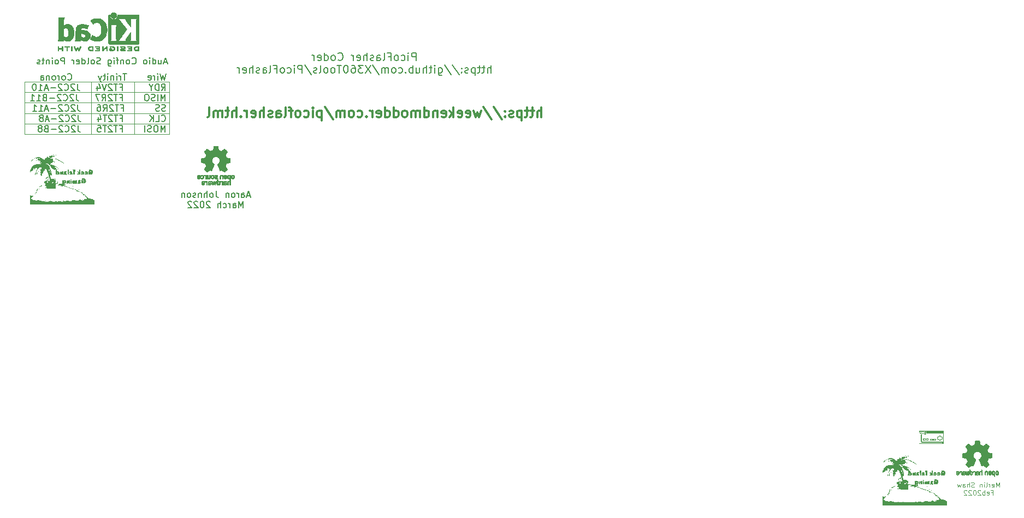
<source format=gbo>
%TF.GenerationSoftware,KiCad,Pcbnew,(6.0.1)*%
%TF.CreationDate,2022-03-18T23:49:21-06:00*%
%TF.ProjectId,PicoFlasher_Breakout_Board_V1.2,5069636f-466c-4617-9368-65725f427265,rev?*%
%TF.SameCoordinates,Original*%
%TF.FileFunction,Legend,Bot*%
%TF.FilePolarity,Positive*%
%FSLAX46Y46*%
G04 Gerber Fmt 4.6, Leading zero omitted, Abs format (unit mm)*
G04 Created by KiCad (PCBNEW (6.0.1)) date 2022-03-18 23:49:21*
%MOMM*%
%LPD*%
G01*
G04 APERTURE LIST*
%ADD10C,0.120000*%
%ADD11C,0.150000*%
%ADD12C,0.100000*%
%ADD13C,0.200000*%
%ADD14C,0.300000*%
%ADD15C,0.010000*%
%ADD16C,2.200000*%
%ADD17R,1.200000X1.200000*%
%ADD18C,1.200000*%
%ADD19R,1.208000X1.208000*%
%ADD20C,1.208000*%
%ADD21O,1.600000X2.000000*%
%ADD22R,1.238000X1.238000*%
%ADD23C,1.238000*%
%ADD24C,1.800000*%
G04 APERTURE END LIST*
D10*
X115100000Y-89100000D02*
X92700000Y-89100000D01*
X115100000Y-85900000D02*
X92700000Y-85900000D01*
X115100000Y-84200000D02*
X92700000Y-84200000D01*
X109700000Y-81000000D02*
X109700000Y-89100000D01*
X115100000Y-81000000D02*
X115100000Y-89100000D01*
X115100000Y-82600000D02*
X92700000Y-82600000D01*
X103000000Y-81000000D02*
X103000000Y-89100000D01*
X115100000Y-81000000D02*
X92700000Y-81000000D01*
X92700000Y-81000000D02*
X92700000Y-89100000D01*
X115100000Y-87500000D02*
X92700000Y-87500000D01*
D11*
X114559642Y-79727380D02*
X114321547Y-80727380D01*
X114131071Y-80013095D01*
X113940595Y-80727380D01*
X113702500Y-79727380D01*
X113321547Y-80727380D02*
X113321547Y-80060714D01*
X113321547Y-79727380D02*
X113369166Y-79775000D01*
X113321547Y-79822619D01*
X113273928Y-79775000D01*
X113321547Y-79727380D01*
X113321547Y-79822619D01*
X112845357Y-80727380D02*
X112845357Y-80060714D01*
X112845357Y-80251190D02*
X112797738Y-80155952D01*
X112750119Y-80108333D01*
X112654880Y-80060714D01*
X112559642Y-80060714D01*
X111845357Y-80679761D02*
X111940595Y-80727380D01*
X112131071Y-80727380D01*
X112226309Y-80679761D01*
X112273928Y-80584523D01*
X112273928Y-80203571D01*
X112226309Y-80108333D01*
X112131071Y-80060714D01*
X111940595Y-80060714D01*
X111845357Y-80108333D01*
X111797738Y-80203571D01*
X111797738Y-80298809D01*
X112273928Y-80394047D01*
X108464404Y-79727380D02*
X107892976Y-79727380D01*
X108178690Y-80727380D02*
X108178690Y-79727380D01*
X107559642Y-80727380D02*
X107559642Y-80060714D01*
X107559642Y-80251190D02*
X107512023Y-80155952D01*
X107464404Y-80108333D01*
X107369166Y-80060714D01*
X107273928Y-80060714D01*
X106940595Y-80727380D02*
X106940595Y-80060714D01*
X106940595Y-79727380D02*
X106988214Y-79775000D01*
X106940595Y-79822619D01*
X106892976Y-79775000D01*
X106940595Y-79727380D01*
X106940595Y-79822619D01*
X106464404Y-80060714D02*
X106464404Y-80727380D01*
X106464404Y-80155952D02*
X106416785Y-80108333D01*
X106321547Y-80060714D01*
X106178690Y-80060714D01*
X106083452Y-80108333D01*
X106035833Y-80203571D01*
X106035833Y-80727380D01*
X105559642Y-80727380D02*
X105559642Y-80060714D01*
X105559642Y-79727380D02*
X105607261Y-79775000D01*
X105559642Y-79822619D01*
X105512023Y-79775000D01*
X105559642Y-79727380D01*
X105559642Y-79822619D01*
X105226309Y-80060714D02*
X104845357Y-80060714D01*
X105083452Y-79727380D02*
X105083452Y-80584523D01*
X105035833Y-80679761D01*
X104940595Y-80727380D01*
X104845357Y-80727380D01*
X104607261Y-80060714D02*
X104369166Y-80727380D01*
X104131071Y-80060714D02*
X104369166Y-80727380D01*
X104464404Y-80965476D01*
X104512023Y-81013095D01*
X104607261Y-81060714D01*
X99369166Y-80632142D02*
X99416785Y-80679761D01*
X99559642Y-80727380D01*
X99654880Y-80727380D01*
X99797738Y-80679761D01*
X99892976Y-80584523D01*
X99940595Y-80489285D01*
X99988214Y-80298809D01*
X99988214Y-80155952D01*
X99940595Y-79965476D01*
X99892976Y-79870238D01*
X99797738Y-79775000D01*
X99654880Y-79727380D01*
X99559642Y-79727380D01*
X99416785Y-79775000D01*
X99369166Y-79822619D01*
X98797738Y-80727380D02*
X98892976Y-80679761D01*
X98940595Y-80632142D01*
X98988214Y-80536904D01*
X98988214Y-80251190D01*
X98940595Y-80155952D01*
X98892976Y-80108333D01*
X98797738Y-80060714D01*
X98654880Y-80060714D01*
X98559642Y-80108333D01*
X98512023Y-80155952D01*
X98464404Y-80251190D01*
X98464404Y-80536904D01*
X98512023Y-80632142D01*
X98559642Y-80679761D01*
X98654880Y-80727380D01*
X98797738Y-80727380D01*
X98035833Y-80727380D02*
X98035833Y-80060714D01*
X98035833Y-80251190D02*
X97988214Y-80155952D01*
X97940595Y-80108333D01*
X97845357Y-80060714D01*
X97750119Y-80060714D01*
X97273928Y-80727380D02*
X97369166Y-80679761D01*
X97416785Y-80632142D01*
X97464404Y-80536904D01*
X97464404Y-80251190D01*
X97416785Y-80155952D01*
X97369166Y-80108333D01*
X97273928Y-80060714D01*
X97131071Y-80060714D01*
X97035833Y-80108333D01*
X96988214Y-80155952D01*
X96940595Y-80251190D01*
X96940595Y-80536904D01*
X96988214Y-80632142D01*
X97035833Y-80679761D01*
X97131071Y-80727380D01*
X97273928Y-80727380D01*
X96512023Y-80060714D02*
X96512023Y-80727380D01*
X96512023Y-80155952D02*
X96464404Y-80108333D01*
X96369166Y-80060714D01*
X96226309Y-80060714D01*
X96131071Y-80108333D01*
X96083452Y-80203571D01*
X96083452Y-80727380D01*
X95178690Y-80727380D02*
X95178690Y-80203571D01*
X95226309Y-80108333D01*
X95321547Y-80060714D01*
X95512023Y-80060714D01*
X95607261Y-80108333D01*
X95178690Y-80679761D02*
X95273928Y-80727380D01*
X95512023Y-80727380D01*
X95607261Y-80679761D01*
X95654880Y-80584523D01*
X95654880Y-80489285D01*
X95607261Y-80394047D01*
X95512023Y-80346428D01*
X95273928Y-80346428D01*
X95178690Y-80298809D01*
X113892976Y-82337380D02*
X114226309Y-81861190D01*
X114464404Y-82337380D02*
X114464404Y-81337380D01*
X114083452Y-81337380D01*
X113988214Y-81385000D01*
X113940595Y-81432619D01*
X113892976Y-81527857D01*
X113892976Y-81670714D01*
X113940595Y-81765952D01*
X113988214Y-81813571D01*
X114083452Y-81861190D01*
X114464404Y-81861190D01*
X113464404Y-82337380D02*
X113464404Y-81337380D01*
X113226309Y-81337380D01*
X113083452Y-81385000D01*
X112988214Y-81480238D01*
X112940595Y-81575476D01*
X112892976Y-81765952D01*
X112892976Y-81908809D01*
X112940595Y-82099285D01*
X112988214Y-82194523D01*
X113083452Y-82289761D01*
X113226309Y-82337380D01*
X113464404Y-82337380D01*
X112273928Y-81861190D02*
X112273928Y-82337380D01*
X112607261Y-81337380D02*
X112273928Y-81861190D01*
X111940595Y-81337380D01*
X107464404Y-81813571D02*
X107797738Y-81813571D01*
X107797738Y-82337380D02*
X107797738Y-81337380D01*
X107321547Y-81337380D01*
X107083452Y-81337380D02*
X106512023Y-81337380D01*
X106797738Y-82337380D02*
X106797738Y-81337380D01*
X106226309Y-81432619D02*
X106178690Y-81385000D01*
X106083452Y-81337380D01*
X105845357Y-81337380D01*
X105750119Y-81385000D01*
X105702500Y-81432619D01*
X105654880Y-81527857D01*
X105654880Y-81623095D01*
X105702500Y-81765952D01*
X106273928Y-82337380D01*
X105654880Y-82337380D01*
X105369166Y-81337380D02*
X105035833Y-82337380D01*
X104702500Y-81337380D01*
X103940595Y-81670714D02*
X103940595Y-82337380D01*
X104178690Y-81289761D02*
X104416785Y-82004047D01*
X103797738Y-82004047D01*
X100845357Y-81337380D02*
X100845357Y-82051666D01*
X100892976Y-82194523D01*
X100988214Y-82289761D01*
X101131071Y-82337380D01*
X101226309Y-82337380D01*
X100416785Y-81432619D02*
X100369166Y-81385000D01*
X100273928Y-81337380D01*
X100035833Y-81337380D01*
X99940595Y-81385000D01*
X99892976Y-81432619D01*
X99845357Y-81527857D01*
X99845357Y-81623095D01*
X99892976Y-81765952D01*
X100464404Y-82337380D01*
X99845357Y-82337380D01*
X98845357Y-82242142D02*
X98892976Y-82289761D01*
X99035833Y-82337380D01*
X99131071Y-82337380D01*
X99273928Y-82289761D01*
X99369166Y-82194523D01*
X99416785Y-82099285D01*
X99464404Y-81908809D01*
X99464404Y-81765952D01*
X99416785Y-81575476D01*
X99369166Y-81480238D01*
X99273928Y-81385000D01*
X99131071Y-81337380D01*
X99035833Y-81337380D01*
X98892976Y-81385000D01*
X98845357Y-81432619D01*
X98464404Y-81432619D02*
X98416785Y-81385000D01*
X98321547Y-81337380D01*
X98083452Y-81337380D01*
X97988214Y-81385000D01*
X97940595Y-81432619D01*
X97892976Y-81527857D01*
X97892976Y-81623095D01*
X97940595Y-81765952D01*
X98512023Y-82337380D01*
X97892976Y-82337380D01*
X97464404Y-81956428D02*
X96702500Y-81956428D01*
X96273928Y-82051666D02*
X95797738Y-82051666D01*
X96369166Y-82337380D02*
X96035833Y-81337380D01*
X95702500Y-82337380D01*
X94845357Y-82337380D02*
X95416785Y-82337380D01*
X95131071Y-82337380D02*
X95131071Y-81337380D01*
X95226309Y-81480238D01*
X95321547Y-81575476D01*
X95416785Y-81623095D01*
X94226309Y-81337380D02*
X94131071Y-81337380D01*
X94035833Y-81385000D01*
X93988214Y-81432619D01*
X93940595Y-81527857D01*
X93892976Y-81718333D01*
X93892976Y-81956428D01*
X93940595Y-82146904D01*
X93988214Y-82242142D01*
X94035833Y-82289761D01*
X94131071Y-82337380D01*
X94226309Y-82337380D01*
X94321547Y-82289761D01*
X94369166Y-82242142D01*
X94416785Y-82146904D01*
X94464404Y-81956428D01*
X94464404Y-81718333D01*
X94416785Y-81527857D01*
X94369166Y-81432619D01*
X94321547Y-81385000D01*
X94226309Y-81337380D01*
X114464404Y-83947380D02*
X114464404Y-82947380D01*
X114131071Y-83661666D01*
X113797738Y-82947380D01*
X113797738Y-83947380D01*
X113321547Y-83947380D02*
X113321547Y-82947380D01*
X112892976Y-83899761D02*
X112750119Y-83947380D01*
X112512023Y-83947380D01*
X112416785Y-83899761D01*
X112369166Y-83852142D01*
X112321547Y-83756904D01*
X112321547Y-83661666D01*
X112369166Y-83566428D01*
X112416785Y-83518809D01*
X112512023Y-83471190D01*
X112702500Y-83423571D01*
X112797738Y-83375952D01*
X112845357Y-83328333D01*
X112892976Y-83233095D01*
X112892976Y-83137857D01*
X112845357Y-83042619D01*
X112797738Y-82995000D01*
X112702500Y-82947380D01*
X112464404Y-82947380D01*
X112321547Y-82995000D01*
X111702500Y-82947380D02*
X111512023Y-82947380D01*
X111416785Y-82995000D01*
X111321547Y-83090238D01*
X111273928Y-83280714D01*
X111273928Y-83614047D01*
X111321547Y-83804523D01*
X111416785Y-83899761D01*
X111512023Y-83947380D01*
X111702500Y-83947380D01*
X111797738Y-83899761D01*
X111892976Y-83804523D01*
X111940595Y-83614047D01*
X111940595Y-83280714D01*
X111892976Y-83090238D01*
X111797738Y-82995000D01*
X111702500Y-82947380D01*
X107464404Y-83423571D02*
X107797738Y-83423571D01*
X107797738Y-83947380D02*
X107797738Y-82947380D01*
X107321547Y-82947380D01*
X107083452Y-82947380D02*
X106512023Y-82947380D01*
X106797738Y-83947380D02*
X106797738Y-82947380D01*
X106226309Y-83042619D02*
X106178690Y-82995000D01*
X106083452Y-82947380D01*
X105845357Y-82947380D01*
X105750119Y-82995000D01*
X105702500Y-83042619D01*
X105654880Y-83137857D01*
X105654880Y-83233095D01*
X105702500Y-83375952D01*
X106273928Y-83947380D01*
X105654880Y-83947380D01*
X104654880Y-83947380D02*
X104988214Y-83471190D01*
X105226309Y-83947380D02*
X105226309Y-82947380D01*
X104845357Y-82947380D01*
X104750119Y-82995000D01*
X104702500Y-83042619D01*
X104654880Y-83137857D01*
X104654880Y-83280714D01*
X104702500Y-83375952D01*
X104750119Y-83423571D01*
X104845357Y-83471190D01*
X105226309Y-83471190D01*
X104321547Y-82947380D02*
X103654880Y-82947380D01*
X104083452Y-83947380D01*
X100702500Y-82947380D02*
X100702500Y-83661666D01*
X100750119Y-83804523D01*
X100845357Y-83899761D01*
X100988214Y-83947380D01*
X101083452Y-83947380D01*
X100273928Y-83042619D02*
X100226309Y-82995000D01*
X100131071Y-82947380D01*
X99892976Y-82947380D01*
X99797738Y-82995000D01*
X99750119Y-83042619D01*
X99702500Y-83137857D01*
X99702500Y-83233095D01*
X99750119Y-83375952D01*
X100321547Y-83947380D01*
X99702500Y-83947380D01*
X98702500Y-83852142D02*
X98750119Y-83899761D01*
X98892976Y-83947380D01*
X98988214Y-83947380D01*
X99131071Y-83899761D01*
X99226309Y-83804523D01*
X99273928Y-83709285D01*
X99321547Y-83518809D01*
X99321547Y-83375952D01*
X99273928Y-83185476D01*
X99226309Y-83090238D01*
X99131071Y-82995000D01*
X98988214Y-82947380D01*
X98892976Y-82947380D01*
X98750119Y-82995000D01*
X98702500Y-83042619D01*
X98321547Y-83042619D02*
X98273928Y-82995000D01*
X98178690Y-82947380D01*
X97940595Y-82947380D01*
X97845357Y-82995000D01*
X97797738Y-83042619D01*
X97750119Y-83137857D01*
X97750119Y-83233095D01*
X97797738Y-83375952D01*
X98369166Y-83947380D01*
X97750119Y-83947380D01*
X97321547Y-83566428D02*
X96559642Y-83566428D01*
X95750119Y-83423571D02*
X95607261Y-83471190D01*
X95559642Y-83518809D01*
X95512023Y-83614047D01*
X95512023Y-83756904D01*
X95559642Y-83852142D01*
X95607261Y-83899761D01*
X95702500Y-83947380D01*
X96083452Y-83947380D01*
X96083452Y-82947380D01*
X95750119Y-82947380D01*
X95654880Y-82995000D01*
X95607261Y-83042619D01*
X95559642Y-83137857D01*
X95559642Y-83233095D01*
X95607261Y-83328333D01*
X95654880Y-83375952D01*
X95750119Y-83423571D01*
X96083452Y-83423571D01*
X94559642Y-83947380D02*
X95131071Y-83947380D01*
X94845357Y-83947380D02*
X94845357Y-82947380D01*
X94940595Y-83090238D01*
X95035833Y-83185476D01*
X95131071Y-83233095D01*
X93607261Y-83947380D02*
X94178690Y-83947380D01*
X93892976Y-83947380D02*
X93892976Y-82947380D01*
X93988214Y-83090238D01*
X94083452Y-83185476D01*
X94178690Y-83233095D01*
X114512023Y-85509761D02*
X114369166Y-85557380D01*
X114131071Y-85557380D01*
X114035833Y-85509761D01*
X113988214Y-85462142D01*
X113940595Y-85366904D01*
X113940595Y-85271666D01*
X113988214Y-85176428D01*
X114035833Y-85128809D01*
X114131071Y-85081190D01*
X114321547Y-85033571D01*
X114416785Y-84985952D01*
X114464404Y-84938333D01*
X114512023Y-84843095D01*
X114512023Y-84747857D01*
X114464404Y-84652619D01*
X114416785Y-84605000D01*
X114321547Y-84557380D01*
X114083452Y-84557380D01*
X113940595Y-84605000D01*
X113559642Y-85509761D02*
X113416785Y-85557380D01*
X113178690Y-85557380D01*
X113083452Y-85509761D01*
X113035833Y-85462142D01*
X112988214Y-85366904D01*
X112988214Y-85271666D01*
X113035833Y-85176428D01*
X113083452Y-85128809D01*
X113178690Y-85081190D01*
X113369166Y-85033571D01*
X113464404Y-84985952D01*
X113512023Y-84938333D01*
X113559642Y-84843095D01*
X113559642Y-84747857D01*
X113512023Y-84652619D01*
X113464404Y-84605000D01*
X113369166Y-84557380D01*
X113131071Y-84557380D01*
X112988214Y-84605000D01*
X107654880Y-85033571D02*
X107988214Y-85033571D01*
X107988214Y-85557380D02*
X107988214Y-84557380D01*
X107512023Y-84557380D01*
X107273928Y-84557380D02*
X106702500Y-84557380D01*
X106988214Y-85557380D02*
X106988214Y-84557380D01*
X106416785Y-84652619D02*
X106369166Y-84605000D01*
X106273928Y-84557380D01*
X106035833Y-84557380D01*
X105940595Y-84605000D01*
X105892976Y-84652619D01*
X105845357Y-84747857D01*
X105845357Y-84843095D01*
X105892976Y-84985952D01*
X106464404Y-85557380D01*
X105845357Y-85557380D01*
X104845357Y-85557380D02*
X105178690Y-85081190D01*
X105416785Y-85557380D02*
X105416785Y-84557380D01*
X105035833Y-84557380D01*
X104940595Y-84605000D01*
X104892976Y-84652619D01*
X104845357Y-84747857D01*
X104845357Y-84890714D01*
X104892976Y-84985952D01*
X104940595Y-85033571D01*
X105035833Y-85081190D01*
X105416785Y-85081190D01*
X103988214Y-84557380D02*
X104178690Y-84557380D01*
X104273928Y-84605000D01*
X104321547Y-84652619D01*
X104416785Y-84795476D01*
X104464404Y-84985952D01*
X104464404Y-85366904D01*
X104416785Y-85462142D01*
X104369166Y-85509761D01*
X104273928Y-85557380D01*
X104083452Y-85557380D01*
X103988214Y-85509761D01*
X103940595Y-85462142D01*
X103892976Y-85366904D01*
X103892976Y-85128809D01*
X103940595Y-85033571D01*
X103988214Y-84985952D01*
X104083452Y-84938333D01*
X104273928Y-84938333D01*
X104369166Y-84985952D01*
X104416785Y-85033571D01*
X104464404Y-85128809D01*
X100892976Y-84557380D02*
X100892976Y-85271666D01*
X100940595Y-85414523D01*
X101035833Y-85509761D01*
X101178690Y-85557380D01*
X101273928Y-85557380D01*
X100464404Y-84652619D02*
X100416785Y-84605000D01*
X100321547Y-84557380D01*
X100083452Y-84557380D01*
X99988214Y-84605000D01*
X99940595Y-84652619D01*
X99892976Y-84747857D01*
X99892976Y-84843095D01*
X99940595Y-84985952D01*
X100512023Y-85557380D01*
X99892976Y-85557380D01*
X98892976Y-85462142D02*
X98940595Y-85509761D01*
X99083452Y-85557380D01*
X99178690Y-85557380D01*
X99321547Y-85509761D01*
X99416785Y-85414523D01*
X99464404Y-85319285D01*
X99512023Y-85128809D01*
X99512023Y-84985952D01*
X99464404Y-84795476D01*
X99416785Y-84700238D01*
X99321547Y-84605000D01*
X99178690Y-84557380D01*
X99083452Y-84557380D01*
X98940595Y-84605000D01*
X98892976Y-84652619D01*
X98512023Y-84652619D02*
X98464404Y-84605000D01*
X98369166Y-84557380D01*
X98131071Y-84557380D01*
X98035833Y-84605000D01*
X97988214Y-84652619D01*
X97940595Y-84747857D01*
X97940595Y-84843095D01*
X97988214Y-84985952D01*
X98559642Y-85557380D01*
X97940595Y-85557380D01*
X97512023Y-85176428D02*
X96750119Y-85176428D01*
X96321547Y-85271666D02*
X95845357Y-85271666D01*
X96416785Y-85557380D02*
X96083452Y-84557380D01*
X95750119Y-85557380D01*
X94892976Y-85557380D02*
X95464404Y-85557380D01*
X95178690Y-85557380D02*
X95178690Y-84557380D01*
X95273928Y-84700238D01*
X95369166Y-84795476D01*
X95464404Y-84843095D01*
X93940595Y-85557380D02*
X94512023Y-85557380D01*
X94226309Y-85557380D02*
X94226309Y-84557380D01*
X94321547Y-84700238D01*
X94416785Y-84795476D01*
X94512023Y-84843095D01*
X113892976Y-87072142D02*
X113940595Y-87119761D01*
X114083452Y-87167380D01*
X114178690Y-87167380D01*
X114321547Y-87119761D01*
X114416785Y-87024523D01*
X114464404Y-86929285D01*
X114512023Y-86738809D01*
X114512023Y-86595952D01*
X114464404Y-86405476D01*
X114416785Y-86310238D01*
X114321547Y-86215000D01*
X114178690Y-86167380D01*
X114083452Y-86167380D01*
X113940595Y-86215000D01*
X113892976Y-86262619D01*
X112988214Y-87167380D02*
X113464404Y-87167380D01*
X113464404Y-86167380D01*
X112654880Y-87167380D02*
X112654880Y-86167380D01*
X112083452Y-87167380D02*
X112512023Y-86595952D01*
X112083452Y-86167380D02*
X112654880Y-86738809D01*
X107512023Y-86643571D02*
X107845357Y-86643571D01*
X107845357Y-87167380D02*
X107845357Y-86167380D01*
X107369166Y-86167380D01*
X107131071Y-86167380D02*
X106559642Y-86167380D01*
X106845357Y-87167380D02*
X106845357Y-86167380D01*
X106273928Y-86262619D02*
X106226309Y-86215000D01*
X106131071Y-86167380D01*
X105892976Y-86167380D01*
X105797738Y-86215000D01*
X105750119Y-86262619D01*
X105702500Y-86357857D01*
X105702500Y-86453095D01*
X105750119Y-86595952D01*
X106321547Y-87167380D01*
X105702500Y-87167380D01*
X105416785Y-86167380D02*
X104845357Y-86167380D01*
X105131071Y-87167380D02*
X105131071Y-86167380D01*
X104083452Y-86500714D02*
X104083452Y-87167380D01*
X104321547Y-86119761D02*
X104559642Y-86834047D01*
X103940595Y-86834047D01*
X100988214Y-86167380D02*
X100988214Y-86881666D01*
X101035833Y-87024523D01*
X101131071Y-87119761D01*
X101273928Y-87167380D01*
X101369166Y-87167380D01*
X100559642Y-86262619D02*
X100512023Y-86215000D01*
X100416785Y-86167380D01*
X100178690Y-86167380D01*
X100083452Y-86215000D01*
X100035833Y-86262619D01*
X99988214Y-86357857D01*
X99988214Y-86453095D01*
X100035833Y-86595952D01*
X100607261Y-87167380D01*
X99988214Y-87167380D01*
X98988214Y-87072142D02*
X99035833Y-87119761D01*
X99178690Y-87167380D01*
X99273928Y-87167380D01*
X99416785Y-87119761D01*
X99512023Y-87024523D01*
X99559642Y-86929285D01*
X99607261Y-86738809D01*
X99607261Y-86595952D01*
X99559642Y-86405476D01*
X99512023Y-86310238D01*
X99416785Y-86215000D01*
X99273928Y-86167380D01*
X99178690Y-86167380D01*
X99035833Y-86215000D01*
X98988214Y-86262619D01*
X98607261Y-86262619D02*
X98559642Y-86215000D01*
X98464404Y-86167380D01*
X98226309Y-86167380D01*
X98131071Y-86215000D01*
X98083452Y-86262619D01*
X98035833Y-86357857D01*
X98035833Y-86453095D01*
X98083452Y-86595952D01*
X98654880Y-87167380D01*
X98035833Y-87167380D01*
X97607261Y-86786428D02*
X96845357Y-86786428D01*
X96416785Y-86881666D02*
X95940595Y-86881666D01*
X96512023Y-87167380D02*
X96178690Y-86167380D01*
X95845357Y-87167380D01*
X95369166Y-86595952D02*
X95464404Y-86548333D01*
X95512023Y-86500714D01*
X95559642Y-86405476D01*
X95559642Y-86357857D01*
X95512023Y-86262619D01*
X95464404Y-86215000D01*
X95369166Y-86167380D01*
X95178690Y-86167380D01*
X95083452Y-86215000D01*
X95035833Y-86262619D01*
X94988214Y-86357857D01*
X94988214Y-86405476D01*
X95035833Y-86500714D01*
X95083452Y-86548333D01*
X95178690Y-86595952D01*
X95369166Y-86595952D01*
X95464404Y-86643571D01*
X95512023Y-86691190D01*
X95559642Y-86786428D01*
X95559642Y-86976904D01*
X95512023Y-87072142D01*
X95464404Y-87119761D01*
X95369166Y-87167380D01*
X95178690Y-87167380D01*
X95083452Y-87119761D01*
X95035833Y-87072142D01*
X94988214Y-86976904D01*
X94988214Y-86786428D01*
X95035833Y-86691190D01*
X95083452Y-86643571D01*
X95178690Y-86595952D01*
X114464404Y-88777380D02*
X114464404Y-87777380D01*
X114131071Y-88491666D01*
X113797738Y-87777380D01*
X113797738Y-88777380D01*
X113131071Y-87777380D02*
X112940595Y-87777380D01*
X112845357Y-87825000D01*
X112750119Y-87920238D01*
X112702500Y-88110714D01*
X112702500Y-88444047D01*
X112750119Y-88634523D01*
X112845357Y-88729761D01*
X112940595Y-88777380D01*
X113131071Y-88777380D01*
X113226309Y-88729761D01*
X113321547Y-88634523D01*
X113369166Y-88444047D01*
X113369166Y-88110714D01*
X113321547Y-87920238D01*
X113226309Y-87825000D01*
X113131071Y-87777380D01*
X112321547Y-88729761D02*
X112178690Y-88777380D01*
X111940595Y-88777380D01*
X111845357Y-88729761D01*
X111797738Y-88682142D01*
X111750119Y-88586904D01*
X111750119Y-88491666D01*
X111797738Y-88396428D01*
X111845357Y-88348809D01*
X111940595Y-88301190D01*
X112131071Y-88253571D01*
X112226309Y-88205952D01*
X112273928Y-88158333D01*
X112321547Y-88063095D01*
X112321547Y-87967857D01*
X112273928Y-87872619D01*
X112226309Y-87825000D01*
X112131071Y-87777380D01*
X111892976Y-87777380D01*
X111750119Y-87825000D01*
X111321547Y-88777380D02*
X111321547Y-87777380D01*
X107464404Y-88253571D02*
X107797738Y-88253571D01*
X107797738Y-88777380D02*
X107797738Y-87777380D01*
X107321547Y-87777380D01*
X107083452Y-87777380D02*
X106512023Y-87777380D01*
X106797738Y-88777380D02*
X106797738Y-87777380D01*
X106226309Y-87872619D02*
X106178690Y-87825000D01*
X106083452Y-87777380D01*
X105845357Y-87777380D01*
X105750119Y-87825000D01*
X105702500Y-87872619D01*
X105654880Y-87967857D01*
X105654880Y-88063095D01*
X105702500Y-88205952D01*
X106273928Y-88777380D01*
X105654880Y-88777380D01*
X105369166Y-87777380D02*
X104797738Y-87777380D01*
X105083452Y-88777380D02*
X105083452Y-87777380D01*
X103988214Y-87777380D02*
X104464404Y-87777380D01*
X104512023Y-88253571D01*
X104464404Y-88205952D01*
X104369166Y-88158333D01*
X104131071Y-88158333D01*
X104035833Y-88205952D01*
X103988214Y-88253571D01*
X103940595Y-88348809D01*
X103940595Y-88586904D01*
X103988214Y-88682142D01*
X104035833Y-88729761D01*
X104131071Y-88777380D01*
X104369166Y-88777380D01*
X104464404Y-88729761D01*
X104512023Y-88682142D01*
X100940595Y-87777380D02*
X100940595Y-88491666D01*
X100988214Y-88634523D01*
X101083452Y-88729761D01*
X101226309Y-88777380D01*
X101321547Y-88777380D01*
X100512023Y-87872619D02*
X100464404Y-87825000D01*
X100369166Y-87777380D01*
X100131071Y-87777380D01*
X100035833Y-87825000D01*
X99988214Y-87872619D01*
X99940595Y-87967857D01*
X99940595Y-88063095D01*
X99988214Y-88205952D01*
X100559642Y-88777380D01*
X99940595Y-88777380D01*
X98940595Y-88682142D02*
X98988214Y-88729761D01*
X99131071Y-88777380D01*
X99226309Y-88777380D01*
X99369166Y-88729761D01*
X99464404Y-88634523D01*
X99512023Y-88539285D01*
X99559642Y-88348809D01*
X99559642Y-88205952D01*
X99512023Y-88015476D01*
X99464404Y-87920238D01*
X99369166Y-87825000D01*
X99226309Y-87777380D01*
X99131071Y-87777380D01*
X98988214Y-87825000D01*
X98940595Y-87872619D01*
X98559642Y-87872619D02*
X98512023Y-87825000D01*
X98416785Y-87777380D01*
X98178690Y-87777380D01*
X98083452Y-87825000D01*
X98035833Y-87872619D01*
X97988214Y-87967857D01*
X97988214Y-88063095D01*
X98035833Y-88205952D01*
X98607261Y-88777380D01*
X97988214Y-88777380D01*
X97559642Y-88396428D02*
X96797738Y-88396428D01*
X95988214Y-88253571D02*
X95845357Y-88301190D01*
X95797738Y-88348809D01*
X95750119Y-88444047D01*
X95750119Y-88586904D01*
X95797738Y-88682142D01*
X95845357Y-88729761D01*
X95940595Y-88777380D01*
X96321547Y-88777380D01*
X96321547Y-87777380D01*
X95988214Y-87777380D01*
X95892976Y-87825000D01*
X95845357Y-87872619D01*
X95797738Y-87967857D01*
X95797738Y-88063095D01*
X95845357Y-88158333D01*
X95892976Y-88205952D01*
X95988214Y-88253571D01*
X96321547Y-88253571D01*
X95178690Y-88205952D02*
X95273928Y-88158333D01*
X95321547Y-88110714D01*
X95369166Y-88015476D01*
X95369166Y-87967857D01*
X95321547Y-87872619D01*
X95273928Y-87825000D01*
X95178690Y-87777380D01*
X94988214Y-87777380D01*
X94892976Y-87825000D01*
X94845357Y-87872619D01*
X94797738Y-87967857D01*
X94797738Y-88015476D01*
X94845357Y-88110714D01*
X94892976Y-88158333D01*
X94988214Y-88205952D01*
X95178690Y-88205952D01*
X95273928Y-88253571D01*
X95321547Y-88301190D01*
X95369166Y-88396428D01*
X95369166Y-88586904D01*
X95321547Y-88682142D01*
X95273928Y-88729761D01*
X95178690Y-88777380D01*
X94988214Y-88777380D01*
X94892976Y-88729761D01*
X94845357Y-88682142D01*
X94797738Y-88586904D01*
X94797738Y-88396428D01*
X94845357Y-88301190D01*
X94892976Y-88253571D01*
X94988214Y-88205952D01*
D12*
X243794943Y-143955635D02*
X243794943Y-143205635D01*
X243544943Y-143741350D01*
X243294943Y-143205635D01*
X243294943Y-143955635D01*
X242652086Y-143919921D02*
X242723515Y-143955635D01*
X242866372Y-143955635D01*
X242937801Y-143919921D01*
X242973515Y-143848492D01*
X242973515Y-143562778D01*
X242937801Y-143491350D01*
X242866372Y-143455635D01*
X242723515Y-143455635D01*
X242652086Y-143491350D01*
X242616372Y-143562778D01*
X242616372Y-143634207D01*
X242973515Y-143705635D01*
X242294943Y-143955635D02*
X242294943Y-143455635D01*
X242294943Y-143598492D02*
X242259229Y-143527064D01*
X242223515Y-143491350D01*
X242152086Y-143455635D01*
X242080658Y-143455635D01*
X241723515Y-143955635D02*
X241794943Y-143919921D01*
X241830658Y-143848492D01*
X241830658Y-143205635D01*
X241437801Y-143955635D02*
X241437801Y-143455635D01*
X241437801Y-143205635D02*
X241473515Y-143241350D01*
X241437801Y-143277064D01*
X241402086Y-143241350D01*
X241437801Y-143205635D01*
X241437801Y-143277064D01*
X241080658Y-143455635D02*
X241080658Y-143955635D01*
X241080658Y-143527064D02*
X241044943Y-143491350D01*
X240973515Y-143455635D01*
X240866372Y-143455635D01*
X240794943Y-143491350D01*
X240759229Y-143562778D01*
X240759229Y-143955635D01*
X239866372Y-143919921D02*
X239759229Y-143955635D01*
X239580658Y-143955635D01*
X239509229Y-143919921D01*
X239473515Y-143884207D01*
X239437801Y-143812778D01*
X239437801Y-143741350D01*
X239473515Y-143669921D01*
X239509229Y-143634207D01*
X239580658Y-143598492D01*
X239723515Y-143562778D01*
X239794943Y-143527064D01*
X239830658Y-143491350D01*
X239866372Y-143419921D01*
X239866372Y-143348492D01*
X239830658Y-143277064D01*
X239794943Y-143241350D01*
X239723515Y-143205635D01*
X239544943Y-143205635D01*
X239437801Y-143241350D01*
X239116372Y-143955635D02*
X239116372Y-143205635D01*
X238794943Y-143955635D02*
X238794943Y-143562778D01*
X238830658Y-143491350D01*
X238902086Y-143455635D01*
X239009229Y-143455635D01*
X239080658Y-143491350D01*
X239116372Y-143527064D01*
X238116372Y-143955635D02*
X238116372Y-143562778D01*
X238152086Y-143491350D01*
X238223515Y-143455635D01*
X238366372Y-143455635D01*
X238437801Y-143491350D01*
X238116372Y-143919921D02*
X238187801Y-143955635D01*
X238366372Y-143955635D01*
X238437801Y-143919921D01*
X238473515Y-143848492D01*
X238473515Y-143777064D01*
X238437801Y-143705635D01*
X238366372Y-143669921D01*
X238187801Y-143669921D01*
X238116372Y-143634207D01*
X237830658Y-143455635D02*
X237687801Y-143955635D01*
X237544943Y-143598492D01*
X237402086Y-143955635D01*
X237259229Y-143455635D01*
X242544943Y-144770278D02*
X242794943Y-144770278D01*
X242794943Y-145163135D02*
X242794943Y-144413135D01*
X242437801Y-144413135D01*
X241866372Y-145127421D02*
X241937801Y-145163135D01*
X242080658Y-145163135D01*
X242152086Y-145127421D01*
X242187801Y-145055992D01*
X242187801Y-144770278D01*
X242152086Y-144698850D01*
X242080658Y-144663135D01*
X241937801Y-144663135D01*
X241866372Y-144698850D01*
X241830658Y-144770278D01*
X241830658Y-144841707D01*
X242187801Y-144913135D01*
X241509229Y-145163135D02*
X241509229Y-144413135D01*
X241509229Y-144698850D02*
X241437801Y-144663135D01*
X241294943Y-144663135D01*
X241223515Y-144698850D01*
X241187801Y-144734564D01*
X241152086Y-144805992D01*
X241152086Y-145020278D01*
X241187801Y-145091707D01*
X241223515Y-145127421D01*
X241294943Y-145163135D01*
X241437801Y-145163135D01*
X241509229Y-145127421D01*
X240866372Y-144484564D02*
X240830658Y-144448850D01*
X240759229Y-144413135D01*
X240580658Y-144413135D01*
X240509229Y-144448850D01*
X240473515Y-144484564D01*
X240437801Y-144555992D01*
X240437801Y-144627421D01*
X240473515Y-144734564D01*
X240902086Y-145163135D01*
X240437801Y-145163135D01*
X239973515Y-144413135D02*
X239902086Y-144413135D01*
X239830658Y-144448850D01*
X239794943Y-144484564D01*
X239759229Y-144555992D01*
X239723515Y-144698850D01*
X239723515Y-144877421D01*
X239759229Y-145020278D01*
X239794943Y-145091707D01*
X239830658Y-145127421D01*
X239902086Y-145163135D01*
X239973515Y-145163135D01*
X240044943Y-145127421D01*
X240080658Y-145091707D01*
X240116372Y-145020278D01*
X240152086Y-144877421D01*
X240152086Y-144698850D01*
X240116372Y-144555992D01*
X240080658Y-144484564D01*
X240044943Y-144448850D01*
X239973515Y-144413135D01*
X239437801Y-144484564D02*
X239402086Y-144448850D01*
X239330658Y-144413135D01*
X239152086Y-144413135D01*
X239080658Y-144448850D01*
X239044943Y-144484564D01*
X239009229Y-144555992D01*
X239009229Y-144627421D01*
X239044943Y-144734564D01*
X239473515Y-145163135D01*
X239009229Y-145163135D01*
X238723515Y-144484564D02*
X238687801Y-144448850D01*
X238616372Y-144413135D01*
X238437801Y-144413135D01*
X238366372Y-144448850D01*
X238330658Y-144484564D01*
X238294943Y-144555992D01*
X238294943Y-144627421D01*
X238330658Y-144734564D01*
X238759229Y-145163135D01*
X238294943Y-145163135D01*
D13*
X153346428Y-77701857D02*
X153346428Y-76501857D01*
X152889285Y-76501857D01*
X152775000Y-76559000D01*
X152717857Y-76616142D01*
X152660714Y-76730428D01*
X152660714Y-76901857D01*
X152717857Y-77016142D01*
X152775000Y-77073285D01*
X152889285Y-77130428D01*
X153346428Y-77130428D01*
X152146428Y-77701857D02*
X152146428Y-76901857D01*
X152146428Y-76501857D02*
X152203571Y-76559000D01*
X152146428Y-76616142D01*
X152089285Y-76559000D01*
X152146428Y-76501857D01*
X152146428Y-76616142D01*
X151060714Y-77644714D02*
X151175000Y-77701857D01*
X151403571Y-77701857D01*
X151517857Y-77644714D01*
X151575000Y-77587571D01*
X151632142Y-77473285D01*
X151632142Y-77130428D01*
X151575000Y-77016142D01*
X151517857Y-76959000D01*
X151403571Y-76901857D01*
X151175000Y-76901857D01*
X151060714Y-76959000D01*
X150375000Y-77701857D02*
X150489285Y-77644714D01*
X150546428Y-77587571D01*
X150603571Y-77473285D01*
X150603571Y-77130428D01*
X150546428Y-77016142D01*
X150489285Y-76959000D01*
X150375000Y-76901857D01*
X150203571Y-76901857D01*
X150089285Y-76959000D01*
X150032142Y-77016142D01*
X149975000Y-77130428D01*
X149975000Y-77473285D01*
X150032142Y-77587571D01*
X150089285Y-77644714D01*
X150203571Y-77701857D01*
X150375000Y-77701857D01*
X149060714Y-77073285D02*
X149460714Y-77073285D01*
X149460714Y-77701857D02*
X149460714Y-76501857D01*
X148889285Y-76501857D01*
X148260714Y-77701857D02*
X148375000Y-77644714D01*
X148432142Y-77530428D01*
X148432142Y-76501857D01*
X147289285Y-77701857D02*
X147289285Y-77073285D01*
X147346428Y-76959000D01*
X147460714Y-76901857D01*
X147689285Y-76901857D01*
X147803571Y-76959000D01*
X147289285Y-77644714D02*
X147403571Y-77701857D01*
X147689285Y-77701857D01*
X147803571Y-77644714D01*
X147860714Y-77530428D01*
X147860714Y-77416142D01*
X147803571Y-77301857D01*
X147689285Y-77244714D01*
X147403571Y-77244714D01*
X147289285Y-77187571D01*
X146775000Y-77644714D02*
X146660714Y-77701857D01*
X146432142Y-77701857D01*
X146317857Y-77644714D01*
X146260714Y-77530428D01*
X146260714Y-77473285D01*
X146317857Y-77359000D01*
X146432142Y-77301857D01*
X146603571Y-77301857D01*
X146717857Y-77244714D01*
X146775000Y-77130428D01*
X146775000Y-77073285D01*
X146717857Y-76959000D01*
X146603571Y-76901857D01*
X146432142Y-76901857D01*
X146317857Y-76959000D01*
X145746428Y-77701857D02*
X145746428Y-76501857D01*
X145232142Y-77701857D02*
X145232142Y-77073285D01*
X145289285Y-76959000D01*
X145403571Y-76901857D01*
X145575000Y-76901857D01*
X145689285Y-76959000D01*
X145746428Y-77016142D01*
X144203571Y-77644714D02*
X144317857Y-77701857D01*
X144546428Y-77701857D01*
X144660714Y-77644714D01*
X144717857Y-77530428D01*
X144717857Y-77073285D01*
X144660714Y-76959000D01*
X144546428Y-76901857D01*
X144317857Y-76901857D01*
X144203571Y-76959000D01*
X144146428Y-77073285D01*
X144146428Y-77187571D01*
X144717857Y-77301857D01*
X143632142Y-77701857D02*
X143632142Y-76901857D01*
X143632142Y-77130428D02*
X143575000Y-77016142D01*
X143517857Y-76959000D01*
X143403571Y-76901857D01*
X143289285Y-76901857D01*
X141289285Y-77587571D02*
X141346428Y-77644714D01*
X141517857Y-77701857D01*
X141632142Y-77701857D01*
X141803571Y-77644714D01*
X141917857Y-77530428D01*
X141975000Y-77416142D01*
X142032142Y-77187571D01*
X142032142Y-77016142D01*
X141975000Y-76787571D01*
X141917857Y-76673285D01*
X141803571Y-76559000D01*
X141632142Y-76501857D01*
X141517857Y-76501857D01*
X141346428Y-76559000D01*
X141289285Y-76616142D01*
X140603571Y-77701857D02*
X140717857Y-77644714D01*
X140775000Y-77587571D01*
X140832142Y-77473285D01*
X140832142Y-77130428D01*
X140775000Y-77016142D01*
X140717857Y-76959000D01*
X140603571Y-76901857D01*
X140432142Y-76901857D01*
X140317857Y-76959000D01*
X140260714Y-77016142D01*
X140203571Y-77130428D01*
X140203571Y-77473285D01*
X140260714Y-77587571D01*
X140317857Y-77644714D01*
X140432142Y-77701857D01*
X140603571Y-77701857D01*
X139175000Y-77701857D02*
X139175000Y-76501857D01*
X139175000Y-77644714D02*
X139289285Y-77701857D01*
X139517857Y-77701857D01*
X139632142Y-77644714D01*
X139689285Y-77587571D01*
X139746428Y-77473285D01*
X139746428Y-77130428D01*
X139689285Y-77016142D01*
X139632142Y-76959000D01*
X139517857Y-76901857D01*
X139289285Y-76901857D01*
X139175000Y-76959000D01*
X138146428Y-77644714D02*
X138260714Y-77701857D01*
X138489285Y-77701857D01*
X138603571Y-77644714D01*
X138660714Y-77530428D01*
X138660714Y-77073285D01*
X138603571Y-76959000D01*
X138489285Y-76901857D01*
X138260714Y-76901857D01*
X138146428Y-76959000D01*
X138089285Y-77073285D01*
X138089285Y-77187571D01*
X138660714Y-77301857D01*
X137575000Y-77701857D02*
X137575000Y-76901857D01*
X137575000Y-77130428D02*
X137517857Y-77016142D01*
X137460714Y-76959000D01*
X137346428Y-76901857D01*
X137232142Y-76901857D01*
X164946428Y-79633857D02*
X164946428Y-78433857D01*
X164432142Y-79633857D02*
X164432142Y-79005285D01*
X164489285Y-78891000D01*
X164603571Y-78833857D01*
X164775000Y-78833857D01*
X164889285Y-78891000D01*
X164946428Y-78948142D01*
X164032142Y-78833857D02*
X163575000Y-78833857D01*
X163860714Y-78433857D02*
X163860714Y-79462428D01*
X163803571Y-79576714D01*
X163689285Y-79633857D01*
X163575000Y-79633857D01*
X163346428Y-78833857D02*
X162889285Y-78833857D01*
X163175000Y-78433857D02*
X163175000Y-79462428D01*
X163117857Y-79576714D01*
X163003571Y-79633857D01*
X162889285Y-79633857D01*
X162489285Y-78833857D02*
X162489285Y-80033857D01*
X162489285Y-78891000D02*
X162375000Y-78833857D01*
X162146428Y-78833857D01*
X162032142Y-78891000D01*
X161975000Y-78948142D01*
X161917857Y-79062428D01*
X161917857Y-79405285D01*
X161975000Y-79519571D01*
X162032142Y-79576714D01*
X162146428Y-79633857D01*
X162375000Y-79633857D01*
X162489285Y-79576714D01*
X161460714Y-79576714D02*
X161346428Y-79633857D01*
X161117857Y-79633857D01*
X161003571Y-79576714D01*
X160946428Y-79462428D01*
X160946428Y-79405285D01*
X161003571Y-79291000D01*
X161117857Y-79233857D01*
X161289285Y-79233857D01*
X161403571Y-79176714D01*
X161460714Y-79062428D01*
X161460714Y-79005285D01*
X161403571Y-78891000D01*
X161289285Y-78833857D01*
X161117857Y-78833857D01*
X161003571Y-78891000D01*
X160432142Y-79519571D02*
X160375000Y-79576714D01*
X160432142Y-79633857D01*
X160489285Y-79576714D01*
X160432142Y-79519571D01*
X160432142Y-79633857D01*
X160432142Y-78891000D02*
X160375000Y-78948142D01*
X160432142Y-79005285D01*
X160489285Y-78948142D01*
X160432142Y-78891000D01*
X160432142Y-79005285D01*
X159003571Y-78376714D02*
X160032142Y-79919571D01*
X157746428Y-78376714D02*
X158775000Y-79919571D01*
X156832142Y-78833857D02*
X156832142Y-79805285D01*
X156889285Y-79919571D01*
X156946428Y-79976714D01*
X157060714Y-80033857D01*
X157232142Y-80033857D01*
X157346428Y-79976714D01*
X156832142Y-79576714D02*
X156946428Y-79633857D01*
X157175000Y-79633857D01*
X157289285Y-79576714D01*
X157346428Y-79519571D01*
X157403571Y-79405285D01*
X157403571Y-79062428D01*
X157346428Y-78948142D01*
X157289285Y-78891000D01*
X157175000Y-78833857D01*
X156946428Y-78833857D01*
X156832142Y-78891000D01*
X156260714Y-79633857D02*
X156260714Y-78833857D01*
X156260714Y-78433857D02*
X156317857Y-78491000D01*
X156260714Y-78548142D01*
X156203571Y-78491000D01*
X156260714Y-78433857D01*
X156260714Y-78548142D01*
X155860714Y-78833857D02*
X155403571Y-78833857D01*
X155689285Y-78433857D02*
X155689285Y-79462428D01*
X155632142Y-79576714D01*
X155517857Y-79633857D01*
X155403571Y-79633857D01*
X155003571Y-79633857D02*
X155003571Y-78433857D01*
X154489285Y-79633857D02*
X154489285Y-79005285D01*
X154546428Y-78891000D01*
X154660714Y-78833857D01*
X154832142Y-78833857D01*
X154946428Y-78891000D01*
X155003571Y-78948142D01*
X153403571Y-78833857D02*
X153403571Y-79633857D01*
X153917857Y-78833857D02*
X153917857Y-79462428D01*
X153860714Y-79576714D01*
X153746428Y-79633857D01*
X153575000Y-79633857D01*
X153460714Y-79576714D01*
X153403571Y-79519571D01*
X152832142Y-79633857D02*
X152832142Y-78433857D01*
X152832142Y-78891000D02*
X152717857Y-78833857D01*
X152489285Y-78833857D01*
X152375000Y-78891000D01*
X152317857Y-78948142D01*
X152260714Y-79062428D01*
X152260714Y-79405285D01*
X152317857Y-79519571D01*
X152375000Y-79576714D01*
X152489285Y-79633857D01*
X152717857Y-79633857D01*
X152832142Y-79576714D01*
X151746428Y-79519571D02*
X151689285Y-79576714D01*
X151746428Y-79633857D01*
X151803571Y-79576714D01*
X151746428Y-79519571D01*
X151746428Y-79633857D01*
X150660714Y-79576714D02*
X150775000Y-79633857D01*
X151003571Y-79633857D01*
X151117857Y-79576714D01*
X151175000Y-79519571D01*
X151232142Y-79405285D01*
X151232142Y-79062428D01*
X151175000Y-78948142D01*
X151117857Y-78891000D01*
X151003571Y-78833857D01*
X150775000Y-78833857D01*
X150660714Y-78891000D01*
X149975000Y-79633857D02*
X150089285Y-79576714D01*
X150146428Y-79519571D01*
X150203571Y-79405285D01*
X150203571Y-79062428D01*
X150146428Y-78948142D01*
X150089285Y-78891000D01*
X149975000Y-78833857D01*
X149803571Y-78833857D01*
X149689285Y-78891000D01*
X149632142Y-78948142D01*
X149575000Y-79062428D01*
X149575000Y-79405285D01*
X149632142Y-79519571D01*
X149689285Y-79576714D01*
X149803571Y-79633857D01*
X149975000Y-79633857D01*
X149060714Y-79633857D02*
X149060714Y-78833857D01*
X149060714Y-78948142D02*
X149003571Y-78891000D01*
X148889285Y-78833857D01*
X148717857Y-78833857D01*
X148603571Y-78891000D01*
X148546428Y-79005285D01*
X148546428Y-79633857D01*
X148546428Y-79005285D02*
X148489285Y-78891000D01*
X148375000Y-78833857D01*
X148203571Y-78833857D01*
X148089285Y-78891000D01*
X148032142Y-79005285D01*
X148032142Y-79633857D01*
X146603571Y-78376714D02*
X147632142Y-79919571D01*
X146317857Y-78433857D02*
X145517857Y-79633857D01*
X145517857Y-78433857D02*
X146317857Y-79633857D01*
X145175000Y-78433857D02*
X144432142Y-78433857D01*
X144832142Y-78891000D01*
X144660714Y-78891000D01*
X144546428Y-78948142D01*
X144489285Y-79005285D01*
X144432142Y-79119571D01*
X144432142Y-79405285D01*
X144489285Y-79519571D01*
X144546428Y-79576714D01*
X144660714Y-79633857D01*
X145003571Y-79633857D01*
X145117857Y-79576714D01*
X145175000Y-79519571D01*
X143403571Y-78433857D02*
X143632142Y-78433857D01*
X143746428Y-78491000D01*
X143803571Y-78548142D01*
X143917857Y-78719571D01*
X143975000Y-78948142D01*
X143975000Y-79405285D01*
X143917857Y-79519571D01*
X143860714Y-79576714D01*
X143746428Y-79633857D01*
X143517857Y-79633857D01*
X143403571Y-79576714D01*
X143346428Y-79519571D01*
X143289285Y-79405285D01*
X143289285Y-79119571D01*
X143346428Y-79005285D01*
X143403571Y-78948142D01*
X143517857Y-78891000D01*
X143746428Y-78891000D01*
X143860714Y-78948142D01*
X143917857Y-79005285D01*
X143975000Y-79119571D01*
X142546428Y-78433857D02*
X142432142Y-78433857D01*
X142317857Y-78491000D01*
X142260714Y-78548142D01*
X142203571Y-78662428D01*
X142146428Y-78891000D01*
X142146428Y-79176714D01*
X142203571Y-79405285D01*
X142260714Y-79519571D01*
X142317857Y-79576714D01*
X142432142Y-79633857D01*
X142546428Y-79633857D01*
X142660714Y-79576714D01*
X142717857Y-79519571D01*
X142775000Y-79405285D01*
X142832142Y-79176714D01*
X142832142Y-78891000D01*
X142775000Y-78662428D01*
X142717857Y-78548142D01*
X142660714Y-78491000D01*
X142546428Y-78433857D01*
X141803571Y-78433857D02*
X141117857Y-78433857D01*
X141460714Y-79633857D02*
X141460714Y-78433857D01*
X140546428Y-79633857D02*
X140660714Y-79576714D01*
X140717857Y-79519571D01*
X140775000Y-79405285D01*
X140775000Y-79062428D01*
X140717857Y-78948142D01*
X140660714Y-78891000D01*
X140546428Y-78833857D01*
X140375000Y-78833857D01*
X140260714Y-78891000D01*
X140203571Y-78948142D01*
X140146428Y-79062428D01*
X140146428Y-79405285D01*
X140203571Y-79519571D01*
X140260714Y-79576714D01*
X140375000Y-79633857D01*
X140546428Y-79633857D01*
X139460714Y-79633857D02*
X139575000Y-79576714D01*
X139632142Y-79519571D01*
X139689285Y-79405285D01*
X139689285Y-79062428D01*
X139632142Y-78948142D01*
X139575000Y-78891000D01*
X139460714Y-78833857D01*
X139289285Y-78833857D01*
X139175000Y-78891000D01*
X139117857Y-78948142D01*
X139060714Y-79062428D01*
X139060714Y-79405285D01*
X139117857Y-79519571D01*
X139175000Y-79576714D01*
X139289285Y-79633857D01*
X139460714Y-79633857D01*
X138375000Y-79633857D02*
X138489285Y-79576714D01*
X138546428Y-79462428D01*
X138546428Y-78433857D01*
X137975000Y-79576714D02*
X137860714Y-79633857D01*
X137632142Y-79633857D01*
X137517857Y-79576714D01*
X137460714Y-79462428D01*
X137460714Y-79405285D01*
X137517857Y-79291000D01*
X137632142Y-79233857D01*
X137803571Y-79233857D01*
X137917857Y-79176714D01*
X137975000Y-79062428D01*
X137975000Y-79005285D01*
X137917857Y-78891000D01*
X137803571Y-78833857D01*
X137632142Y-78833857D01*
X137517857Y-78891000D01*
X136089285Y-78376714D02*
X137117857Y-79919571D01*
X135689285Y-79633857D02*
X135689285Y-78433857D01*
X135232142Y-78433857D01*
X135117857Y-78491000D01*
X135060714Y-78548142D01*
X135003571Y-78662428D01*
X135003571Y-78833857D01*
X135060714Y-78948142D01*
X135117857Y-79005285D01*
X135232142Y-79062428D01*
X135689285Y-79062428D01*
X134489285Y-79633857D02*
X134489285Y-78833857D01*
X134489285Y-78433857D02*
X134546428Y-78491000D01*
X134489285Y-78548142D01*
X134432142Y-78491000D01*
X134489285Y-78433857D01*
X134489285Y-78548142D01*
X133403571Y-79576714D02*
X133517857Y-79633857D01*
X133746428Y-79633857D01*
X133860714Y-79576714D01*
X133917857Y-79519571D01*
X133974999Y-79405285D01*
X133974999Y-79062428D01*
X133917857Y-78948142D01*
X133860714Y-78891000D01*
X133746428Y-78833857D01*
X133517857Y-78833857D01*
X133403571Y-78891000D01*
X132717857Y-79633857D02*
X132832142Y-79576714D01*
X132889285Y-79519571D01*
X132946428Y-79405285D01*
X132946428Y-79062428D01*
X132889285Y-78948142D01*
X132832142Y-78891000D01*
X132717857Y-78833857D01*
X132546428Y-78833857D01*
X132432142Y-78891000D01*
X132374999Y-78948142D01*
X132317857Y-79062428D01*
X132317857Y-79405285D01*
X132374999Y-79519571D01*
X132432142Y-79576714D01*
X132546428Y-79633857D01*
X132717857Y-79633857D01*
X131403571Y-79005285D02*
X131803571Y-79005285D01*
X131803571Y-79633857D02*
X131803571Y-78433857D01*
X131232142Y-78433857D01*
X130603571Y-79633857D02*
X130717857Y-79576714D01*
X130774999Y-79462428D01*
X130774999Y-78433857D01*
X129632142Y-79633857D02*
X129632142Y-79005285D01*
X129689285Y-78891000D01*
X129803571Y-78833857D01*
X130032142Y-78833857D01*
X130146428Y-78891000D01*
X129632142Y-79576714D02*
X129746428Y-79633857D01*
X130032142Y-79633857D01*
X130146428Y-79576714D01*
X130203571Y-79462428D01*
X130203571Y-79348142D01*
X130146428Y-79233857D01*
X130032142Y-79176714D01*
X129746428Y-79176714D01*
X129632142Y-79119571D01*
X129117857Y-79576714D02*
X129003571Y-79633857D01*
X128774999Y-79633857D01*
X128660714Y-79576714D01*
X128603571Y-79462428D01*
X128603571Y-79405285D01*
X128660714Y-79291000D01*
X128774999Y-79233857D01*
X128946428Y-79233857D01*
X129060714Y-79176714D01*
X129117857Y-79062428D01*
X129117857Y-79005285D01*
X129060714Y-78891000D01*
X128946428Y-78833857D01*
X128774999Y-78833857D01*
X128660714Y-78891000D01*
X128089285Y-79633857D02*
X128089285Y-78433857D01*
X127574999Y-79633857D02*
X127574999Y-79005285D01*
X127632142Y-78891000D01*
X127746428Y-78833857D01*
X127917857Y-78833857D01*
X128032142Y-78891000D01*
X128089285Y-78948142D01*
X126546428Y-79576714D02*
X126660714Y-79633857D01*
X126889285Y-79633857D01*
X127003571Y-79576714D01*
X127060714Y-79462428D01*
X127060714Y-79005285D01*
X127003571Y-78891000D01*
X126889285Y-78833857D01*
X126660714Y-78833857D01*
X126546428Y-78891000D01*
X126489285Y-79005285D01*
X126489285Y-79119571D01*
X127060714Y-79233857D01*
X125974999Y-79633857D02*
X125974999Y-78833857D01*
X125974999Y-79062428D02*
X125917857Y-78948142D01*
X125860714Y-78891000D01*
X125746428Y-78833857D01*
X125632142Y-78833857D01*
D11*
X127633333Y-98661666D02*
X127157142Y-98661666D01*
X127728571Y-98947380D02*
X127395238Y-97947380D01*
X127061904Y-98947380D01*
X126300000Y-98947380D02*
X126300000Y-98423571D01*
X126347619Y-98328333D01*
X126442857Y-98280714D01*
X126633333Y-98280714D01*
X126728571Y-98328333D01*
X126300000Y-98899761D02*
X126395238Y-98947380D01*
X126633333Y-98947380D01*
X126728571Y-98899761D01*
X126776190Y-98804523D01*
X126776190Y-98709285D01*
X126728571Y-98614047D01*
X126633333Y-98566428D01*
X126395238Y-98566428D01*
X126300000Y-98518809D01*
X125823809Y-98947380D02*
X125823809Y-98280714D01*
X125823809Y-98471190D02*
X125776190Y-98375952D01*
X125728571Y-98328333D01*
X125633333Y-98280714D01*
X125538095Y-98280714D01*
X125061904Y-98947380D02*
X125157142Y-98899761D01*
X125204761Y-98852142D01*
X125252380Y-98756904D01*
X125252380Y-98471190D01*
X125204761Y-98375952D01*
X125157142Y-98328333D01*
X125061904Y-98280714D01*
X124919047Y-98280714D01*
X124823809Y-98328333D01*
X124776190Y-98375952D01*
X124728571Y-98471190D01*
X124728571Y-98756904D01*
X124776190Y-98852142D01*
X124823809Y-98899761D01*
X124919047Y-98947380D01*
X125061904Y-98947380D01*
X124300000Y-98280714D02*
X124300000Y-98947380D01*
X124300000Y-98375952D02*
X124252380Y-98328333D01*
X124157142Y-98280714D01*
X124014285Y-98280714D01*
X123919047Y-98328333D01*
X123871428Y-98423571D01*
X123871428Y-98947380D01*
X122347619Y-97947380D02*
X122347619Y-98661666D01*
X122395238Y-98804523D01*
X122490476Y-98899761D01*
X122633333Y-98947380D01*
X122728571Y-98947380D01*
X121728571Y-98947380D02*
X121823809Y-98899761D01*
X121871428Y-98852142D01*
X121919047Y-98756904D01*
X121919047Y-98471190D01*
X121871428Y-98375952D01*
X121823809Y-98328333D01*
X121728571Y-98280714D01*
X121585714Y-98280714D01*
X121490476Y-98328333D01*
X121442857Y-98375952D01*
X121395238Y-98471190D01*
X121395238Y-98756904D01*
X121442857Y-98852142D01*
X121490476Y-98899761D01*
X121585714Y-98947380D01*
X121728571Y-98947380D01*
X120966666Y-98947380D02*
X120966666Y-97947380D01*
X120538095Y-98947380D02*
X120538095Y-98423571D01*
X120585714Y-98328333D01*
X120680952Y-98280714D01*
X120823809Y-98280714D01*
X120919047Y-98328333D01*
X120966666Y-98375952D01*
X120061904Y-98280714D02*
X120061904Y-98947380D01*
X120061904Y-98375952D02*
X120014285Y-98328333D01*
X119919047Y-98280714D01*
X119776190Y-98280714D01*
X119680952Y-98328333D01*
X119633333Y-98423571D01*
X119633333Y-98947380D01*
X119204761Y-98899761D02*
X119109523Y-98947380D01*
X118919047Y-98947380D01*
X118823809Y-98899761D01*
X118776190Y-98804523D01*
X118776190Y-98756904D01*
X118823809Y-98661666D01*
X118919047Y-98614047D01*
X119061904Y-98614047D01*
X119157142Y-98566428D01*
X119204761Y-98471190D01*
X119204761Y-98423571D01*
X119157142Y-98328333D01*
X119061904Y-98280714D01*
X118919047Y-98280714D01*
X118823809Y-98328333D01*
X118204761Y-98947380D02*
X118300000Y-98899761D01*
X118347619Y-98852142D01*
X118395238Y-98756904D01*
X118395238Y-98471190D01*
X118347619Y-98375952D01*
X118300000Y-98328333D01*
X118204761Y-98280714D01*
X118061904Y-98280714D01*
X117966666Y-98328333D01*
X117919047Y-98375952D01*
X117871428Y-98471190D01*
X117871428Y-98756904D01*
X117919047Y-98852142D01*
X117966666Y-98899761D01*
X118061904Y-98947380D01*
X118204761Y-98947380D01*
X117442857Y-98280714D02*
X117442857Y-98947380D01*
X117442857Y-98375952D02*
X117395238Y-98328333D01*
X117300000Y-98280714D01*
X117157142Y-98280714D01*
X117061904Y-98328333D01*
X117014285Y-98423571D01*
X117014285Y-98947380D01*
X126561904Y-100557380D02*
X126561904Y-99557380D01*
X126228571Y-100271666D01*
X125895238Y-99557380D01*
X125895238Y-100557380D01*
X124990476Y-100557380D02*
X124990476Y-100033571D01*
X125038095Y-99938333D01*
X125133333Y-99890714D01*
X125323809Y-99890714D01*
X125419047Y-99938333D01*
X124990476Y-100509761D02*
X125085714Y-100557380D01*
X125323809Y-100557380D01*
X125419047Y-100509761D01*
X125466666Y-100414523D01*
X125466666Y-100319285D01*
X125419047Y-100224047D01*
X125323809Y-100176428D01*
X125085714Y-100176428D01*
X124990476Y-100128809D01*
X124514285Y-100557380D02*
X124514285Y-99890714D01*
X124514285Y-100081190D02*
X124466666Y-99985952D01*
X124419047Y-99938333D01*
X124323809Y-99890714D01*
X124228571Y-99890714D01*
X123466666Y-100509761D02*
X123561904Y-100557380D01*
X123752380Y-100557380D01*
X123847619Y-100509761D01*
X123895238Y-100462142D01*
X123942857Y-100366904D01*
X123942857Y-100081190D01*
X123895238Y-99985952D01*
X123847619Y-99938333D01*
X123752380Y-99890714D01*
X123561904Y-99890714D01*
X123466666Y-99938333D01*
X123038095Y-100557380D02*
X123038095Y-99557380D01*
X122609523Y-100557380D02*
X122609523Y-100033571D01*
X122657142Y-99938333D01*
X122752380Y-99890714D01*
X122895238Y-99890714D01*
X122990476Y-99938333D01*
X123038095Y-99985952D01*
X121419047Y-99652619D02*
X121371428Y-99605000D01*
X121276190Y-99557380D01*
X121038095Y-99557380D01*
X120942857Y-99605000D01*
X120895238Y-99652619D01*
X120847619Y-99747857D01*
X120847619Y-99843095D01*
X120895238Y-99985952D01*
X121466666Y-100557380D01*
X120847619Y-100557380D01*
X120228571Y-99557380D02*
X120133333Y-99557380D01*
X120038095Y-99605000D01*
X119990476Y-99652619D01*
X119942857Y-99747857D01*
X119895238Y-99938333D01*
X119895238Y-100176428D01*
X119942857Y-100366904D01*
X119990476Y-100462142D01*
X120038095Y-100509761D01*
X120133333Y-100557380D01*
X120228571Y-100557380D01*
X120323809Y-100509761D01*
X120371428Y-100462142D01*
X120419047Y-100366904D01*
X120466666Y-100176428D01*
X120466666Y-99938333D01*
X120419047Y-99747857D01*
X120371428Y-99652619D01*
X120323809Y-99605000D01*
X120228571Y-99557380D01*
X119514285Y-99652619D02*
X119466666Y-99605000D01*
X119371428Y-99557380D01*
X119133333Y-99557380D01*
X119038095Y-99605000D01*
X118990476Y-99652619D01*
X118942857Y-99747857D01*
X118942857Y-99843095D01*
X118990476Y-99985952D01*
X119561904Y-100557380D01*
X118942857Y-100557380D01*
X118561904Y-99652619D02*
X118514285Y-99605000D01*
X118419047Y-99557380D01*
X118180952Y-99557380D01*
X118085714Y-99605000D01*
X118038095Y-99652619D01*
X117990476Y-99747857D01*
X117990476Y-99843095D01*
X118038095Y-99985952D01*
X118609523Y-100557380D01*
X117990476Y-100557380D01*
X114771428Y-77966666D02*
X114295238Y-77966666D01*
X114866666Y-78252380D02*
X114533333Y-77252380D01*
X114200000Y-78252380D01*
X113438095Y-77585714D02*
X113438095Y-78252380D01*
X113866666Y-77585714D02*
X113866666Y-78109523D01*
X113819047Y-78204761D01*
X113723809Y-78252380D01*
X113580952Y-78252380D01*
X113485714Y-78204761D01*
X113438095Y-78157142D01*
X112533333Y-78252380D02*
X112533333Y-77252380D01*
X112533333Y-78204761D02*
X112628571Y-78252380D01*
X112819047Y-78252380D01*
X112914285Y-78204761D01*
X112961904Y-78157142D01*
X113009523Y-78061904D01*
X113009523Y-77776190D01*
X112961904Y-77680952D01*
X112914285Y-77633333D01*
X112819047Y-77585714D01*
X112628571Y-77585714D01*
X112533333Y-77633333D01*
X112057142Y-78252380D02*
X112057142Y-77585714D01*
X112057142Y-77252380D02*
X112104761Y-77300000D01*
X112057142Y-77347619D01*
X112009523Y-77300000D01*
X112057142Y-77252380D01*
X112057142Y-77347619D01*
X111438095Y-78252380D02*
X111533333Y-78204761D01*
X111580952Y-78157142D01*
X111628571Y-78061904D01*
X111628571Y-77776190D01*
X111580952Y-77680952D01*
X111533333Y-77633333D01*
X111438095Y-77585714D01*
X111295238Y-77585714D01*
X111200000Y-77633333D01*
X111152380Y-77680952D01*
X111104761Y-77776190D01*
X111104761Y-78061904D01*
X111152380Y-78157142D01*
X111200000Y-78204761D01*
X111295238Y-78252380D01*
X111438095Y-78252380D01*
X109342857Y-78157142D02*
X109390476Y-78204761D01*
X109533333Y-78252380D01*
X109628571Y-78252380D01*
X109771428Y-78204761D01*
X109866666Y-78109523D01*
X109914285Y-78014285D01*
X109961904Y-77823809D01*
X109961904Y-77680952D01*
X109914285Y-77490476D01*
X109866666Y-77395238D01*
X109771428Y-77300000D01*
X109628571Y-77252380D01*
X109533333Y-77252380D01*
X109390476Y-77300000D01*
X109342857Y-77347619D01*
X108771428Y-78252380D02*
X108866666Y-78204761D01*
X108914285Y-78157142D01*
X108961904Y-78061904D01*
X108961904Y-77776190D01*
X108914285Y-77680952D01*
X108866666Y-77633333D01*
X108771428Y-77585714D01*
X108628571Y-77585714D01*
X108533333Y-77633333D01*
X108485714Y-77680952D01*
X108438095Y-77776190D01*
X108438095Y-78061904D01*
X108485714Y-78157142D01*
X108533333Y-78204761D01*
X108628571Y-78252380D01*
X108771428Y-78252380D01*
X108009523Y-77585714D02*
X108009523Y-78252380D01*
X108009523Y-77680952D02*
X107961904Y-77633333D01*
X107866666Y-77585714D01*
X107723809Y-77585714D01*
X107628571Y-77633333D01*
X107580952Y-77728571D01*
X107580952Y-78252380D01*
X107247619Y-77585714D02*
X106866666Y-77585714D01*
X107104761Y-78252380D02*
X107104761Y-77395238D01*
X107057142Y-77300000D01*
X106961904Y-77252380D01*
X106866666Y-77252380D01*
X106533333Y-78252380D02*
X106533333Y-77585714D01*
X106533333Y-77252380D02*
X106580952Y-77300000D01*
X106533333Y-77347619D01*
X106485714Y-77300000D01*
X106533333Y-77252380D01*
X106533333Y-77347619D01*
X105628571Y-77585714D02*
X105628571Y-78395238D01*
X105676190Y-78490476D01*
X105723809Y-78538095D01*
X105819047Y-78585714D01*
X105961904Y-78585714D01*
X106057142Y-78538095D01*
X105628571Y-78204761D02*
X105723809Y-78252380D01*
X105914285Y-78252380D01*
X106009523Y-78204761D01*
X106057142Y-78157142D01*
X106104761Y-78061904D01*
X106104761Y-77776190D01*
X106057142Y-77680952D01*
X106009523Y-77633333D01*
X105914285Y-77585714D01*
X105723809Y-77585714D01*
X105628571Y-77633333D01*
X104438095Y-78204761D02*
X104295238Y-78252380D01*
X104057142Y-78252380D01*
X103961904Y-78204761D01*
X103914285Y-78157142D01*
X103866666Y-78061904D01*
X103866666Y-77966666D01*
X103914285Y-77871428D01*
X103961904Y-77823809D01*
X104057142Y-77776190D01*
X104247619Y-77728571D01*
X104342857Y-77680952D01*
X104390476Y-77633333D01*
X104438095Y-77538095D01*
X104438095Y-77442857D01*
X104390476Y-77347619D01*
X104342857Y-77300000D01*
X104247619Y-77252380D01*
X104009523Y-77252380D01*
X103866666Y-77300000D01*
X103295238Y-78252380D02*
X103390476Y-78204761D01*
X103438095Y-78157142D01*
X103485714Y-78061904D01*
X103485714Y-77776190D01*
X103438095Y-77680952D01*
X103390476Y-77633333D01*
X103295238Y-77585714D01*
X103152380Y-77585714D01*
X103057142Y-77633333D01*
X103009523Y-77680952D01*
X102961904Y-77776190D01*
X102961904Y-78061904D01*
X103009523Y-78157142D01*
X103057142Y-78204761D01*
X103152380Y-78252380D01*
X103295238Y-78252380D01*
X102390476Y-78252380D02*
X102485714Y-78204761D01*
X102533333Y-78109523D01*
X102533333Y-77252380D01*
X101580952Y-78252380D02*
X101580952Y-77252380D01*
X101580952Y-78204761D02*
X101676190Y-78252380D01*
X101866666Y-78252380D01*
X101961904Y-78204761D01*
X102009523Y-78157142D01*
X102057142Y-78061904D01*
X102057142Y-77776190D01*
X102009523Y-77680952D01*
X101961904Y-77633333D01*
X101866666Y-77585714D01*
X101676190Y-77585714D01*
X101580952Y-77633333D01*
X100723809Y-78204761D02*
X100819047Y-78252380D01*
X101009523Y-78252380D01*
X101104761Y-78204761D01*
X101152380Y-78109523D01*
X101152380Y-77728571D01*
X101104761Y-77633333D01*
X101009523Y-77585714D01*
X100819047Y-77585714D01*
X100723809Y-77633333D01*
X100676190Y-77728571D01*
X100676190Y-77823809D01*
X101152380Y-77919047D01*
X100247619Y-78252380D02*
X100247619Y-77585714D01*
X100247619Y-77776190D02*
X100200000Y-77680952D01*
X100152380Y-77633333D01*
X100057142Y-77585714D01*
X99961904Y-77585714D01*
X98866666Y-78252380D02*
X98866666Y-77252380D01*
X98485714Y-77252380D01*
X98390476Y-77300000D01*
X98342857Y-77347619D01*
X98295238Y-77442857D01*
X98295238Y-77585714D01*
X98342857Y-77680952D01*
X98390476Y-77728571D01*
X98485714Y-77776190D01*
X98866666Y-77776190D01*
X97723809Y-78252380D02*
X97819047Y-78204761D01*
X97866666Y-78157142D01*
X97914285Y-78061904D01*
X97914285Y-77776190D01*
X97866666Y-77680952D01*
X97819047Y-77633333D01*
X97723809Y-77585714D01*
X97580952Y-77585714D01*
X97485714Y-77633333D01*
X97438095Y-77680952D01*
X97390476Y-77776190D01*
X97390476Y-78061904D01*
X97438095Y-78157142D01*
X97485714Y-78204761D01*
X97580952Y-78252380D01*
X97723809Y-78252380D01*
X96961904Y-78252380D02*
X96961904Y-77585714D01*
X96961904Y-77252380D02*
X97009523Y-77300000D01*
X96961904Y-77347619D01*
X96914285Y-77300000D01*
X96961904Y-77252380D01*
X96961904Y-77347619D01*
X96485714Y-77585714D02*
X96485714Y-78252380D01*
X96485714Y-77680952D02*
X96438095Y-77633333D01*
X96342857Y-77585714D01*
X96200000Y-77585714D01*
X96104761Y-77633333D01*
X96057142Y-77728571D01*
X96057142Y-78252380D01*
X95723809Y-77585714D02*
X95342857Y-77585714D01*
X95580952Y-77252380D02*
X95580952Y-78109523D01*
X95533333Y-78204761D01*
X95438095Y-78252380D01*
X95342857Y-78252380D01*
X95057142Y-78204761D02*
X94961904Y-78252380D01*
X94771428Y-78252380D01*
X94676190Y-78204761D01*
X94628571Y-78109523D01*
X94628571Y-78061904D01*
X94676190Y-77966666D01*
X94771428Y-77919047D01*
X94914285Y-77919047D01*
X95009523Y-77871428D01*
X95057142Y-77776190D01*
X95057142Y-77728571D01*
X95009523Y-77633333D01*
X94914285Y-77585714D01*
X94771428Y-77585714D01*
X94676190Y-77633333D01*
D14*
X172785714Y-86478571D02*
X172785714Y-84978571D01*
X172142857Y-86478571D02*
X172142857Y-85692857D01*
X172214285Y-85550000D01*
X172357142Y-85478571D01*
X172571428Y-85478571D01*
X172714285Y-85550000D01*
X172785714Y-85621428D01*
X171642857Y-85478571D02*
X171071428Y-85478571D01*
X171428571Y-84978571D02*
X171428571Y-86264285D01*
X171357142Y-86407142D01*
X171214285Y-86478571D01*
X171071428Y-86478571D01*
X170785714Y-85478571D02*
X170214285Y-85478571D01*
X170571428Y-84978571D02*
X170571428Y-86264285D01*
X170500000Y-86407142D01*
X170357142Y-86478571D01*
X170214285Y-86478571D01*
X169714285Y-85478571D02*
X169714285Y-86978571D01*
X169714285Y-85550000D02*
X169571428Y-85478571D01*
X169285714Y-85478571D01*
X169142857Y-85550000D01*
X169071428Y-85621428D01*
X169000000Y-85764285D01*
X169000000Y-86192857D01*
X169071428Y-86335714D01*
X169142857Y-86407142D01*
X169285714Y-86478571D01*
X169571428Y-86478571D01*
X169714285Y-86407142D01*
X168428571Y-86407142D02*
X168285714Y-86478571D01*
X168000000Y-86478571D01*
X167857142Y-86407142D01*
X167785714Y-86264285D01*
X167785714Y-86192857D01*
X167857142Y-86050000D01*
X168000000Y-85978571D01*
X168214285Y-85978571D01*
X168357142Y-85907142D01*
X168428571Y-85764285D01*
X168428571Y-85692857D01*
X168357142Y-85550000D01*
X168214285Y-85478571D01*
X168000000Y-85478571D01*
X167857142Y-85550000D01*
X167142857Y-86335714D02*
X167071428Y-86407142D01*
X167142857Y-86478571D01*
X167214285Y-86407142D01*
X167142857Y-86335714D01*
X167142857Y-86478571D01*
X167142857Y-85550000D02*
X167071428Y-85621428D01*
X167142857Y-85692857D01*
X167214285Y-85621428D01*
X167142857Y-85550000D01*
X167142857Y-85692857D01*
X165357142Y-84907142D02*
X166642857Y-86835714D01*
X163785714Y-84907142D02*
X165071428Y-86835714D01*
X163428571Y-85478571D02*
X163142857Y-86478571D01*
X162857142Y-85764285D01*
X162571428Y-86478571D01*
X162285714Y-85478571D01*
X161142857Y-86407142D02*
X161285714Y-86478571D01*
X161571428Y-86478571D01*
X161714285Y-86407142D01*
X161785714Y-86264285D01*
X161785714Y-85692857D01*
X161714285Y-85550000D01*
X161571428Y-85478571D01*
X161285714Y-85478571D01*
X161142857Y-85550000D01*
X161071428Y-85692857D01*
X161071428Y-85835714D01*
X161785714Y-85978571D01*
X159857142Y-86407142D02*
X160000000Y-86478571D01*
X160285714Y-86478571D01*
X160428571Y-86407142D01*
X160500000Y-86264285D01*
X160500000Y-85692857D01*
X160428571Y-85550000D01*
X160285714Y-85478571D01*
X160000000Y-85478571D01*
X159857142Y-85550000D01*
X159785714Y-85692857D01*
X159785714Y-85835714D01*
X160500000Y-85978571D01*
X159142857Y-86478571D02*
X159142857Y-84978571D01*
X159000000Y-85907142D02*
X158571428Y-86478571D01*
X158571428Y-85478571D02*
X159142857Y-86050000D01*
X157357142Y-86407142D02*
X157500000Y-86478571D01*
X157785714Y-86478571D01*
X157928571Y-86407142D01*
X158000000Y-86264285D01*
X158000000Y-85692857D01*
X157928571Y-85550000D01*
X157785714Y-85478571D01*
X157500000Y-85478571D01*
X157357142Y-85550000D01*
X157285714Y-85692857D01*
X157285714Y-85835714D01*
X158000000Y-85978571D01*
X156642857Y-85478571D02*
X156642857Y-86478571D01*
X156642857Y-85621428D02*
X156571428Y-85550000D01*
X156428571Y-85478571D01*
X156214285Y-85478571D01*
X156071428Y-85550000D01*
X156000000Y-85692857D01*
X156000000Y-86478571D01*
X154642857Y-86478571D02*
X154642857Y-84978571D01*
X154642857Y-86407142D02*
X154785714Y-86478571D01*
X155071428Y-86478571D01*
X155214285Y-86407142D01*
X155285714Y-86335714D01*
X155357142Y-86192857D01*
X155357142Y-85764285D01*
X155285714Y-85621428D01*
X155214285Y-85550000D01*
X155071428Y-85478571D01*
X154785714Y-85478571D01*
X154642857Y-85550000D01*
X153928571Y-86478571D02*
X153928571Y-85478571D01*
X153928571Y-85621428D02*
X153857142Y-85550000D01*
X153714285Y-85478571D01*
X153499999Y-85478571D01*
X153357142Y-85550000D01*
X153285714Y-85692857D01*
X153285714Y-86478571D01*
X153285714Y-85692857D02*
X153214285Y-85550000D01*
X153071428Y-85478571D01*
X152857142Y-85478571D01*
X152714285Y-85550000D01*
X152642857Y-85692857D01*
X152642857Y-86478571D01*
X151714285Y-86478571D02*
X151857142Y-86407142D01*
X151928571Y-86335714D01*
X151999999Y-86192857D01*
X151999999Y-85764285D01*
X151928571Y-85621428D01*
X151857142Y-85550000D01*
X151714285Y-85478571D01*
X151499999Y-85478571D01*
X151357142Y-85550000D01*
X151285714Y-85621428D01*
X151214285Y-85764285D01*
X151214285Y-86192857D01*
X151285714Y-86335714D01*
X151357142Y-86407142D01*
X151499999Y-86478571D01*
X151714285Y-86478571D01*
X149928571Y-86478571D02*
X149928571Y-84978571D01*
X149928571Y-86407142D02*
X150071428Y-86478571D01*
X150357142Y-86478571D01*
X150499999Y-86407142D01*
X150571428Y-86335714D01*
X150642857Y-86192857D01*
X150642857Y-85764285D01*
X150571428Y-85621428D01*
X150499999Y-85550000D01*
X150357142Y-85478571D01*
X150071428Y-85478571D01*
X149928571Y-85550000D01*
X148571428Y-86478571D02*
X148571428Y-84978571D01*
X148571428Y-86407142D02*
X148714285Y-86478571D01*
X148999999Y-86478571D01*
X149142857Y-86407142D01*
X149214285Y-86335714D01*
X149285714Y-86192857D01*
X149285714Y-85764285D01*
X149214285Y-85621428D01*
X149142857Y-85550000D01*
X148999999Y-85478571D01*
X148714285Y-85478571D01*
X148571428Y-85550000D01*
X147285714Y-86407142D02*
X147428571Y-86478571D01*
X147714285Y-86478571D01*
X147857142Y-86407142D01*
X147928571Y-86264285D01*
X147928571Y-85692857D01*
X147857142Y-85550000D01*
X147714285Y-85478571D01*
X147428571Y-85478571D01*
X147285714Y-85550000D01*
X147214285Y-85692857D01*
X147214285Y-85835714D01*
X147928571Y-85978571D01*
X146571428Y-86478571D02*
X146571428Y-85478571D01*
X146571428Y-85764285D02*
X146499999Y-85621428D01*
X146428571Y-85550000D01*
X146285714Y-85478571D01*
X146142857Y-85478571D01*
X145642857Y-86335714D02*
X145571428Y-86407142D01*
X145642857Y-86478571D01*
X145714285Y-86407142D01*
X145642857Y-86335714D01*
X145642857Y-86478571D01*
X144285714Y-86407142D02*
X144428571Y-86478571D01*
X144714285Y-86478571D01*
X144857142Y-86407142D01*
X144928571Y-86335714D01*
X144999999Y-86192857D01*
X144999999Y-85764285D01*
X144928571Y-85621428D01*
X144857142Y-85550000D01*
X144714285Y-85478571D01*
X144428571Y-85478571D01*
X144285714Y-85550000D01*
X143428571Y-86478571D02*
X143571428Y-86407142D01*
X143642857Y-86335714D01*
X143714285Y-86192857D01*
X143714285Y-85764285D01*
X143642857Y-85621428D01*
X143571428Y-85550000D01*
X143428571Y-85478571D01*
X143214285Y-85478571D01*
X143071428Y-85550000D01*
X142999999Y-85621428D01*
X142928571Y-85764285D01*
X142928571Y-86192857D01*
X142999999Y-86335714D01*
X143071428Y-86407142D01*
X143214285Y-86478571D01*
X143428571Y-86478571D01*
X142285714Y-86478571D02*
X142285714Y-85478571D01*
X142285714Y-85621428D02*
X142214285Y-85550000D01*
X142071428Y-85478571D01*
X141857142Y-85478571D01*
X141714285Y-85550000D01*
X141642857Y-85692857D01*
X141642857Y-86478571D01*
X141642857Y-85692857D02*
X141571428Y-85550000D01*
X141428571Y-85478571D01*
X141214285Y-85478571D01*
X141071428Y-85550000D01*
X140999999Y-85692857D01*
X140999999Y-86478571D01*
X139214285Y-84907142D02*
X140499999Y-86835714D01*
X138714285Y-85478571D02*
X138714285Y-86978571D01*
X138714285Y-85550000D02*
X138571428Y-85478571D01*
X138285714Y-85478571D01*
X138142857Y-85550000D01*
X138071428Y-85621428D01*
X137999999Y-85764285D01*
X137999999Y-86192857D01*
X138071428Y-86335714D01*
X138142857Y-86407142D01*
X138285714Y-86478571D01*
X138571428Y-86478571D01*
X138714285Y-86407142D01*
X137357142Y-86478571D02*
X137357142Y-85478571D01*
X137357142Y-84978571D02*
X137428571Y-85050000D01*
X137357142Y-85121428D01*
X137285714Y-85050000D01*
X137357142Y-84978571D01*
X137357142Y-85121428D01*
X135999999Y-86407142D02*
X136142857Y-86478571D01*
X136428571Y-86478571D01*
X136571428Y-86407142D01*
X136642857Y-86335714D01*
X136714285Y-86192857D01*
X136714285Y-85764285D01*
X136642857Y-85621428D01*
X136571428Y-85550000D01*
X136428571Y-85478571D01*
X136142857Y-85478571D01*
X135999999Y-85550000D01*
X135142857Y-86478571D02*
X135285714Y-86407142D01*
X135357142Y-86335714D01*
X135428571Y-86192857D01*
X135428571Y-85764285D01*
X135357142Y-85621428D01*
X135285714Y-85550000D01*
X135142857Y-85478571D01*
X134928571Y-85478571D01*
X134785714Y-85550000D01*
X134714285Y-85621428D01*
X134642857Y-85764285D01*
X134642857Y-86192857D01*
X134714285Y-86335714D01*
X134785714Y-86407142D01*
X134928571Y-86478571D01*
X135142857Y-86478571D01*
X134214285Y-85478571D02*
X133642857Y-85478571D01*
X133999999Y-86478571D02*
X133999999Y-85192857D01*
X133928571Y-85050000D01*
X133785714Y-84978571D01*
X133642857Y-84978571D01*
X132928571Y-86478571D02*
X133071428Y-86407142D01*
X133142857Y-86264285D01*
X133142857Y-84978571D01*
X131714285Y-86478571D02*
X131714285Y-85692857D01*
X131785714Y-85550000D01*
X131928571Y-85478571D01*
X132214285Y-85478571D01*
X132357142Y-85550000D01*
X131714285Y-86407142D02*
X131857142Y-86478571D01*
X132214285Y-86478571D01*
X132357142Y-86407142D01*
X132428571Y-86264285D01*
X132428571Y-86121428D01*
X132357142Y-85978571D01*
X132214285Y-85907142D01*
X131857142Y-85907142D01*
X131714285Y-85835714D01*
X131071428Y-86407142D02*
X130928571Y-86478571D01*
X130642857Y-86478571D01*
X130499999Y-86407142D01*
X130428571Y-86264285D01*
X130428571Y-86192857D01*
X130499999Y-86050000D01*
X130642857Y-85978571D01*
X130857142Y-85978571D01*
X130999999Y-85907142D01*
X131071428Y-85764285D01*
X131071428Y-85692857D01*
X130999999Y-85550000D01*
X130857142Y-85478571D01*
X130642857Y-85478571D01*
X130499999Y-85550000D01*
X129785714Y-86478571D02*
X129785714Y-84978571D01*
X129142857Y-86478571D02*
X129142857Y-85692857D01*
X129214285Y-85550000D01*
X129357142Y-85478571D01*
X129571428Y-85478571D01*
X129714285Y-85550000D01*
X129785714Y-85621428D01*
X127857142Y-86407142D02*
X127999999Y-86478571D01*
X128285714Y-86478571D01*
X128428571Y-86407142D01*
X128499999Y-86264285D01*
X128499999Y-85692857D01*
X128428571Y-85550000D01*
X128285714Y-85478571D01*
X127999999Y-85478571D01*
X127857142Y-85550000D01*
X127785714Y-85692857D01*
X127785714Y-85835714D01*
X128499999Y-85978571D01*
X127142857Y-86478571D02*
X127142857Y-85478571D01*
X127142857Y-85764285D02*
X127071428Y-85621428D01*
X126999999Y-85550000D01*
X126857142Y-85478571D01*
X126714285Y-85478571D01*
X126214285Y-86335714D02*
X126142857Y-86407142D01*
X126214285Y-86478571D01*
X126285714Y-86407142D01*
X126214285Y-86335714D01*
X126214285Y-86478571D01*
X125499999Y-86478571D02*
X125499999Y-84978571D01*
X124857142Y-86478571D02*
X124857142Y-85692857D01*
X124928571Y-85550000D01*
X125071428Y-85478571D01*
X125285714Y-85478571D01*
X125428571Y-85550000D01*
X125499999Y-85621428D01*
X124357142Y-85478571D02*
X123785714Y-85478571D01*
X124142857Y-84978571D02*
X124142857Y-86264285D01*
X124071428Y-86407142D01*
X123928571Y-86478571D01*
X123785714Y-86478571D01*
X123285714Y-86478571D02*
X123285714Y-85478571D01*
X123285714Y-85621428D02*
X123214285Y-85550000D01*
X123071428Y-85478571D01*
X122857142Y-85478571D01*
X122714285Y-85550000D01*
X122642857Y-85692857D01*
X122642857Y-86478571D01*
X122642857Y-85692857D02*
X122571428Y-85550000D01*
X122428571Y-85478571D01*
X122214285Y-85478571D01*
X122071428Y-85550000D01*
X121999999Y-85692857D01*
X121999999Y-86478571D01*
X121071428Y-86478571D02*
X121214285Y-86407142D01*
X121285714Y-86264285D01*
X121285714Y-84978571D01*
%TO.C,G\u002A\u002A\u002A*%
G36*
X101910802Y-95187117D02*
G01*
X101887424Y-95274592D01*
X101830761Y-95363599D01*
X101751294Y-95420303D01*
X101733588Y-95426680D01*
X101641768Y-95437334D01*
X101547960Y-95419391D01*
X101467748Y-95377664D01*
X101416717Y-95316967D01*
X101405768Y-95289337D01*
X101408249Y-95253992D01*
X101446627Y-95221511D01*
X101458509Y-95213802D01*
X101506317Y-95189086D01*
X101541601Y-95194067D01*
X101585503Y-95230047D01*
X101619787Y-95258713D01*
X101648528Y-95260786D01*
X101690682Y-95232875D01*
X101747350Y-95190130D01*
X101578127Y-95159888D01*
X101532761Y-95151341D01*
X101460908Y-95133728D01*
X101426141Y-95116257D01*
X101421743Y-95096192D01*
X101431452Y-95067621D01*
X101442701Y-95028045D01*
X101625189Y-95028045D01*
X101657393Y-95043623D01*
X101692493Y-95057404D01*
X101729258Y-95063536D01*
X101727819Y-95043623D01*
X101709149Y-95030035D01*
X101661877Y-95021798D01*
X101637641Y-95022838D01*
X101625189Y-95028045D01*
X101442701Y-95028045D01*
X101447714Y-95010407D01*
X101460059Y-94979624D01*
X101514658Y-94925306D01*
X101598252Y-94895290D01*
X101700794Y-94894189D01*
X101767341Y-94907908D01*
X101819279Y-94937990D01*
X101865759Y-94996487D01*
X101892555Y-95041305D01*
X101899616Y-95063536D01*
X101913454Y-95107108D01*
X101910802Y-95187117D01*
G37*
G36*
X98664325Y-95442699D02*
G01*
X98455393Y-95442699D01*
X98448352Y-95307946D01*
X98447673Y-95295719D01*
X98439752Y-95220394D01*
X98425096Y-95180376D01*
X98400231Y-95165374D01*
X98383797Y-95164644D01*
X98368126Y-95179142D01*
X98360899Y-95221059D01*
X98359149Y-95300127D01*
X98359149Y-95442699D01*
X98171349Y-95442699D01*
X98171349Y-95229234D01*
X98172117Y-95132089D01*
X98176520Y-95069700D01*
X98187769Y-95030515D01*
X98209070Y-95002978D01*
X98243634Y-94975535D01*
X98294157Y-94942771D01*
X98335756Y-94935463D01*
X98388807Y-94952284D01*
X98411448Y-94961134D01*
X98453486Y-94969871D01*
X98471066Y-94954362D01*
X98474662Y-94948878D01*
X98511616Y-94932740D01*
X98572381Y-94926248D01*
X98664325Y-94926248D01*
X98664325Y-95442699D01*
G37*
G36*
X96011645Y-97285490D02*
G01*
X95999907Y-97297228D01*
X95988170Y-97285490D01*
X95999907Y-97273753D01*
X96011645Y-97285490D01*
G37*
G36*
X100196072Y-97211255D02*
G01*
X100200054Y-97219407D01*
X100166728Y-97223096D01*
X100134435Y-97219824D01*
X100137384Y-97211255D01*
X100148010Y-97208155D01*
X100196072Y-97211255D01*
G37*
G36*
X98334720Y-97180055D02*
G01*
X98385463Y-97187811D01*
X98406099Y-97203327D01*
X98405390Y-97206408D01*
X98378244Y-97220906D01*
X98323937Y-97226803D01*
X98313154Y-97226600D01*
X98262411Y-97218844D01*
X98241774Y-97203327D01*
X98242484Y-97200247D01*
X98269630Y-97185749D01*
X98323937Y-97179852D01*
X98334720Y-97180055D01*
G37*
G36*
X96177146Y-96253652D02*
G01*
X96196674Y-96269768D01*
X96238294Y-96284962D01*
X96294189Y-96271193D01*
X96337300Y-96256504D01*
X96351624Y-96260711D01*
X96339137Y-96289965D01*
X96312265Y-96317944D01*
X96255447Y-96334976D01*
X96195521Y-96325420D01*
X96153321Y-96289344D01*
X96149908Y-96282880D01*
X96130663Y-96236296D01*
X96139902Y-96226315D01*
X96177146Y-96253652D01*
G37*
G36*
X99432176Y-97141928D02*
G01*
X99445803Y-97179852D01*
X99448879Y-97208108D01*
X99436804Y-97226803D01*
X99424446Y-97218013D01*
X99415526Y-97179852D01*
X99417201Y-97152657D01*
X99424526Y-97132902D01*
X99432176Y-97141928D01*
G37*
G36*
X101098159Y-97677254D02*
G01*
X101108162Y-97697694D01*
X101148254Y-97727350D01*
X101155595Y-97730288D01*
X101142587Y-97735673D01*
X101093992Y-97737807D01*
X101069111Y-97737367D01*
X101035517Y-97733544D01*
X101041173Y-97727072D01*
X101062897Y-97715741D01*
X101084978Y-97676976D01*
X101085629Y-97668012D01*
X101089376Y-97649858D01*
X101098159Y-97677254D01*
G37*
G36*
X97975655Y-96738068D02*
G01*
X97978102Y-96780777D01*
X97977875Y-96796704D01*
X97974171Y-96829164D01*
X97967367Y-96821858D01*
X97963716Y-96799233D01*
X97967367Y-96739695D01*
X97969561Y-96733035D01*
X97975655Y-96738068D01*
G37*
G36*
X100031473Y-97491900D02*
G01*
X100043024Y-97494970D01*
X100036126Y-97500272D01*
X99990665Y-97502583D01*
X99965797Y-97502280D01*
X99932085Y-97498719D01*
X99937573Y-97492374D01*
X99970305Y-97488121D01*
X100031473Y-97491900D01*
G37*
G36*
X98690215Y-93555680D02*
G01*
X98711275Y-93580005D01*
X98715325Y-93594692D01*
X98746488Y-93611645D01*
X98763590Y-93616304D01*
X98781700Y-93648417D01*
X98766930Y-93674829D01*
X98717144Y-93677761D01*
X98673476Y-93664478D01*
X98652061Y-93635120D01*
X98645633Y-93616868D01*
X98610979Y-93606806D01*
X98588740Y-93605296D01*
X98570425Y-93579032D01*
X98585372Y-93554705D01*
X98640850Y-93546363D01*
X98690215Y-93555680D01*
G37*
G36*
X94543570Y-93131860D02*
G01*
X94555752Y-93171011D01*
X94550510Y-93215482D01*
X94526848Y-93243973D01*
X94515349Y-93248574D01*
X94491636Y-93257666D01*
X94491547Y-93257686D01*
X94487462Y-93237945D01*
X94485767Y-93189095D01*
X94493024Y-93139666D01*
X94520979Y-93118669D01*
X94543570Y-93131860D01*
G37*
G36*
X94607783Y-95094415D02*
G01*
X94626617Y-95123830D01*
X94629058Y-95137988D01*
X94655961Y-95168086D01*
X94669658Y-95182882D01*
X94645249Y-95211124D01*
X94630700Y-95226147D01*
X94612990Y-95274493D01*
X94611610Y-95355051D01*
X94612957Y-95391401D01*
X94611309Y-95450938D01*
X94604715Y-95480401D01*
X94596310Y-95481474D01*
X94583482Y-95454819D01*
X94574430Y-95435623D01*
X94542401Y-95428501D01*
X94525633Y-95430672D01*
X94509242Y-95408670D01*
X94507887Y-95391323D01*
X94494993Y-95338981D01*
X94491954Y-95315849D01*
X94518468Y-95301849D01*
X94537430Y-95296175D01*
X94552086Y-95264489D01*
X94556192Y-95196211D01*
X94557624Y-95151406D01*
X94568195Y-95104398D01*
X94591404Y-95090573D01*
X94607783Y-95094415D01*
G37*
G36*
X97565106Y-92370263D02*
G01*
X97577689Y-92379127D01*
X97555129Y-92400146D01*
X97530993Y-92423907D01*
X97514048Y-92459647D01*
X97513740Y-92462788D01*
X97491565Y-92479170D01*
X97448437Y-92479900D01*
X97404256Y-92467317D01*
X97378920Y-92443762D01*
X97382743Y-92425367D01*
X97419577Y-92414418D01*
X97447913Y-92409182D01*
X97455360Y-92390943D01*
X97454328Y-92388893D01*
X97468210Y-92373617D01*
X97518531Y-92368215D01*
X97565106Y-92370263D01*
G37*
G36*
X102497678Y-95187117D02*
G01*
X102474300Y-95274592D01*
X102417637Y-95363599D01*
X102338170Y-95420303D01*
X102320464Y-95426680D01*
X102228644Y-95437334D01*
X102134836Y-95419391D01*
X102054625Y-95377664D01*
X102003593Y-95316967D01*
X101992644Y-95289337D01*
X101995126Y-95253992D01*
X102033503Y-95221511D01*
X102045386Y-95213802D01*
X102093193Y-95189086D01*
X102128477Y-95194067D01*
X102172379Y-95230047D01*
X102206663Y-95258713D01*
X102235404Y-95260786D01*
X102277558Y-95232875D01*
X102334226Y-95190130D01*
X102165003Y-95159888D01*
X102119637Y-95151341D01*
X102047785Y-95133728D01*
X102013017Y-95116257D01*
X102008619Y-95096192D01*
X102018328Y-95067621D01*
X102029577Y-95028045D01*
X102212065Y-95028045D01*
X102244270Y-95043623D01*
X102279369Y-95057404D01*
X102316134Y-95063536D01*
X102314695Y-95043623D01*
X102296025Y-95030035D01*
X102248753Y-95021798D01*
X102224517Y-95022838D01*
X102212065Y-95028045D01*
X102029577Y-95028045D01*
X102034591Y-95010407D01*
X102046935Y-94979624D01*
X102101535Y-94925306D01*
X102185128Y-94895290D01*
X102287670Y-94894189D01*
X102354217Y-94907908D01*
X102406155Y-94937990D01*
X102452635Y-94996487D01*
X102479431Y-95041305D01*
X102486492Y-95063536D01*
X102500330Y-95107108D01*
X102497678Y-95187117D01*
G37*
G36*
X99697227Y-96804252D02*
G01*
X99488295Y-96804252D01*
X99481254Y-96669498D01*
X99480575Y-96657272D01*
X99472654Y-96581947D01*
X99457998Y-96541929D01*
X99433133Y-96526927D01*
X99416699Y-96526197D01*
X99401028Y-96540694D01*
X99393801Y-96582612D01*
X99392051Y-96661680D01*
X99392051Y-96804252D01*
X99204251Y-96804252D01*
X99204251Y-96597391D01*
X99204252Y-96590787D01*
X99205019Y-96493641D01*
X99209422Y-96431253D01*
X99220671Y-96392068D01*
X99241972Y-96364531D01*
X99276536Y-96337088D01*
X99327059Y-96304324D01*
X99368658Y-96297016D01*
X99421709Y-96313837D01*
X99444350Y-96322687D01*
X99486388Y-96331424D01*
X99503968Y-96315914D01*
X99507564Y-96310430D01*
X99544518Y-96294293D01*
X99605283Y-96287801D01*
X99697227Y-96287801D01*
X99697227Y-96804252D01*
G37*
G36*
X97754409Y-96922309D02*
G01*
X97772273Y-96945102D01*
X97771591Y-96950713D01*
X97748798Y-96968577D01*
X97743187Y-96967895D01*
X97725323Y-96945102D01*
X97726005Y-96939491D01*
X97748798Y-96921627D01*
X97754409Y-96922309D01*
G37*
G36*
X100512985Y-97139563D02*
G01*
X100528104Y-97144098D01*
X100506383Y-97147887D01*
X100448428Y-97149343D01*
X100395969Y-97148221D01*
X100369308Y-97144681D01*
X100383872Y-97139563D01*
X100437158Y-97135634D01*
X100512985Y-97139563D01*
G37*
G36*
X101340480Y-95442699D02*
G01*
X101123980Y-95442699D01*
X101140288Y-95354668D01*
X101156596Y-95266636D01*
X101090082Y-95326498D01*
X101032623Y-95377538D01*
X100984253Y-95414330D01*
X100950746Y-95424261D01*
X100921036Y-95409863D01*
X100884054Y-95373670D01*
X100818743Y-95305500D01*
X100913694Y-95257060D01*
X100940299Y-95242902D01*
X100994457Y-95209896D01*
X101022310Y-95186508D01*
X101017835Y-95169736D01*
X100984320Y-95132424D01*
X100928072Y-95086907D01*
X100820169Y-95009417D01*
X100950561Y-94905445D01*
X101045752Y-94975536D01*
X101140942Y-95045626D01*
X101147725Y-94845087D01*
X101154508Y-94644547D01*
X101340480Y-94644547D01*
X101340480Y-95442699D01*
G37*
G36*
X97795747Y-94339467D02*
G01*
X97780098Y-94370672D01*
X97772964Y-94376747D01*
X97741056Y-94385151D01*
X97725323Y-94365358D01*
X97729472Y-94353925D01*
X97760536Y-94330883D01*
X97776563Y-94327071D01*
X97795747Y-94339467D01*
G37*
G36*
X100548197Y-97422531D02*
G01*
X100552180Y-97430682D01*
X100518854Y-97434371D01*
X100486561Y-97431099D01*
X100489510Y-97422531D01*
X100500136Y-97419430D01*
X100548197Y-97422531D01*
G37*
G36*
X94255478Y-93262168D02*
G01*
X94274491Y-93282995D01*
X94270519Y-93293794D01*
X94239279Y-93306470D01*
X94223080Y-93303821D01*
X94204066Y-93282995D01*
X94208039Y-93272196D01*
X94239279Y-93259520D01*
X94255478Y-93262168D01*
G37*
G36*
X96383042Y-95785251D02*
G01*
X96414267Y-95834570D01*
X96427647Y-95920730D01*
X96428286Y-95930961D01*
X96429103Y-95991164D01*
X96419798Y-96015627D01*
X96397248Y-96013924D01*
X96379397Y-96003247D01*
X96384038Y-95984607D01*
X96393879Y-95973433D01*
X96387661Y-95936347D01*
X96383837Y-95931532D01*
X96340637Y-95912730D01*
X96272464Y-95906669D01*
X96196146Y-95912326D01*
X96128513Y-95928674D01*
X96086393Y-95954690D01*
X96082608Y-95960271D01*
X96065507Y-96016804D01*
X96063087Y-96094132D01*
X96064289Y-96119251D01*
X96060199Y-96172838D01*
X96047026Y-96193541D01*
X96028991Y-96191526D01*
X95981212Y-96160958D01*
X95957367Y-96101519D01*
X95959691Y-96023358D01*
X95990422Y-95936625D01*
X96010012Y-95899649D01*
X96039905Y-95853247D01*
X96074561Y-95824718D01*
X96127658Y-95804657D01*
X96212875Y-95783658D01*
X96237456Y-95778241D01*
X96326573Y-95768049D01*
X96383042Y-95785251D01*
G37*
G36*
X96252264Y-96389629D02*
G01*
X96256246Y-96397780D01*
X96222920Y-96401469D01*
X96190627Y-96398197D01*
X96193576Y-96389629D01*
X96204202Y-96386528D01*
X96252264Y-96389629D01*
G37*
G36*
X95106971Y-94540363D02*
G01*
X95119153Y-94579513D01*
X95113911Y-94623985D01*
X95090249Y-94652475D01*
X95078750Y-94657077D01*
X95055037Y-94666169D01*
X95054948Y-94666189D01*
X95050863Y-94646448D01*
X95049168Y-94597597D01*
X95056425Y-94548169D01*
X95084380Y-94527172D01*
X95106971Y-94540363D01*
G37*
G36*
X94993581Y-97581701D02*
G01*
X94974722Y-97623592D01*
X94945030Y-97660901D01*
X94918673Y-97670245D01*
X94908318Y-97640490D01*
X94911247Y-97625394D01*
X94934368Y-97589020D01*
X94966988Y-97562617D01*
X94992674Y-97561560D01*
X94993581Y-97581701D01*
G37*
G36*
X94497618Y-94837740D02*
G01*
X94543385Y-94853261D01*
X94556192Y-94896156D01*
X94549470Y-94929617D01*
X94520979Y-94949723D01*
X94496265Y-94964237D01*
X94485767Y-95020148D01*
X94485693Y-95027199D01*
X94475513Y-95076217D01*
X94444516Y-95090573D01*
X94443348Y-95090580D01*
X94418731Y-95098742D01*
X94409364Y-95130112D01*
X94411667Y-95196211D01*
X94412711Y-95210013D01*
X94413648Y-95269025D01*
X94402411Y-95295641D01*
X94374821Y-95301849D01*
X94357716Y-95303303D01*
X94338103Y-95321833D01*
X94339867Y-95371986D01*
X94343207Y-95429332D01*
X94336538Y-95477623D01*
X94326495Y-95494191D01*
X94292834Y-95511271D01*
X94279626Y-95508929D01*
X94288697Y-95498711D01*
X94300292Y-95480154D01*
X94307392Y-95426810D01*
X94305330Y-95354500D01*
X94293754Y-95278541D01*
X94294535Y-95262331D01*
X94321441Y-95244228D01*
X94328819Y-95242970D01*
X94352059Y-95213969D01*
X94363873Y-95143392D01*
X94365217Y-95127712D01*
X94379287Y-95064232D01*
X94404954Y-95043623D01*
X94417380Y-95040292D01*
X94433834Y-95008778D01*
X94438817Y-94938248D01*
X94439078Y-94906521D01*
X94444211Y-94857652D01*
X94461350Y-94838724D01*
X94497504Y-94837731D01*
X94497618Y-94837740D01*
G37*
G36*
X97905298Y-94511522D02*
G01*
X97908971Y-94518583D01*
X97889648Y-94527172D01*
X97877221Y-94525478D01*
X97873998Y-94511522D01*
X97877439Y-94508713D01*
X97905298Y-94511522D01*
G37*
G36*
X96293345Y-93013032D02*
G01*
X96281608Y-93024769D01*
X96269870Y-93013032D01*
X96281608Y-93001294D01*
X96293345Y-93013032D01*
G37*
G36*
X100777079Y-97203327D02*
G01*
X100775385Y-97215755D01*
X100761429Y-97218978D01*
X100758620Y-97215537D01*
X100761429Y-97187677D01*
X100768490Y-97184005D01*
X100777079Y-97203327D01*
G37*
G36*
X101637831Y-98384905D02*
G01*
X101641503Y-98391966D01*
X101622181Y-98400555D01*
X101609753Y-98398861D01*
X101606531Y-98384905D01*
X101609971Y-98382095D01*
X101637831Y-98384905D01*
G37*
G36*
X97302772Y-96510814D02*
G01*
X97291035Y-96522551D01*
X97279297Y-96510814D01*
X97291035Y-96499076D01*
X97302772Y-96510814D01*
G37*
G36*
X100501047Y-94955592D02*
G01*
X100500245Y-94990910D01*
X100496491Y-95116518D01*
X100491836Y-95228339D01*
X100486795Y-95315318D01*
X100481884Y-95366405D01*
X100473385Y-95408028D01*
X100455980Y-95432088D01*
X100417469Y-95441246D01*
X100344931Y-95442699D01*
X100220085Y-95442699D01*
X100204580Y-95190342D01*
X100200401Y-95124483D01*
X100191575Y-94995129D01*
X100182595Y-94873643D01*
X100174869Y-94779529D01*
X100160661Y-94621072D01*
X100508102Y-94621072D01*
X100501047Y-94955592D01*
G37*
G36*
X96251824Y-96077427D02*
G01*
X96269870Y-96100000D01*
X96269601Y-96105313D01*
X96259518Y-96123475D01*
X96255753Y-96122395D01*
X96234658Y-96100000D01*
X96230990Y-96090907D01*
X96245010Y-96076525D01*
X96251824Y-96077427D01*
G37*
G36*
X96434196Y-96064788D02*
G01*
X96422458Y-96076525D01*
X96410721Y-96064788D01*
X96422458Y-96053050D01*
X96434196Y-96064788D01*
G37*
G36*
X101221581Y-98055532D02*
G01*
X101288204Y-98082859D01*
X101363385Y-98095379D01*
X101370580Y-98095547D01*
X101433820Y-98109660D01*
X101484227Y-98139657D01*
X101504806Y-98175865D01*
X101496054Y-98183641D01*
X101457855Y-98189279D01*
X101430567Y-98184877D01*
X101410905Y-98165804D01*
X101404533Y-98158008D01*
X101364257Y-98146753D01*
X101299177Y-98142329D01*
X101239473Y-98139691D01*
X101188137Y-98125109D01*
X101156700Y-98093093D01*
X101145458Y-98073103D01*
X101138148Y-98036359D01*
X101164513Y-98029928D01*
X101221581Y-98055532D01*
G37*
G36*
X99842110Y-94904708D02*
G01*
X99911735Y-94915212D01*
X99956530Y-94932863D01*
X99979491Y-94954024D01*
X100023098Y-95006558D01*
X100058328Y-95061762D01*
X100072804Y-95101665D01*
X100059976Y-95119579D01*
X100015570Y-95154191D01*
X99950387Y-95194530D01*
X99907269Y-95220925D01*
X99865034Y-95255505D01*
X99858685Y-95274400D01*
X99887984Y-95272473D01*
X99952695Y-95244587D01*
X99987049Y-95227505D01*
X100036532Y-95211082D01*
X100066570Y-95222628D01*
X100090865Y-95264075D01*
X100095788Y-95275456D01*
X100102016Y-95310004D01*
X100082631Y-95340631D01*
X100030355Y-95381450D01*
X99960407Y-95419602D01*
X99867280Y-95443541D01*
X99777242Y-95442775D01*
X99700407Y-95419092D01*
X99646889Y-95374281D01*
X99626802Y-95310128D01*
X99633537Y-95279621D01*
X99669938Y-95233731D01*
X99743755Y-95178785D01*
X99795635Y-95143056D01*
X99842786Y-95105937D01*
X99861131Y-95084705D01*
X99846468Y-95068680D01*
X99807007Y-95075139D01*
X99757297Y-95103057D01*
X99707254Y-95132110D01*
X99664054Y-95127062D01*
X99626756Y-95078751D01*
X99610256Y-95040981D01*
X99614760Y-95005637D01*
X99650357Y-94961376D01*
X99678950Y-94935101D01*
X99733555Y-94909835D01*
X99812826Y-94903520D01*
X99842110Y-94904708D01*
G37*
G36*
X93552769Y-93502700D02*
G01*
X93563785Y-93541220D01*
X93556101Y-93568440D01*
X93530032Y-93588170D01*
X93512423Y-93579315D01*
X93499815Y-93541220D01*
X93506204Y-93513817D01*
X93533568Y-93494270D01*
X93552769Y-93502700D01*
G37*
G36*
X99853981Y-97160803D02*
G01*
X99863985Y-97181243D01*
X99904077Y-97210899D01*
X99911418Y-97213837D01*
X99898409Y-97219222D01*
X99849815Y-97221356D01*
X99824933Y-97220916D01*
X99791340Y-97217093D01*
X99796996Y-97210621D01*
X99818720Y-97199290D01*
X99840800Y-97160525D01*
X99841451Y-97151561D01*
X99845199Y-97133407D01*
X99853981Y-97160803D01*
G37*
G36*
X97021072Y-92519912D02*
G01*
X97027343Y-92541946D01*
X97062153Y-92549727D01*
X97083365Y-92540446D01*
X97097366Y-92512793D01*
X97100756Y-92497422D01*
X97132578Y-92483193D01*
X97144762Y-92482501D01*
X97157026Y-92476854D01*
X97126709Y-92461368D01*
X97112494Y-92455084D01*
X97092189Y-92441910D01*
X97108994Y-92434043D01*
X97167791Y-92427452D01*
X97211972Y-92430117D01*
X97232347Y-92453256D01*
X97236396Y-92467917D01*
X97267560Y-92484843D01*
X97292274Y-92499357D01*
X97302772Y-92555268D01*
X97295515Y-92604697D01*
X97267560Y-92625693D01*
X97251138Y-92629784D01*
X97232347Y-92660906D01*
X97228257Y-92677328D01*
X97197135Y-92696119D01*
X97172420Y-92681604D01*
X97161922Y-92625693D01*
X97154665Y-92576265D01*
X97126709Y-92555268D01*
X97110288Y-92559358D01*
X97091497Y-92590481D01*
X97088914Y-92609427D01*
X97066657Y-92624206D01*
X97027619Y-92599376D01*
X97016227Y-92592126D01*
X97009168Y-92610643D01*
X97011482Y-92637431D01*
X97013510Y-92660906D01*
X97014278Y-92669801D01*
X97015627Y-92684381D01*
X97019402Y-92725178D01*
X97012579Y-92758107D01*
X96988950Y-92766544D01*
X96969670Y-92761725D01*
X96950647Y-92731331D01*
X96942087Y-92710971D01*
X96904433Y-92696119D01*
X96875549Y-92702381D01*
X96874827Y-92707856D01*
X96871732Y-92731331D01*
X96874175Y-92752110D01*
X96847520Y-92766544D01*
X96828779Y-92771228D01*
X96809796Y-92801756D01*
X96795282Y-92826471D01*
X96739371Y-92836969D01*
X96689943Y-92844226D01*
X96668946Y-92872181D01*
X96660387Y-92892542D01*
X96622733Y-92907394D01*
X96593849Y-92913656D01*
X96590032Y-92942607D01*
X96615822Y-92962776D01*
X96671014Y-92976038D01*
X96740047Y-92980652D01*
X96807924Y-92976619D01*
X96859648Y-92963937D01*
X96880221Y-92942607D01*
X96880571Y-92938620D01*
X96891016Y-92925354D01*
X96921061Y-92916357D01*
X96977541Y-92910872D01*
X97067287Y-92908137D01*
X97197135Y-92907394D01*
X97233018Y-92907433D01*
X97352411Y-92908593D01*
X97433377Y-92911932D01*
X97482750Y-92918207D01*
X97507362Y-92928179D01*
X97514048Y-92942607D01*
X97528562Y-92967321D01*
X97584473Y-92977819D01*
X97633901Y-92985076D01*
X97654898Y-93013032D01*
X97637206Y-93037893D01*
X97596802Y-93048246D01*
X97555637Y-93042276D01*
X97535669Y-93018900D01*
X97532582Y-93001601D01*
X97521976Y-93018900D01*
X97521593Y-93019826D01*
X97493234Y-93046105D01*
X97459778Y-93040762D01*
X97443678Y-93007163D01*
X97443366Y-93000357D01*
X97434610Y-92982659D01*
X97406862Y-92973426D01*
X97350845Y-92970993D01*
X97257283Y-92973694D01*
X97174612Y-92978184D01*
X97113716Y-92985710D01*
X97104497Y-92989557D01*
X97085908Y-92997314D01*
X97083900Y-93013032D01*
X97083677Y-93014775D01*
X97085535Y-93033638D01*
X97058796Y-93048244D01*
X97040054Y-93052929D01*
X97035669Y-93059982D01*
X97021072Y-93083457D01*
X97025776Y-93100610D01*
X97057964Y-93118669D01*
X97077570Y-93126464D01*
X97080903Y-93127789D01*
X97086680Y-93153882D01*
X97090578Y-93171488D01*
X97090395Y-93177357D01*
X97088932Y-93224307D01*
X97088475Y-93238955D01*
X97096194Y-93264794D01*
X97098861Y-93273720D01*
X97125238Y-93282995D01*
X97133379Y-93284243D01*
X97140925Y-93294732D01*
X97152562Y-93310909D01*
X97153128Y-93318207D01*
X97154950Y-93341682D01*
X97157683Y-93376895D01*
X97157465Y-93386556D01*
X97147836Y-93450065D01*
X97123942Y-93470795D01*
X97110278Y-93468469D01*
X97091497Y-93445935D01*
X97094835Y-93436144D01*
X97120841Y-93435938D01*
X97128370Y-93435869D01*
X97104496Y-93413760D01*
X97080282Y-93397777D01*
X97041743Y-93396527D01*
X97021308Y-93435583D01*
X97020475Y-93437176D01*
X97018284Y-93506008D01*
X97017902Y-93518015D01*
X97019575Y-93543278D01*
X97019187Y-93552958D01*
X97017691Y-93590221D01*
X96998446Y-93608530D01*
X96952442Y-93611645D01*
X96900673Y-93604073D01*
X96880221Y-93576433D01*
X96867518Y-93552958D01*
X96950647Y-93552958D01*
X96962384Y-93564695D01*
X96974122Y-93552958D01*
X96962384Y-93541220D01*
X96950647Y-93552958D01*
X96867518Y-93552958D01*
X96867303Y-93552560D01*
X96815665Y-93541580D01*
X96797781Y-93541997D01*
X96771059Y-93548108D01*
X96785663Y-93563792D01*
X96789901Y-93566520D01*
X96806627Y-93585313D01*
X96779795Y-93601157D01*
X96753382Y-93624424D01*
X96739371Y-93684582D01*
X96731234Y-93734171D01*
X96701647Y-93752496D01*
X96681367Y-93747333D01*
X96677435Y-93717283D01*
X96680114Y-93707758D01*
X96666460Y-93681570D01*
X96616127Y-93679291D01*
X96615462Y-93679344D01*
X96603474Y-93659185D01*
X96598521Y-93609924D01*
X96598132Y-93592686D01*
X96587888Y-93551887D01*
X96559677Y-93545368D01*
X96542366Y-93553263D01*
X96525774Y-93587984D01*
X96521272Y-93658596D01*
X96524181Y-93719869D01*
X96535830Y-93752491D01*
X96560116Y-93757335D01*
X96580530Y-93758849D01*
X96598521Y-93786679D01*
X96602857Y-93804049D01*
X96633733Y-93822921D01*
X96650155Y-93827011D01*
X96668946Y-93858133D01*
X96673139Y-93871848D01*
X96698053Y-93884915D01*
X96752860Y-93891519D01*
X96846038Y-93893346D01*
X96856236Y-93893354D01*
X96942962Y-93894932D01*
X96992564Y-93900694D01*
X97014001Y-93912735D01*
X97016232Y-93933151D01*
X97015536Y-93937966D01*
X97021573Y-93959493D01*
X97053185Y-93967919D01*
X97120841Y-93966591D01*
X97186192Y-93965554D01*
X97222526Y-93974663D01*
X97232347Y-93997211D01*
X97237654Y-94015039D01*
X97269365Y-94029959D01*
X97337985Y-94034196D01*
X97382790Y-94035628D01*
X97428615Y-94045934D01*
X97429798Y-94046200D01*
X97443623Y-94069409D01*
X97460372Y-94095226D01*
X97517960Y-94104621D01*
X97524542Y-94104683D01*
X97567621Y-94109628D01*
X97576852Y-94120068D01*
X97573104Y-94125894D01*
X97576149Y-94139834D01*
X97579555Y-94155431D01*
X97605672Y-94181765D01*
X97634083Y-94185140D01*
X97644100Y-94183184D01*
X97645777Y-94186784D01*
X97654898Y-94206362D01*
X97658899Y-94223630D01*
X97690111Y-94253961D01*
X97706564Y-94263098D01*
X97725323Y-94291685D01*
X97721344Y-94302831D01*
X97690111Y-94315897D01*
X97673689Y-94311807D01*
X97654898Y-94280684D01*
X97651160Y-94266060D01*
X97616127Y-94243682D01*
X97554476Y-94242909D01*
X97543967Y-94239930D01*
X97522620Y-94210477D01*
X97496465Y-94186784D01*
X97537523Y-94186784D01*
X97549260Y-94198522D01*
X97560998Y-94186784D01*
X97549260Y-94175047D01*
X97537523Y-94186784D01*
X97496465Y-94186784D01*
X97495859Y-94186235D01*
X97438599Y-94175047D01*
X97422077Y-94174697D01*
X97383758Y-94165374D01*
X97381687Y-94139834D01*
X97443623Y-94139834D01*
X97455360Y-94151571D01*
X97467098Y-94139834D01*
X97455360Y-94128096D01*
X97443623Y-94139834D01*
X97381687Y-94139834D01*
X97382238Y-94115506D01*
X97347498Y-94104621D01*
X97325411Y-94107023D01*
X97317139Y-94116359D01*
X97307008Y-94127793D01*
X97307106Y-94163309D01*
X97307154Y-94180915D01*
X97308608Y-94186784D01*
X97320515Y-94234849D01*
X97344968Y-94250969D01*
X97361061Y-94254047D01*
X97361799Y-94257209D01*
X97368443Y-94285655D01*
X97369941Y-94308337D01*
X97378530Y-94314368D01*
X97396672Y-94327107D01*
X97422169Y-94342630D01*
X97433222Y-94374584D01*
X97439313Y-94392191D01*
X97441167Y-94398059D01*
X97450687Y-94428189D01*
X97467941Y-94445721D01*
X97476588Y-94454508D01*
X97502358Y-94454116D01*
X97514048Y-94421535D01*
X97518138Y-94405113D01*
X97549260Y-94386322D01*
X97567652Y-94393833D01*
X97580703Y-94429884D01*
X97583874Y-94491960D01*
X97584473Y-94503697D01*
X97584635Y-94515435D01*
X97585292Y-94562949D01*
X97591598Y-94597597D01*
X97592639Y-94603317D01*
X97613976Y-94618653D01*
X97656766Y-94621072D01*
X97729060Y-94621072D01*
X97696586Y-94924314D01*
X97753220Y-94897587D01*
X97763096Y-94892635D01*
X97797826Y-94859385D01*
X97800136Y-94804654D01*
X97798989Y-94796108D01*
X97801776Y-94751260D01*
X97828296Y-94738448D01*
X97856790Y-94754577D01*
X97866173Y-94808873D01*
X97873532Y-94858142D01*
X97899677Y-94879298D01*
X97913976Y-94883802D01*
X97956330Y-94915241D01*
X98005315Y-94966809D01*
X98016258Y-94980331D01*
X98055154Y-95039297D01*
X98073100Y-95100237D01*
X98075070Y-95138822D01*
X98077449Y-95185430D01*
X98077147Y-95216442D01*
X98070655Y-95286766D01*
X98050901Y-95334987D01*
X98011608Y-95379619D01*
X97935678Y-95427702D01*
X97838713Y-95442825D01*
X97742508Y-95415858D01*
X97701740Y-95400757D01*
X97683408Y-95415858D01*
X97676291Y-95423650D01*
X97633665Y-95437326D01*
X97567114Y-95442699D01*
X97459767Y-95442699D01*
X97471286Y-95176563D01*
X97705924Y-95176563D01*
X97706509Y-95179359D01*
X97732894Y-95218481D01*
X97777499Y-95222219D01*
X97826726Y-95189153D01*
X97846470Y-95165773D01*
X97853009Y-95138822D01*
X97825282Y-95107913D01*
X97816013Y-95099860D01*
X97780264Y-95083139D01*
X97740867Y-95102330D01*
X97716510Y-95130104D01*
X97705924Y-95176563D01*
X97471286Y-95176563D01*
X97474954Y-95091825D01*
X97475956Y-95067790D01*
X97479896Y-94931445D01*
X97479799Y-94825614D01*
X97475767Y-94755726D01*
X97467907Y-94727210D01*
X97459032Y-94716711D01*
X97458897Y-94679008D01*
X97461092Y-94659080D01*
X97434397Y-94644547D01*
X97432008Y-94644502D01*
X97398148Y-94624232D01*
X97394946Y-94585388D01*
X97425163Y-94585388D01*
X97427973Y-94613247D01*
X97435033Y-94616920D01*
X97443623Y-94597597D01*
X97441928Y-94585170D01*
X97427973Y-94581947D01*
X97425163Y-94585388D01*
X97394946Y-94585388D01*
X97393605Y-94569116D01*
X97382425Y-94562960D01*
X97343566Y-94571935D01*
X97333459Y-94576136D01*
X97300888Y-94607168D01*
X97293918Y-94665934D01*
X97293936Y-94666408D01*
X97288937Y-94717960D01*
X97270443Y-94730606D01*
X97261542Y-94725302D01*
X97250627Y-94692410D01*
X97244267Y-94672327D01*
X97207803Y-94651070D01*
X97203999Y-94650028D01*
X97171117Y-94628189D01*
X97172364Y-94582666D01*
X97176570Y-94562625D01*
X97169360Y-94533751D01*
X97127157Y-94527172D01*
X97088125Y-94533049D01*
X97068022Y-94550647D01*
X97067340Y-94556258D01*
X97044547Y-94574122D01*
X97033748Y-94570150D01*
X97021072Y-94538910D01*
X97018224Y-94522684D01*
X97009709Y-94515435D01*
X97279297Y-94515435D01*
X97291035Y-94527172D01*
X97302772Y-94515435D01*
X97420148Y-94515435D01*
X97431885Y-94527172D01*
X97443623Y-94515435D01*
X97431885Y-94503697D01*
X97420148Y-94515435D01*
X97302772Y-94515435D01*
X97291035Y-94503697D01*
X97279297Y-94515435D01*
X97009709Y-94515435D01*
X96995920Y-94503697D01*
X96966565Y-94491960D01*
X97490573Y-94491960D01*
X97502310Y-94503697D01*
X97514048Y-94491960D01*
X97502310Y-94480222D01*
X97490573Y-94491960D01*
X96966565Y-94491960D01*
X96959282Y-94489048D01*
X96940121Y-94468485D01*
X97068022Y-94468485D01*
X97079759Y-94480222D01*
X97091497Y-94468485D01*
X97079759Y-94456747D01*
X97068022Y-94468485D01*
X96940121Y-94468485D01*
X96920666Y-94447606D01*
X96919578Y-94444538D01*
X97237363Y-94444538D01*
X97239778Y-94468485D01*
X97240172Y-94472397D01*
X97247233Y-94476070D01*
X97253336Y-94462340D01*
X97359398Y-94462340D01*
X97363516Y-94479455D01*
X97385900Y-94455185D01*
X97390601Y-94445721D01*
X97390186Y-94418960D01*
X97382380Y-94418432D01*
X97365097Y-94443997D01*
X97361136Y-94456747D01*
X97359398Y-94462340D01*
X97253336Y-94462340D01*
X97255822Y-94456747D01*
X97254128Y-94444319D01*
X97240172Y-94441097D01*
X97237363Y-94444538D01*
X96919578Y-94444538D01*
X96903697Y-94399736D01*
X96903278Y-94398059D01*
X97114972Y-94398059D01*
X97126709Y-94409797D01*
X97138447Y-94398059D01*
X97279297Y-94398059D01*
X97291035Y-94409797D01*
X97302772Y-94398059D01*
X97291035Y-94386322D01*
X97279297Y-94398059D01*
X97138447Y-94398059D01*
X97126709Y-94386322D01*
X97114972Y-94398059D01*
X96903278Y-94398059D01*
X96899207Y-94381768D01*
X96887542Y-94374584D01*
X97373197Y-94374584D01*
X97384935Y-94386322D01*
X97396672Y-94374584D01*
X97384935Y-94362847D01*
X97373197Y-94374584D01*
X96887542Y-94374584D01*
X96868484Y-94362847D01*
X96852062Y-94358757D01*
X96833271Y-94327634D01*
X96829181Y-94311213D01*
X96817498Y-94304159D01*
X97138447Y-94304159D01*
X97150184Y-94315897D01*
X97161922Y-94304159D01*
X97150184Y-94292422D01*
X97138447Y-94304159D01*
X96817498Y-94304159D01*
X96798059Y-94292422D01*
X96781637Y-94288332D01*
X96770856Y-94270475D01*
X97214628Y-94270475D01*
X97220610Y-94292422D01*
X97225433Y-94299371D01*
X97231640Y-94304159D01*
X97246856Y-94315897D01*
X97250067Y-94314368D01*
X97244085Y-94292422D01*
X97239262Y-94285473D01*
X97217839Y-94268947D01*
X97214628Y-94270475D01*
X96770856Y-94270475D01*
X96762846Y-94257209D01*
X97044547Y-94257209D01*
X97056284Y-94268947D01*
X97068022Y-94257209D01*
X97056284Y-94245472D01*
X97044547Y-94257209D01*
X96762846Y-94257209D01*
X96754132Y-94236675D01*
X96715896Y-94221997D01*
X96688608Y-94217595D01*
X96668946Y-94198522D01*
X96672919Y-94187722D01*
X96675231Y-94186784D01*
X96997597Y-94186784D01*
X97009334Y-94198522D01*
X97021072Y-94186784D01*
X97009334Y-94175047D01*
X96997597Y-94186784D01*
X96675231Y-94186784D01*
X96704159Y-94175047D01*
X96720580Y-94170956D01*
X96725197Y-94163309D01*
X97044547Y-94163309D01*
X97056284Y-94175047D01*
X97068022Y-94163309D01*
X97056284Y-94151571D01*
X97044547Y-94163309D01*
X96725197Y-94163309D01*
X96739371Y-94139834D01*
X96735281Y-94123412D01*
X96723600Y-94116359D01*
X97021072Y-94116359D01*
X97032809Y-94128096D01*
X97044547Y-94116359D01*
X97032809Y-94104621D01*
X97021072Y-94116359D01*
X96723600Y-94116359D01*
X96704159Y-94104621D01*
X96679444Y-94090107D01*
X96675558Y-94069409D01*
X97232347Y-94069409D01*
X97244085Y-94081146D01*
X97255822Y-94069409D01*
X97244085Y-94057671D01*
X97232347Y-94069409D01*
X96675558Y-94069409D01*
X96671150Y-94045934D01*
X97161922Y-94045934D01*
X97173660Y-94057671D01*
X97185397Y-94045934D01*
X97173660Y-94034196D01*
X97161922Y-94045934D01*
X96671150Y-94045934D01*
X96668946Y-94034196D01*
X96666789Y-93997026D01*
X96648403Y-93969588D01*
X96598521Y-93963771D01*
X96549092Y-93956514D01*
X96528096Y-93928559D01*
X96513582Y-93903844D01*
X96457671Y-93893346D01*
X96408242Y-93886089D01*
X96387245Y-93858133D01*
X96391336Y-93841712D01*
X96422458Y-93822921D01*
X96438880Y-93818831D01*
X96457671Y-93787708D01*
X96443156Y-93762994D01*
X96387245Y-93752496D01*
X96337817Y-93745239D01*
X96316820Y-93717283D01*
X96316795Y-93716036D01*
X96307381Y-93699106D01*
X96275422Y-93688780D01*
X96212804Y-93683680D01*
X96111414Y-93682430D01*
X96071704Y-93682815D01*
X95990233Y-93686440D01*
X95943405Y-93693293D01*
X95937356Y-93702661D01*
X95951439Y-93713942D01*
X95967283Y-93743071D01*
X95967268Y-93743453D01*
X95987218Y-93755505D01*
X96035703Y-93756283D01*
X96058139Y-93754614D01*
X96095759Y-93762345D01*
X96096350Y-93764233D01*
X96103697Y-93787708D01*
X96105545Y-93793611D01*
X96106987Y-93810274D01*
X96107858Y-93811183D01*
X96125621Y-93829723D01*
X96175970Y-93827928D01*
X96191808Y-93825927D01*
X96234480Y-93829504D01*
X96236845Y-93834658D01*
X96246395Y-93855469D01*
X96247081Y-93858133D01*
X96251264Y-93874373D01*
X96282637Y-93893346D01*
X96301937Y-93899504D01*
X96303542Y-93905083D01*
X96310293Y-93928559D01*
X96311981Y-93934427D01*
X96313593Y-93952034D01*
X96314384Y-93960681D01*
X96346164Y-93968611D01*
X96368474Y-93968820D01*
X96375691Y-93975509D01*
X96387245Y-93986217D01*
X96376598Y-94001176D01*
X96344830Y-94008716D01*
X96336383Y-94010721D01*
X96307724Y-94014186D01*
X96302920Y-94022459D01*
X96300840Y-94026041D01*
X96331763Y-94036163D01*
X96386915Y-94039348D01*
X96436699Y-94045064D01*
X96456400Y-94069409D01*
X96457671Y-94070979D01*
X96461742Y-94086635D01*
X96472562Y-94092884D01*
X96492883Y-94104621D01*
X96509250Y-94108393D01*
X96514440Y-94116359D01*
X96528096Y-94137322D01*
X96532109Y-94153979D01*
X96541957Y-94163309D01*
X96563308Y-94183536D01*
X96579761Y-94192673D01*
X96591302Y-94210259D01*
X96598521Y-94221260D01*
X96594542Y-94232406D01*
X96591367Y-94233734D01*
X96563308Y-94245472D01*
X96542948Y-94254031D01*
X96541694Y-94257209D01*
X96532435Y-94280684D01*
X96528096Y-94291685D01*
X96531091Y-94304159D01*
X96535472Y-94322409D01*
X96566522Y-94323153D01*
X96584385Y-94318647D01*
X96592754Y-94327634D01*
X96597593Y-94332830D01*
X96596296Y-94351109D01*
X96594630Y-94374584D01*
X96594063Y-94382577D01*
X96592370Y-94398059D01*
X96590584Y-94414384D01*
X96592048Y-94421535D01*
X96597524Y-94448280D01*
X96627222Y-94456747D01*
X96636681Y-94457193D01*
X96658231Y-94468470D01*
X96661795Y-94483198D01*
X96666721Y-94503553D01*
X96665924Y-94573852D01*
X96665061Y-94614951D01*
X96668169Y-94673730D01*
X96668288Y-94675987D01*
X96676501Y-94706877D01*
X96682741Y-94710913D01*
X96692421Y-94695410D01*
X96693475Y-94686457D01*
X96711510Y-94668022D01*
X96717214Y-94672402D01*
X96728878Y-94709384D01*
X96735967Y-94771750D01*
X96736437Y-94820610D01*
X96736503Y-94827514D01*
X96726054Y-94869458D01*
X96699273Y-94887615D01*
X96695045Y-94888932D01*
X96691409Y-94895179D01*
X96727634Y-94895394D01*
X96798059Y-94891035D01*
X96798059Y-95094828D01*
X96798434Y-95136612D01*
X96799001Y-95149261D01*
X96801107Y-95196211D01*
X96801919Y-95214300D01*
X96808410Y-95259315D01*
X96817108Y-95264528D01*
X96821202Y-95257624D01*
X96845400Y-95237524D01*
X96863246Y-95260223D01*
X96871722Y-95311630D01*
X96873487Y-95322335D01*
X96873694Y-95337061D01*
X96874868Y-95420474D01*
X96874508Y-95430961D01*
X96874170Y-95440782D01*
X96871379Y-95477912D01*
X96867862Y-95524701D01*
X96856122Y-95569988D01*
X96837363Y-95583549D01*
X96821562Y-95578667D01*
X96818286Y-95548337D01*
X96818495Y-95523614D01*
X96782847Y-95513124D01*
X96781063Y-95513116D01*
X96746534Y-95502588D01*
X96746592Y-95477912D01*
X96786321Y-95477912D01*
X96798059Y-95489649D01*
X96809796Y-95477912D01*
X96798059Y-95466174D01*
X96786321Y-95477912D01*
X96746592Y-95477912D01*
X96746624Y-95464449D01*
X96747507Y-95430961D01*
X96786321Y-95430961D01*
X96798059Y-95442699D01*
X96809796Y-95430961D01*
X96798059Y-95419224D01*
X96786321Y-95430961D01*
X96747507Y-95430961D01*
X96747536Y-95429847D01*
X96714150Y-95377069D01*
X96686124Y-95341480D01*
X96676878Y-95311022D01*
X96696109Y-95311022D01*
X96701713Y-95342441D01*
X96709727Y-95342077D01*
X96710438Y-95337061D01*
X96809796Y-95337061D01*
X96821534Y-95348799D01*
X96833271Y-95337061D01*
X96821534Y-95325324D01*
X96809796Y-95337061D01*
X96710438Y-95337061D01*
X96714043Y-95311630D01*
X96710284Y-95288555D01*
X96699860Y-95297447D01*
X96696109Y-95311022D01*
X96676878Y-95311022D01*
X96668946Y-95284894D01*
X96662227Y-95251523D01*
X96633733Y-95231424D01*
X96631045Y-95231631D01*
X96608678Y-95254516D01*
X96598091Y-95300940D01*
X96601168Y-95350464D01*
X96619792Y-95382649D01*
X96629848Y-95399065D01*
X96628792Y-95442722D01*
X96626592Y-95471071D01*
X96642733Y-95489649D01*
X96654013Y-95500264D01*
X96665079Y-95551899D01*
X96668946Y-95642237D01*
X96671916Y-95717399D01*
X96680105Y-95773415D01*
X96691684Y-95794825D01*
X96701398Y-95799809D01*
X96700910Y-95830037D01*
X96697688Y-95848174D01*
X96713385Y-95865250D01*
X96720262Y-95868489D01*
X96734109Y-95904479D01*
X96739371Y-95970888D01*
X96741557Y-96025951D01*
X96753079Y-96065572D01*
X96777822Y-96076525D01*
X96779769Y-96076552D01*
X96798292Y-96083147D01*
X96807104Y-96107909D01*
X96807450Y-96160303D01*
X96800571Y-96249798D01*
X96794614Y-96326767D01*
X96794202Y-96388572D01*
X96802573Y-96421940D01*
X96820808Y-96436862D01*
X96838827Y-96437521D01*
X96850002Y-96416371D01*
X96855365Y-96364838D01*
X96856746Y-96274664D01*
X96856746Y-96135213D01*
X96903697Y-96135213D01*
X96915434Y-96146950D01*
X96925055Y-96137330D01*
X97113825Y-96137330D01*
X97138447Y-96145304D01*
X97216333Y-96166061D01*
X97299104Y-96209338D01*
X97380182Y-96282361D01*
X97388486Y-96291448D01*
X97436052Y-96356761D01*
X97466195Y-96419362D01*
X97475183Y-96442549D01*
X97482318Y-96437139D01*
X97486515Y-96392751D01*
X97488555Y-96305407D01*
X97490573Y-96123475D01*
X97273428Y-96126175D01*
X97195292Y-96127804D01*
X97132313Y-96131563D01*
X97120612Y-96135213D01*
X97113825Y-96137330D01*
X96925055Y-96137330D01*
X96927172Y-96135213D01*
X96915434Y-96123475D01*
X96903697Y-96135213D01*
X96856746Y-96135213D01*
X96856746Y-96098675D01*
X97179528Y-96105207D01*
X97502310Y-96111738D01*
X97502618Y-96123475D01*
X97508993Y-96366079D01*
X97510070Y-96408776D01*
X97511063Y-96475601D01*
X97511532Y-96507160D01*
X97509373Y-96570151D01*
X97502268Y-96606364D01*
X97488890Y-96624413D01*
X97467912Y-96632912D01*
X97463224Y-96634353D01*
X97428951Y-96664923D01*
X97427077Y-96675139D01*
X97420796Y-96709372D01*
X97443555Y-96745522D01*
X97458168Y-96750411D01*
X97511708Y-96757653D01*
X97584405Y-96760899D01*
X97626717Y-96762659D01*
X97680725Y-96770761D01*
X97701848Y-96783030D01*
X97702155Y-96786642D01*
X97704459Y-96788602D01*
X97722857Y-96804252D01*
X97727455Y-96802207D01*
X97742339Y-96770408D01*
X97752633Y-96712326D01*
X97754177Y-96691244D01*
X97752676Y-96644748D01*
X97743361Y-96631549D01*
X97733972Y-96631763D01*
X97725323Y-96604714D01*
X97728176Y-96586630D01*
X97744551Y-96578614D01*
X97745350Y-96579052D01*
X97755269Y-96565874D01*
X97753624Y-96521311D01*
X97753239Y-96472431D01*
X97769609Y-96452126D01*
X97781735Y-96465381D01*
X97792143Y-96520991D01*
X97795748Y-96616451D01*
X97795748Y-96616611D01*
X97798860Y-96700870D01*
X97807181Y-96759064D01*
X97819223Y-96780777D01*
X97831978Y-96787659D01*
X97840480Y-96815989D01*
X97842698Y-96823379D01*
X97842817Y-96826076D01*
X97866807Y-96866534D01*
X97924861Y-96905162D01*
X97976169Y-96927460D01*
X98001180Y-96929363D01*
X98007024Y-96909510D01*
X98009044Y-96893784D01*
X98024630Y-96878404D01*
X98031253Y-96879229D01*
X98070399Y-96870302D01*
X98103641Y-96848253D01*
X98111141Y-96825267D01*
X98108231Y-96818211D01*
X98123013Y-96804252D01*
X98139368Y-96818830D01*
X98147874Y-96862939D01*
X98154766Y-96901220D01*
X98183087Y-96921627D01*
X98199508Y-96917537D01*
X98218299Y-96886414D01*
X98222389Y-96869993D01*
X98253512Y-96851202D01*
X98277901Y-96865057D01*
X98288724Y-96919115D01*
X98295523Y-96956839D01*
X98297662Y-96968705D01*
X98323937Y-97000541D01*
X98337478Y-97003514D01*
X98354457Y-96987011D01*
X98359149Y-96932628D01*
X98359194Y-96926431D01*
X98368209Y-96869191D01*
X98394362Y-96851202D01*
X98410729Y-96854973D01*
X98429575Y-96883903D01*
X98433588Y-96900559D01*
X98464787Y-96930116D01*
X98489356Y-96926339D01*
X98504234Y-96885364D01*
X98501752Y-96810120D01*
X98502484Y-96798682D01*
X98525817Y-96780777D01*
X98537261Y-96770224D01*
X98544406Y-96729295D01*
X98545578Y-96652437D01*
X98542432Y-96569216D01*
X98734750Y-96569216D01*
X98743506Y-96586997D01*
X98779520Y-96615285D01*
X98785141Y-96618128D01*
X98829040Y-96623956D01*
X98879289Y-96594150D01*
X98912102Y-96564569D01*
X98919254Y-96539657D01*
X98894615Y-96508706D01*
X98867981Y-96485230D01*
X98839474Y-96482444D01*
X98794846Y-96507732D01*
X98752469Y-96541969D01*
X98734750Y-96569216D01*
X98542432Y-96569216D01*
X98541112Y-96534289D01*
X98536448Y-96430325D01*
X98535558Y-96355833D01*
X98539801Y-96312585D01*
X98550026Y-96292495D01*
X98567085Y-96287480D01*
X98598899Y-96284708D01*
X98658456Y-96273005D01*
X98670677Y-96270050D01*
X98703359Y-96273761D01*
X98711275Y-96312176D01*
X98711897Y-96335312D01*
X98721542Y-96351757D01*
X98752356Y-96329804D01*
X98804336Y-96296558D01*
X98900689Y-96276302D01*
X99002894Y-96297265D01*
X99026269Y-96308087D01*
X99078237Y-96350803D01*
X99108599Y-96420907D01*
X99121229Y-96469543D01*
X99130742Y-96536917D01*
X99130265Y-96539657D01*
X99120948Y-96593123D01*
X99090213Y-96659360D01*
X99067089Y-96692799D01*
X99009096Y-96745891D01*
X98940171Y-96786872D01*
X98874410Y-96808133D01*
X98825911Y-96802062D01*
X98785660Y-96783636D01*
X98747927Y-96792239D01*
X98734750Y-96840201D01*
X98735793Y-96857251D01*
X98759052Y-96903922D01*
X98808326Y-96915183D01*
X98877586Y-96888976D01*
X98923052Y-96865276D01*
X98959311Y-96863621D01*
X99004082Y-96888160D01*
X99035758Y-96910631D01*
X99058834Y-96941433D01*
X99045071Y-96974979D01*
X99014274Y-97003790D01*
X98993538Y-97023189D01*
X98981357Y-97033145D01*
X98886662Y-97087796D01*
X98792443Y-97097695D01*
X98690637Y-97063925D01*
X98687024Y-97062082D01*
X98621070Y-97029720D01*
X98586293Y-97019078D01*
X98572732Y-97030037D01*
X98570425Y-97062477D01*
X98582072Y-97097553D01*
X98627021Y-97109427D01*
X98670571Y-97114822D01*
X98746284Y-97131703D01*
X98770704Y-97138612D01*
X98832428Y-97156075D01*
X98851267Y-97161925D01*
X98952977Y-97190334D01*
X99018280Y-97200836D01*
X99053110Y-97193776D01*
X99063401Y-97169500D01*
X99065135Y-97155090D01*
X99084687Y-97122518D01*
X99095232Y-97124574D01*
X99093686Y-97156345D01*
X99091666Y-97187723D01*
X99117394Y-97203327D01*
X99134237Y-97205340D01*
X99161213Y-97222464D01*
X99164106Y-97225493D01*
X99198531Y-97245163D01*
X99263336Y-97276376D01*
X99348327Y-97314766D01*
X99443312Y-97355966D01*
X99538100Y-97395611D01*
X99622497Y-97429335D01*
X99686311Y-97452771D01*
X99719350Y-97461553D01*
X99730827Y-97463568D01*
X99778608Y-97479615D01*
X99843318Y-97506448D01*
X99849445Y-97509114D01*
X99926309Y-97536681D01*
X100027040Y-97566032D01*
X100131515Y-97591245D01*
X100153667Y-97596042D01*
X100245431Y-97617791D01*
X100319903Y-97638278D01*
X100362692Y-97653620D01*
X100377721Y-97659237D01*
X100438970Y-97668776D01*
X100514419Y-97669429D01*
X100526116Y-97668752D01*
X100588969Y-97668967D01*
X100620856Y-97681706D01*
X100635368Y-97711722D01*
X100638152Y-97720135D01*
X100671755Y-97771350D01*
X100725915Y-97824870D01*
X100784937Y-97867015D01*
X100833126Y-97884104D01*
X100844078Y-97885162D01*
X100897443Y-97899301D01*
X100964255Y-97924653D01*
X101031507Y-97961024D01*
X101072884Y-98006118D01*
X101069208Y-98050548D01*
X101065817Y-98055450D01*
X101031915Y-98070625D01*
X100997850Y-98044802D01*
X100992139Y-98031683D01*
X101008203Y-98034450D01*
X101020479Y-98039323D01*
X101035305Y-98026340D01*
X101032495Y-98011913D01*
X101008622Y-98003671D01*
X100969575Y-98029649D01*
X100948333Y-98045981D01*
X100941404Y-98029649D01*
X100940771Y-98025811D01*
X100912432Y-98008045D01*
X100848890Y-98001479D01*
X100816320Y-98000132D01*
X100763681Y-97989874D01*
X100740812Y-97974411D01*
X100752875Y-97959635D01*
X100805038Y-97951439D01*
X100882717Y-97948348D01*
X100811208Y-97933832D01*
X100752925Y-97916106D01*
X100705570Y-97890789D01*
X100694769Y-97881776D01*
X100647463Y-97842408D01*
X100589279Y-97794080D01*
X100570636Y-97779804D01*
X100495696Y-97736903D01*
X100424953Y-97713583D01*
X100367729Y-97703965D01*
X100256890Y-97681532D01*
X100136272Y-97653601D01*
X100017044Y-97623085D01*
X99910375Y-97592899D01*
X99827434Y-97565956D01*
X99779390Y-97545170D01*
X99708071Y-97511390D01*
X99624083Y-97496687D01*
X99557728Y-97513107D01*
X99524859Y-97527163D01*
X99493568Y-97523944D01*
X99489208Y-97511240D01*
X99509427Y-97485028D01*
X99525482Y-97472648D01*
X99532222Y-97454392D01*
X99507030Y-97440774D01*
X99445874Y-97414712D01*
X99361029Y-97381467D01*
X99263674Y-97345118D01*
X99164993Y-97309745D01*
X99076165Y-97279427D01*
X99008373Y-97258245D01*
X98972798Y-97250278D01*
X98923960Y-97243454D01*
X98859522Y-97224034D01*
X98790187Y-97200181D01*
X98712463Y-97178500D01*
X98656372Y-97170208D01*
X98614036Y-97184138D01*
X98565540Y-97228219D01*
X98530476Y-97263862D01*
X98495851Y-97291723D01*
X98480193Y-97286618D01*
X98476525Y-97250278D01*
X98471858Y-97222976D01*
X98451664Y-97203327D01*
X98442702Y-97201022D01*
X98442289Y-97178272D01*
X98441109Y-97159787D01*
X98408461Y-97140322D01*
X98378964Y-97124183D01*
X98365269Y-97097303D01*
X98433474Y-97097303D01*
X98453985Y-97145768D01*
X98465799Y-97159218D01*
X98496069Y-97176381D01*
X98540418Y-97164526D01*
X98543384Y-97163024D01*
X98544385Y-97138612D01*
X98505205Y-97093572D01*
X98467686Y-97061258D01*
X98443877Y-97052342D01*
X98433505Y-97072960D01*
X98433474Y-97097303D01*
X98365269Y-97097303D01*
X98359149Y-97085291D01*
X98352849Y-97060740D01*
X98318068Y-97049615D01*
X98296861Y-97058843D01*
X98283885Y-97094488D01*
X98282370Y-97114912D01*
X98254541Y-97132902D01*
X98237117Y-97128722D01*
X98215365Y-97097690D01*
X98211108Y-97055499D01*
X98202441Y-97021244D01*
X98188351Y-97003790D01*
X98476525Y-97003790D01*
X98488262Y-97015527D01*
X98500000Y-97003790D01*
X98488262Y-96992052D01*
X98476525Y-97003790D01*
X98188351Y-97003790D01*
X98185192Y-96999877D01*
X98176224Y-96993432D01*
X98179706Y-97008036D01*
X98184120Y-97020783D01*
X98171732Y-97050503D01*
X98159424Y-97052828D01*
X98147874Y-97028650D01*
X98144211Y-97014026D01*
X98114579Y-96994521D01*
X98072689Y-96996501D01*
X98039858Y-97021396D01*
X98033769Y-97033964D01*
X98040457Y-97035062D01*
X98058000Y-97033751D01*
X98095581Y-97053099D01*
X98131713Y-97084638D01*
X98147874Y-97114644D01*
X98143939Y-97123006D01*
X98112661Y-97132902D01*
X98096294Y-97129131D01*
X98077449Y-97100201D01*
X98073435Y-97083545D01*
X98042236Y-97053988D01*
X98026003Y-97043768D01*
X98007024Y-97005263D01*
X98002058Y-96987269D01*
X97971811Y-96983563D01*
X97953793Y-96987209D01*
X97936599Y-96974023D01*
X97936589Y-96973635D01*
X97919101Y-96956839D01*
X98053974Y-96956839D01*
X98065711Y-96968577D01*
X98077449Y-96956839D01*
X98171349Y-96956839D01*
X98183087Y-96968577D01*
X98194824Y-96956839D01*
X98183087Y-96945102D01*
X98171349Y-96956839D01*
X98077449Y-96956839D01*
X98065711Y-96945102D01*
X98053974Y-96956839D01*
X97919101Y-96956839D01*
X97915520Y-96953400D01*
X97866173Y-96936886D01*
X97816320Y-96917104D01*
X97795748Y-96888723D01*
X97792532Y-96871181D01*
X97761032Y-96847869D01*
X97702618Y-96851679D01*
X97625554Y-96882894D01*
X97537523Y-96930272D01*
X97537523Y-97579588D01*
X96792190Y-97573389D01*
X96776640Y-97573259D01*
X96569086Y-97571214D01*
X96403711Y-97568817D01*
X96276044Y-97565827D01*
X96181615Y-97562008D01*
X96115952Y-97557121D01*
X96074586Y-97550927D01*
X96053044Y-97543188D01*
X96046857Y-97533667D01*
X96028571Y-97505575D01*
X95981519Y-97482669D01*
X95976538Y-97481384D01*
X95918451Y-97479688D01*
X95869883Y-97514890D01*
X95855837Y-97529224D01*
X95822441Y-97549586D01*
X95794371Y-97535153D01*
X95789476Y-97530117D01*
X95780714Y-97514711D01*
X95810314Y-97522925D01*
X95813948Y-97524283D01*
X95843603Y-97528443D01*
X95841084Y-97502640D01*
X95843428Y-97478658D01*
X95876844Y-97449010D01*
X95931916Y-97429647D01*
X95994038Y-97427721D01*
X96007369Y-97428347D01*
X96024769Y-97415917D01*
X96032423Y-97376836D01*
X96033470Y-97301019D01*
X96033423Y-97297469D01*
X96030397Y-97227341D01*
X96023396Y-97200889D01*
X96011645Y-97215065D01*
X96008900Y-97221338D01*
X95994799Y-97244115D01*
X95989820Y-97223868D01*
X95971479Y-97193951D01*
X95917190Y-97171525D01*
X95888387Y-97163423D01*
X95840556Y-97131198D01*
X95829089Y-97089440D01*
X95858701Y-97048097D01*
X95888735Y-97031771D01*
X95921274Y-97029446D01*
X95932193Y-97024200D01*
X95932210Y-96987612D01*
X95920282Y-96954296D01*
X95896927Y-96939233D01*
X95888020Y-96939821D01*
X95870794Y-96921627D01*
X95871477Y-96916016D01*
X95894270Y-96898152D01*
X95900704Y-96897197D01*
X95917745Y-96873291D01*
X95915901Y-96864801D01*
X95894270Y-96862939D01*
X95885176Y-96866607D01*
X95870794Y-96852587D01*
X95871697Y-96845773D01*
X95894270Y-96827727D01*
X95912570Y-96825503D01*
X95917541Y-96815989D01*
X97795748Y-96815989D01*
X97807486Y-96827727D01*
X97819223Y-96815989D01*
X97807486Y-96804252D01*
X97795748Y-96815989D01*
X95917541Y-96815989D01*
X95919354Y-96812518D01*
X95896725Y-96796082D01*
X95881950Y-96792514D01*
X96058595Y-96792514D01*
X96070332Y-96804252D01*
X96082070Y-96792514D01*
X96129020Y-96792514D01*
X96140758Y-96804252D01*
X96152495Y-96792514D01*
X96150050Y-96790069D01*
X96229278Y-96790069D01*
X96229389Y-96792514D01*
X96229642Y-96798082D01*
X96260089Y-96802398D01*
X96283164Y-96798639D01*
X96277939Y-96792514D01*
X96621996Y-96792514D01*
X96628120Y-96798639D01*
X96633733Y-96804252D01*
X96645471Y-96792514D01*
X96668946Y-96792514D01*
X96680684Y-96804252D01*
X96692421Y-96792514D01*
X96691769Y-96791862D01*
X96792463Y-96791862D01*
X96795634Y-96792514D01*
X96812812Y-96796046D01*
X96868484Y-96797538D01*
X96911898Y-96796481D01*
X96937271Y-96792785D01*
X96935841Y-96792313D01*
X97036920Y-96792313D01*
X97040684Y-96792785D01*
X97064349Y-96795753D01*
X97126709Y-96796978D01*
X97127745Y-96796975D01*
X97187523Y-96795532D01*
X97210197Y-96792037D01*
X97209491Y-96791862D01*
X97308914Y-96791862D01*
X97309765Y-96792037D01*
X97329263Y-96796046D01*
X97384935Y-96797538D01*
X97428349Y-96796481D01*
X97433965Y-96795663D01*
X97518200Y-96795663D01*
X97537523Y-96804252D01*
X97549950Y-96802558D01*
X97553173Y-96788602D01*
X97549732Y-96785792D01*
X97521873Y-96788602D01*
X97519697Y-96792785D01*
X97518200Y-96795663D01*
X97433965Y-96795663D01*
X97453722Y-96792785D01*
X97437431Y-96787406D01*
X97384458Y-96783500D01*
X97320056Y-96787727D01*
X97308914Y-96791862D01*
X97209491Y-96791862D01*
X97190845Y-96787239D01*
X97121373Y-96783393D01*
X97049995Y-96787478D01*
X97036920Y-96792313D01*
X96935841Y-96792313D01*
X96920980Y-96787406D01*
X96868007Y-96783500D01*
X96803605Y-96787727D01*
X96792463Y-96791862D01*
X96691769Y-96791862D01*
X96680684Y-96780777D01*
X96668946Y-96792514D01*
X96645471Y-96792514D01*
X96633733Y-96780777D01*
X96621996Y-96792514D01*
X96277939Y-96792514D01*
X96274272Y-96788216D01*
X96260697Y-96784465D01*
X96229278Y-96790069D01*
X96150050Y-96790069D01*
X96140758Y-96780777D01*
X96129020Y-96792514D01*
X96082070Y-96792514D01*
X96070332Y-96780777D01*
X96058595Y-96792514D01*
X95881950Y-96792514D01*
X95853859Y-96785730D01*
X95783718Y-96765973D01*
X95764437Y-96744172D01*
X96314725Y-96744172D01*
X96327194Y-96749492D01*
X96375508Y-96751382D01*
X96401111Y-96750773D01*
X96429326Y-96746883D01*
X96416316Y-96740699D01*
X96378789Y-96736800D01*
X96322415Y-96741172D01*
X96314725Y-96744172D01*
X95764437Y-96744172D01*
X95738201Y-96714507D01*
X95715487Y-96625550D01*
X95715458Y-96625221D01*
X96142867Y-96625221D01*
X96152337Y-96641061D01*
X96197013Y-96666244D01*
X96253550Y-96665971D01*
X96300879Y-96638475D01*
X96313452Y-96622717D01*
X96323694Y-96589806D01*
X96301636Y-96548229D01*
X96273962Y-96516329D01*
X96245064Y-96499076D01*
X96220213Y-96507400D01*
X96180040Y-96542220D01*
X96149320Y-96587589D01*
X96142867Y-96625221D01*
X95715458Y-96625221D01*
X95713264Y-96600425D01*
X95724402Y-96503272D01*
X95769653Y-96436763D01*
X95847858Y-96402849D01*
X95923113Y-96385252D01*
X95991625Y-96362956D01*
X96039224Y-96350070D01*
X96071659Y-96353856D01*
X96079259Y-96354289D01*
X96073535Y-96325562D01*
X96068672Y-96311399D01*
X96068529Y-96294006D01*
X96095716Y-96312859D01*
X96122171Y-96341930D01*
X96154360Y-96398342D01*
X96158642Y-96407804D01*
X96197081Y-96444185D01*
X96246135Y-96450381D01*
X96286310Y-96422782D01*
X96306426Y-96398028D01*
X96340792Y-96364765D01*
X96375663Y-96336116D01*
X96399571Y-96321373D01*
X96401050Y-96329824D01*
X96403354Y-96363324D01*
X96444506Y-96408247D01*
X96447576Y-96410718D01*
X96486743Y-96455136D01*
X96499292Y-96495336D01*
X96499764Y-96515347D01*
X96518073Y-96529804D01*
X96532774Y-96536989D01*
X96540936Y-96570925D01*
X96538490Y-96589806D01*
X96535362Y-96613957D01*
X96516358Y-96645436D01*
X96509529Y-96655361D01*
X96532008Y-96663042D01*
X96552069Y-96666277D01*
X96579150Y-96687451D01*
X96583515Y-96681817D01*
X96585524Y-96663987D01*
X96852692Y-96663987D01*
X96874772Y-96680449D01*
X96895106Y-96690830D01*
X96937651Y-96724185D01*
X96950788Y-96736092D01*
X96976172Y-96746883D01*
X96997816Y-96756084D01*
X97033194Y-96733204D01*
X97038863Y-96726205D01*
X97075661Y-96712510D01*
X97105143Y-96714698D01*
X97149022Y-96703156D01*
X97159231Y-96672575D01*
X97212560Y-96672575D01*
X97218164Y-96703994D01*
X97226178Y-96703630D01*
X97230494Y-96673183D01*
X97226735Y-96650108D01*
X97216311Y-96659000D01*
X97214788Y-96664513D01*
X97212560Y-96672575D01*
X97159231Y-96672575D01*
X97161922Y-96664513D01*
X97159208Y-96643572D01*
X97142111Y-96628252D01*
X97099748Y-96623096D01*
X97021369Y-96625091D01*
X97008448Y-96625754D01*
X96925478Y-96634394D01*
X96871577Y-96647887D01*
X96852692Y-96663987D01*
X96585524Y-96663987D01*
X96588244Y-96639842D01*
X96591825Y-96570076D01*
X96592570Y-96542003D01*
X96591309Y-96491148D01*
X97179528Y-96491148D01*
X97190317Y-96497666D01*
X97208872Y-96533733D01*
X97213942Y-96550998D01*
X97246748Y-96579012D01*
X97267258Y-96594323D01*
X97272421Y-96640212D01*
X97270152Y-96669613D01*
X97274925Y-96673183D01*
X97293233Y-96686876D01*
X97304115Y-96684107D01*
X97308933Y-96675139D01*
X97349722Y-96675139D01*
X97352371Y-96691338D01*
X97373197Y-96710352D01*
X97383997Y-96706379D01*
X97396672Y-96675139D01*
X97394024Y-96658940D01*
X97373197Y-96639926D01*
X97362398Y-96643899D01*
X97349722Y-96675139D01*
X97308933Y-96675139D01*
X97321027Y-96652625D01*
X97326247Y-96581239D01*
X97326247Y-96475601D01*
X97238216Y-96477454D01*
X97218940Y-96478188D01*
X97180619Y-96483341D01*
X97179528Y-96491148D01*
X96591309Y-96491148D01*
X96590854Y-96472795D01*
X96580969Y-96438128D01*
X96560868Y-96428651D01*
X96546518Y-96425202D01*
X96535473Y-96404170D01*
X96533832Y-96355660D01*
X96540368Y-96270194D01*
X96543397Y-96229437D01*
X96542781Y-96107001D01*
X96528134Y-96006100D01*
X96521847Y-95981295D01*
X96502185Y-95897899D01*
X96488106Y-95830037D01*
X96470332Y-95772182D01*
X96439870Y-95719011D01*
X96427108Y-95697227D01*
X96407889Y-95633458D01*
X96397311Y-95554686D01*
X96396151Y-95535896D01*
X96388540Y-95471472D01*
X96374662Y-95442250D01*
X96350620Y-95438536D01*
X96333960Y-95439115D01*
X96320633Y-95424279D01*
X96317102Y-95382346D01*
X96321242Y-95303554D01*
X96325182Y-95236358D01*
X96323594Y-95196211D01*
X96668946Y-95196211D01*
X96680684Y-95207949D01*
X96692421Y-95196211D01*
X96680684Y-95184474D01*
X96668946Y-95196211D01*
X96323594Y-95196211D01*
X96323245Y-95187400D01*
X96311432Y-95165826D01*
X96287201Y-95160998D01*
X96279873Y-95160762D01*
X96256791Y-95150782D01*
X96247895Y-95117577D01*
X96248419Y-95090573D01*
X96528096Y-95090573D01*
X96528520Y-95107590D01*
X96540395Y-95149596D01*
X96574309Y-95160998D01*
X96603193Y-95154736D01*
X96603915Y-95149261D01*
X96715896Y-95149261D01*
X96727634Y-95160998D01*
X96739371Y-95149261D01*
X96727634Y-95137523D01*
X96715896Y-95149261D01*
X96603915Y-95149261D01*
X96607010Y-95125786D01*
X96604567Y-95105007D01*
X96631222Y-95090573D01*
X96649911Y-95086279D01*
X96668946Y-95058099D01*
X96677790Y-95036889D01*
X96715993Y-95013321D01*
X96742437Y-95000105D01*
X96750195Y-94967545D01*
X96747865Y-94962209D01*
X96718073Y-94936336D01*
X96684741Y-94942131D01*
X96668946Y-94977111D01*
X96668646Y-94983917D01*
X96668005Y-94984936D01*
X96650913Y-95012125D01*
X96598521Y-95020148D01*
X96561351Y-95022306D01*
X96533913Y-95040691D01*
X96528096Y-95090573D01*
X96248419Y-95090573D01*
X96249215Y-95049492D01*
X96250377Y-95026819D01*
X96249858Y-94984936D01*
X96528096Y-94984936D01*
X96539833Y-94996673D01*
X96551571Y-94984936D01*
X96539833Y-94973198D01*
X96528096Y-94984936D01*
X96249858Y-94984936D01*
X96249679Y-94970473D01*
X96238384Y-94946988D01*
X96212707Y-94945588D01*
X96198081Y-94947208D01*
X96178713Y-94934937D01*
X96180175Y-94914510D01*
X96457671Y-94914510D01*
X96464843Y-94933915D01*
X96500708Y-94949723D01*
X96524425Y-94943854D01*
X96543746Y-94914510D01*
X96536573Y-94895106D01*
X96500708Y-94879298D01*
X96476992Y-94885167D01*
X96457671Y-94914510D01*
X96180175Y-94914510D01*
X96181939Y-94889865D01*
X96182493Y-94886890D01*
X96181951Y-94837398D01*
X96152729Y-94815736D01*
X96126750Y-94798343D01*
X96114807Y-94757227D01*
X96391560Y-94757227D01*
X96396348Y-94791757D01*
X96440064Y-94817552D01*
X96477664Y-94826371D01*
X96532277Y-94830466D01*
X96542628Y-94820610D01*
X96645471Y-94820610D01*
X96657209Y-94832348D01*
X96668946Y-94820610D01*
X96657209Y-94808873D01*
X96645471Y-94820610D01*
X96542628Y-94820610D01*
X96548791Y-94814742D01*
X96547476Y-94804616D01*
X96553441Y-94757239D01*
X96580915Y-94744316D01*
X96581452Y-94744414D01*
X96604403Y-94727135D01*
X96617627Y-94673730D01*
X96614350Y-94620518D01*
X96589558Y-94581678D01*
X96551181Y-94578726D01*
X96509323Y-94616960D01*
X96507301Y-94619116D01*
X96478256Y-94650080D01*
X96437201Y-94668382D01*
X96433583Y-94668431D01*
X96411995Y-94672968D01*
X96433538Y-94690594D01*
X96437775Y-94693322D01*
X96454502Y-94712115D01*
X96427669Y-94727959D01*
X96427640Y-94727970D01*
X96391560Y-94757227D01*
X96114807Y-94757227D01*
X96111414Y-94745545D01*
X96103945Y-94703044D01*
X96079136Y-94666209D01*
X96064601Y-94653971D01*
X96052860Y-94628886D01*
X96320968Y-94628886D01*
X96322107Y-94650422D01*
X96350312Y-94668022D01*
X96372333Y-94659471D01*
X96387245Y-94619116D01*
X96385950Y-94605073D01*
X96367696Y-94581013D01*
X96340571Y-94589756D01*
X96320968Y-94628886D01*
X96052860Y-94628886D01*
X96046857Y-94616060D01*
X96044910Y-94604440D01*
X96021705Y-94585860D01*
X95995565Y-94575879D01*
X95954122Y-94543428D01*
X95918431Y-94519067D01*
X95877585Y-94514085D01*
X95861619Y-94519555D01*
X95824891Y-94527172D01*
X95817588Y-94538542D01*
X95810986Y-94585250D01*
X95809886Y-94655764D01*
X95810240Y-94687105D01*
X95803207Y-94763478D01*
X95783726Y-94795769D01*
X95771019Y-94799057D01*
X95756481Y-94790422D01*
X95756885Y-94787566D01*
X95751452Y-94733923D01*
X95718207Y-94714973D01*
X95702008Y-94712324D01*
X95682994Y-94691498D01*
X95679021Y-94680698D01*
X95647782Y-94668022D01*
X95631360Y-94663932D01*
X95612569Y-94632810D01*
X95608479Y-94616388D01*
X95577356Y-94597597D01*
X95560935Y-94601687D01*
X95542144Y-94632810D01*
X95546234Y-94649231D01*
X95577356Y-94668022D01*
X95593582Y-94670870D01*
X95612569Y-94693174D01*
X95616511Y-94709577D01*
X95642378Y-94748136D01*
X95643883Y-94749729D01*
X95652222Y-94773660D01*
X95661936Y-94801537D01*
X95660670Y-94893178D01*
X95657771Y-94921120D01*
X95651481Y-94966640D01*
X95646419Y-94969328D01*
X95641111Y-94932117D01*
X95639100Y-94916317D01*
X95622268Y-94869249D01*
X95587607Y-94855823D01*
X95561739Y-94851624D01*
X95542144Y-94832348D01*
X95538171Y-94821549D01*
X95506931Y-94808873D01*
X95490510Y-94812963D01*
X95471719Y-94844085D01*
X95475073Y-94860385D01*
X95501063Y-94879299D01*
X95502069Y-94879339D01*
X95518367Y-94898120D01*
X95527651Y-94954298D01*
X95530711Y-95052490D01*
X95530574Y-95085354D01*
X95526994Y-95165892D01*
X95517840Y-95207075D01*
X95502110Y-95214588D01*
X95491500Y-95208317D01*
X95478330Y-95176378D01*
X95477613Y-95165342D01*
X95453459Y-95155347D01*
X95437244Y-95153842D01*
X95409866Y-95126004D01*
X95399760Y-95109518D01*
X95363569Y-95090573D01*
X95362801Y-95090581D01*
X95335965Y-95107688D01*
X95333551Y-95141004D01*
X95357526Y-95165972D01*
X95358076Y-95166178D01*
X95373020Y-95194092D01*
X95382023Y-95252647D01*
X95385057Y-95326403D01*
X95382096Y-95399922D01*
X95373113Y-95457765D01*
X95358080Y-95484491D01*
X95341467Y-95501088D01*
X95330868Y-95546380D01*
X95325207Y-95596390D01*
X95300233Y-95614835D01*
X95247327Y-95598401D01*
X95233498Y-95591488D01*
X95201073Y-95558976D01*
X95199900Y-95504630D01*
X95201528Y-95492555D01*
X95197033Y-95446253D01*
X95164909Y-95425598D01*
X95138944Y-95416611D01*
X95119593Y-95401651D01*
X95123810Y-95386490D01*
X95147440Y-95342890D01*
X95182045Y-95291738D01*
X95216301Y-95249196D01*
X95238883Y-95231424D01*
X95248784Y-95227466D01*
X95260443Y-95196211D01*
X95256353Y-95179789D01*
X95225231Y-95160998D01*
X95209069Y-95163352D01*
X95190018Y-95181962D01*
X95187884Y-95190608D01*
X95160674Y-95214186D01*
X95144227Y-95208506D01*
X95134332Y-95168469D01*
X95131331Y-95087585D01*
X95132759Y-95031225D01*
X95142102Y-94969623D01*
X95160674Y-94949723D01*
X95183882Y-94934587D01*
X95188907Y-94900906D01*
X95169908Y-94875385D01*
X95166160Y-94872675D01*
X95151829Y-94844085D01*
X95190018Y-94844085D01*
X95194108Y-94860507D01*
X95225231Y-94879298D01*
X95241652Y-94875208D01*
X95260443Y-94844085D01*
X95264533Y-94827664D01*
X95295656Y-94808873D01*
X95312077Y-94804783D01*
X95330868Y-94773660D01*
X95326778Y-94757239D01*
X95295656Y-94738448D01*
X95279234Y-94742538D01*
X95260443Y-94773660D01*
X95256353Y-94790082D01*
X95225231Y-94808873D01*
X95208809Y-94812963D01*
X95190018Y-94844085D01*
X95151829Y-94844085D01*
X95148820Y-94838081D01*
X95133574Y-94779222D01*
X95128153Y-94743555D01*
X95130778Y-94697942D01*
X95153684Y-94676942D01*
X95171036Y-94666287D01*
X95190018Y-94630298D01*
X95194079Y-94615099D01*
X95225231Y-94597597D01*
X95241652Y-94593507D01*
X95260443Y-94562385D01*
X95264533Y-94545963D01*
X95295656Y-94527172D01*
X95298336Y-94527069D01*
X95323089Y-94506223D01*
X95324571Y-94494698D01*
X96246395Y-94494698D01*
X96247993Y-94506943D01*
X96269134Y-94526192D01*
X96300309Y-94517341D01*
X96322844Y-94483198D01*
X96322682Y-94451038D01*
X96290369Y-94450723D01*
X96265960Y-94462607D01*
X96246395Y-94494698D01*
X95324571Y-94494698D01*
X95330868Y-94445746D01*
X95330101Y-94421063D01*
X95500209Y-94421063D01*
X95503019Y-94448922D01*
X95510080Y-94452595D01*
X95518669Y-94433272D01*
X95517069Y-94421535D01*
X95823844Y-94421535D01*
X95835582Y-94433272D01*
X95847319Y-94421535D01*
X95917745Y-94421535D01*
X95929482Y-94433272D01*
X95941220Y-94421535D01*
X95929482Y-94409797D01*
X95917745Y-94421535D01*
X95847319Y-94421535D01*
X95835582Y-94409797D01*
X95823844Y-94421535D01*
X95517069Y-94421535D01*
X95516975Y-94420844D01*
X95503019Y-94417622D01*
X95500209Y-94421063D01*
X95330101Y-94421063D01*
X95329907Y-94414803D01*
X95325205Y-94398059D01*
X95870794Y-94398059D01*
X95882532Y-94409797D01*
X95894270Y-94398059D01*
X96340295Y-94398059D01*
X96352033Y-94409797D01*
X96363770Y-94398059D01*
X96387245Y-94398059D01*
X96398983Y-94409797D01*
X96410721Y-94398059D01*
X96398983Y-94386322D01*
X96387245Y-94398059D01*
X96363770Y-94398059D01*
X96352033Y-94386322D01*
X96340295Y-94398059D01*
X95894270Y-94398059D01*
X95882532Y-94386322D01*
X95870794Y-94398059D01*
X95325205Y-94398059D01*
X95319953Y-94379360D01*
X95295656Y-94377833D01*
X95274877Y-94380276D01*
X95271795Y-94374584D01*
X95354343Y-94374584D01*
X95366081Y-94386322D01*
X95377819Y-94374584D01*
X95518669Y-94374584D01*
X95530406Y-94386322D01*
X95538995Y-94377733D01*
X95687147Y-94377733D01*
X95706469Y-94386322D01*
X95718897Y-94384628D01*
X95721216Y-94374584D01*
X95823844Y-94374584D01*
X95835582Y-94386322D01*
X95847319Y-94374584D01*
X95835582Y-94362847D01*
X95827756Y-94370672D01*
X95823844Y-94374584D01*
X95721216Y-94374584D01*
X95722119Y-94370672D01*
X95718679Y-94367862D01*
X95690819Y-94370672D01*
X95688785Y-94374584D01*
X95687147Y-94377733D01*
X95538995Y-94377733D01*
X95542144Y-94374584D01*
X95530406Y-94362847D01*
X95518669Y-94374584D01*
X95377819Y-94374584D01*
X95366081Y-94362847D01*
X95354343Y-94374584D01*
X95271795Y-94374584D01*
X95260443Y-94353621D01*
X95259735Y-94351109D01*
X95401294Y-94351109D01*
X95413031Y-94362847D01*
X95424769Y-94351109D01*
X95413031Y-94339372D01*
X95401294Y-94351109D01*
X95259735Y-94351109D01*
X95255277Y-94335295D01*
X95239601Y-94327634D01*
X95330868Y-94327634D01*
X95342606Y-94339372D01*
X95354343Y-94327634D01*
X95729944Y-94327634D01*
X95741682Y-94339372D01*
X95753419Y-94327634D01*
X96175970Y-94327634D01*
X96187708Y-94339372D01*
X96199445Y-94327634D01*
X96387245Y-94327634D01*
X96398983Y-94339372D01*
X96410721Y-94327634D01*
X96398983Y-94315897D01*
X96387245Y-94327634D01*
X96199445Y-94327634D01*
X96187708Y-94315897D01*
X96175970Y-94327634D01*
X95753419Y-94327634D01*
X95741682Y-94315897D01*
X95729944Y-94327634D01*
X95354343Y-94327634D01*
X95342606Y-94315897D01*
X95330868Y-94327634D01*
X95239601Y-94327634D01*
X95224294Y-94320153D01*
X95156726Y-94315897D01*
X95131374Y-94315499D01*
X95061650Y-94310514D01*
X95028839Y-94304159D01*
X95401294Y-94304159D01*
X95413031Y-94315897D01*
X95424769Y-94304159D01*
X95682994Y-94304159D01*
X95694732Y-94315897D01*
X95706469Y-94304159D01*
X96222920Y-94304159D01*
X96234658Y-94315897D01*
X96246395Y-94304159D01*
X96481146Y-94304159D01*
X96492883Y-94315897D01*
X96504621Y-94304159D01*
X96492883Y-94292422D01*
X96481146Y-94304159D01*
X96246395Y-94304159D01*
X96234658Y-94292422D01*
X96222920Y-94304159D01*
X95706469Y-94304159D01*
X95694732Y-94292422D01*
X95682994Y-94304159D01*
X95424769Y-94304159D01*
X95413031Y-94292422D01*
X95401294Y-94304159D01*
X95028839Y-94304159D01*
X95015875Y-94301648D01*
X94988539Y-94301091D01*
X94978743Y-94336860D01*
X94977760Y-94352100D01*
X94962627Y-94374584D01*
X94959483Y-94379255D01*
X94908318Y-94386322D01*
X94858889Y-94393579D01*
X94837892Y-94421535D01*
X94833802Y-94437956D01*
X94822119Y-94445010D01*
X94802680Y-94456747D01*
X94785804Y-94461210D01*
X94767467Y-94492989D01*
X94761356Y-94512222D01*
X94726571Y-94522333D01*
X94707547Y-94521892D01*
X94692488Y-94541188D01*
X94693477Y-94595053D01*
X94695730Y-94629713D01*
X94689144Y-94661075D01*
X94665664Y-94661005D01*
X94639067Y-94660265D01*
X94598990Y-94685662D01*
X94592109Y-94694258D01*
X94579880Y-94713885D01*
X94599247Y-94705136D01*
X94600296Y-94704514D01*
X94621970Y-94702586D01*
X94622722Y-94739156D01*
X94608336Y-94774157D01*
X94565575Y-94810130D01*
X94542616Y-94816860D01*
X94520587Y-94807520D01*
X94514380Y-94761755D01*
X94521740Y-94713348D01*
X94546078Y-94682385D01*
X94567824Y-94659815D01*
X94579667Y-94610072D01*
X94586825Y-94571088D01*
X94612311Y-94550647D01*
X94613340Y-94550618D01*
X94639062Y-94527533D01*
X94654547Y-94468485D01*
X94655749Y-94457133D01*
X94656134Y-94445010D01*
X94697042Y-94445010D01*
X94708780Y-94456747D01*
X94720517Y-94445010D01*
X94708780Y-94433272D01*
X94697042Y-94445010D01*
X94656134Y-94445010D01*
X94657348Y-94406794D01*
X94651247Y-94386371D01*
X94648105Y-94374584D01*
X94720517Y-94374584D01*
X94732255Y-94386322D01*
X94743992Y-94374584D01*
X94790942Y-94374584D01*
X94802680Y-94386322D01*
X94814417Y-94374584D01*
X94802680Y-94362847D01*
X94790942Y-94374584D01*
X94743992Y-94374584D01*
X94732255Y-94362847D01*
X94720517Y-94374584D01*
X94648105Y-94374584D01*
X94645916Y-94366370D01*
X94644027Y-94311425D01*
X94644898Y-94280684D01*
X95260443Y-94280684D01*
X95272181Y-94292422D01*
X95283918Y-94280684D01*
X95729944Y-94280684D01*
X95741682Y-94292422D01*
X95753419Y-94280684D01*
X95741682Y-94268947D01*
X95729944Y-94280684D01*
X95283918Y-94280684D01*
X95272181Y-94268947D01*
X95260443Y-94280684D01*
X94644898Y-94280684D01*
X94645563Y-94257209D01*
X95190018Y-94257209D01*
X95201756Y-94268947D01*
X95213493Y-94257209D01*
X95682994Y-94257209D01*
X95694732Y-94268947D01*
X95706469Y-94257209D01*
X96035120Y-94257209D01*
X96046857Y-94268947D01*
X96058595Y-94257209D01*
X96222920Y-94257209D01*
X96234658Y-94268947D01*
X96246395Y-94257209D01*
X96434196Y-94257209D01*
X96445933Y-94268947D01*
X96457671Y-94257209D01*
X96445933Y-94245472D01*
X96434196Y-94257209D01*
X96246395Y-94257209D01*
X96234658Y-94245472D01*
X96222920Y-94257209D01*
X96058595Y-94257209D01*
X96046857Y-94245472D01*
X96035120Y-94257209D01*
X95706469Y-94257209D01*
X95694732Y-94245472D01*
X95682994Y-94257209D01*
X95213493Y-94257209D01*
X95201756Y-94245472D01*
X95190018Y-94257209D01*
X94645563Y-94257209D01*
X94646226Y-94233783D01*
X94647405Y-94210259D01*
X94908318Y-94210259D01*
X94912408Y-94226681D01*
X94943530Y-94245472D01*
X94959952Y-94241382D01*
X94964570Y-94233734D01*
X96387245Y-94233734D01*
X96398983Y-94245472D01*
X96410721Y-94233734D01*
X96481146Y-94233734D01*
X96492883Y-94245472D01*
X96504621Y-94233734D01*
X96492883Y-94221997D01*
X96481146Y-94233734D01*
X96410721Y-94233734D01*
X96398983Y-94221997D01*
X96387245Y-94233734D01*
X94964570Y-94233734D01*
X94976842Y-94213407D01*
X95123745Y-94213407D01*
X95143068Y-94221997D01*
X95155496Y-94220302D01*
X95157815Y-94210259D01*
X96058595Y-94210259D01*
X96070332Y-94221997D01*
X96082070Y-94210259D01*
X96070332Y-94198522D01*
X96058595Y-94210259D01*
X95157815Y-94210259D01*
X95158718Y-94206347D01*
X95155277Y-94203537D01*
X95127418Y-94206347D01*
X95125383Y-94210259D01*
X95123745Y-94213407D01*
X94976842Y-94213407D01*
X94978743Y-94210259D01*
X94974653Y-94193838D01*
X94943530Y-94175047D01*
X94927109Y-94179137D01*
X94908318Y-94210259D01*
X94647405Y-94210259D01*
X94648022Y-94197963D01*
X94648779Y-94163309D01*
X95847319Y-94163309D01*
X95859057Y-94175047D01*
X95870794Y-94163309D01*
X95859057Y-94151571D01*
X95847319Y-94163309D01*
X94648779Y-94163309D01*
X94649486Y-94130949D01*
X94646379Y-94113795D01*
X96109233Y-94113795D01*
X96114837Y-94145214D01*
X96122851Y-94144850D01*
X96123562Y-94139834D01*
X96152495Y-94139834D01*
X96164233Y-94151571D01*
X96175970Y-94139834D01*
X96164233Y-94128096D01*
X96152495Y-94139834D01*
X96123562Y-94139834D01*
X96127167Y-94114403D01*
X96126717Y-94111639D01*
X96280871Y-94111639D01*
X96281253Y-94114403D01*
X96284768Y-94139834D01*
X96288013Y-94163309D01*
X96288266Y-94165137D01*
X96295470Y-94176174D01*
X96305954Y-94173632D01*
X96306643Y-94163309D01*
X96340295Y-94163309D01*
X96352033Y-94175047D01*
X96363770Y-94163309D01*
X96434196Y-94163309D01*
X96445933Y-94175047D01*
X96457671Y-94163309D01*
X96445933Y-94151571D01*
X96434196Y-94163309D01*
X96363770Y-94163309D01*
X96352033Y-94151571D01*
X96340295Y-94163309D01*
X96306643Y-94163309D01*
X96308995Y-94128096D01*
X96308752Y-94116359D01*
X96410721Y-94116359D01*
X96422458Y-94128096D01*
X96434196Y-94116359D01*
X96422458Y-94104621D01*
X96410721Y-94116359D01*
X96308752Y-94116359D01*
X96308482Y-94103271D01*
X96306177Y-94092884D01*
X96363770Y-94092884D01*
X96375508Y-94104621D01*
X96387245Y-94092884D01*
X96375508Y-94081146D01*
X96363770Y-94092884D01*
X96306177Y-94092884D01*
X96302529Y-94076440D01*
X96288266Y-94091056D01*
X96287609Y-94092884D01*
X96280871Y-94111639D01*
X96126717Y-94111639D01*
X96123661Y-94092884D01*
X96152495Y-94092884D01*
X96164233Y-94104621D01*
X96175970Y-94092884D01*
X96164233Y-94081146D01*
X96152495Y-94092884D01*
X96123661Y-94092884D01*
X96123408Y-94091328D01*
X96121584Y-94092884D01*
X96112984Y-94100220D01*
X96109233Y-94113795D01*
X94646379Y-94113795D01*
X94643195Y-94096212D01*
X94638664Y-94092884D01*
X95917745Y-94092884D01*
X95929482Y-94104621D01*
X95941220Y-94092884D01*
X95929482Y-94081146D01*
X95917745Y-94092884D01*
X94638664Y-94092884D01*
X94625406Y-94083145D01*
X94592378Y-94081146D01*
X94551654Y-94088274D01*
X94534469Y-94110490D01*
X94535468Y-94124109D01*
X94536400Y-94178785D01*
X94535498Y-94251340D01*
X94533319Y-94292842D01*
X94521828Y-94346374D01*
X94499226Y-94362847D01*
X94479980Y-94369039D01*
X94454999Y-94403928D01*
X94453451Y-94408996D01*
X94445991Y-94409333D01*
X94441540Y-94370636D01*
X94432060Y-94287072D01*
X94407730Y-94237323D01*
X94365880Y-94221997D01*
X94348992Y-94223966D01*
X94331404Y-94240308D01*
X94323362Y-94282213D01*
X94321441Y-94360335D01*
X94318966Y-94433073D01*
X94307907Y-94488470D01*
X94286229Y-94512186D01*
X94263449Y-94535128D01*
X94251016Y-94585123D01*
X94243963Y-94624057D01*
X94217525Y-94644547D01*
X94198280Y-94650740D01*
X94173298Y-94685629D01*
X94167540Y-94686299D01*
X94162690Y-94648378D01*
X94159839Y-94579991D01*
X94159590Y-94567068D01*
X94156577Y-94492326D01*
X94148394Y-94452315D01*
X94130519Y-94436232D01*
X94098428Y-94433272D01*
X94084595Y-94433566D01*
X94054854Y-94442154D01*
X94042314Y-94472196D01*
X94039741Y-94536398D01*
X94039705Y-94542819D01*
X94030700Y-94618351D01*
X94006434Y-94652305D01*
X93986410Y-94673251D01*
X93979731Y-94725242D01*
X93980219Y-94730078D01*
X93974761Y-94773341D01*
X93942613Y-94785398D01*
X93918250Y-94791412D01*
X93898891Y-94820610D01*
X93896746Y-94836748D01*
X93879732Y-94855823D01*
X93874735Y-94852036D01*
X93866627Y-94816313D01*
X93865888Y-94755131D01*
X93866758Y-94736819D01*
X93865144Y-94682140D01*
X93849939Y-94657586D01*
X93814622Y-94649756D01*
X93792166Y-94648965D01*
X93769317Y-94658743D01*
X93759887Y-94692397D01*
X93758040Y-94761449D01*
X93758027Y-94768486D01*
X93754892Y-94834693D01*
X93744168Y-94863688D01*
X93722828Y-94864312D01*
X93702049Y-94861869D01*
X93687615Y-94888524D01*
X93682931Y-94907266D01*
X93652403Y-94926248D01*
X93635981Y-94930338D01*
X93617190Y-94961461D01*
X93613100Y-94977882D01*
X93581977Y-94996673D01*
X93561121Y-95005688D01*
X93546765Y-95045009D01*
X93541767Y-95071648D01*
X93523290Y-95078836D01*
X93520656Y-95076051D01*
X93510060Y-95038496D01*
X93502622Y-94969215D01*
X93499815Y-94880650D01*
X93499886Y-94850818D01*
X93502003Y-94768606D01*
X93508893Y-94720316D01*
X93522999Y-94695746D01*
X93546765Y-94684696D01*
X93547510Y-94684498D01*
X93583175Y-94658532D01*
X93593715Y-94600532D01*
X93594136Y-94582060D01*
X93603564Y-94544147D01*
X93628928Y-94542158D01*
X93643703Y-94545034D01*
X93659734Y-94526932D01*
X93664140Y-94470996D01*
X93664151Y-94467959D01*
X93671913Y-94408721D01*
X93693484Y-94392191D01*
X93715708Y-94378918D01*
X93730256Y-94333503D01*
X93743788Y-94289629D01*
X93771337Y-94268947D01*
X93786999Y-94264875D01*
X93804990Y-94233734D01*
X93809080Y-94217313D01*
X93840203Y-94198522D01*
X93856625Y-94194431D01*
X93875416Y-94163309D01*
X93879506Y-94146887D01*
X93910628Y-94128096D01*
X93927050Y-94124006D01*
X93945841Y-94092884D01*
X93949931Y-94076462D01*
X93961612Y-94069409D01*
X96035120Y-94069409D01*
X96046857Y-94081146D01*
X96058595Y-94069409D01*
X96046857Y-94057671D01*
X96035120Y-94069409D01*
X93961612Y-94069409D01*
X93981053Y-94057671D01*
X93997475Y-94053581D01*
X94016266Y-94022459D01*
X94020356Y-94006037D01*
X94051478Y-93987246D01*
X94055666Y-93986203D01*
X95849339Y-93986203D01*
X95867882Y-94016981D01*
X95870973Y-94020014D01*
X95888170Y-94031265D01*
X95885875Y-94022459D01*
X95925570Y-94022459D01*
X95925692Y-94031265D01*
X95925791Y-94038462D01*
X95927526Y-94055818D01*
X95930694Y-94054121D01*
X95958972Y-94042075D01*
X95970257Y-94034958D01*
X95972608Y-94022459D01*
X96105545Y-94022459D01*
X96117282Y-94034196D01*
X96129020Y-94022459D01*
X96117282Y-94010721D01*
X96105545Y-94022459D01*
X95972608Y-94022459D01*
X95975193Y-94008716D01*
X95966043Y-93997014D01*
X95938647Y-93990134D01*
X95925570Y-94022459D01*
X95885875Y-94022459D01*
X95881023Y-94003840D01*
X95869316Y-93981932D01*
X95853395Y-93975509D01*
X96105545Y-93975509D01*
X96117282Y-93987246D01*
X96129020Y-93975509D01*
X96117282Y-93963771D01*
X96105545Y-93975509D01*
X95853395Y-93975509D01*
X95851853Y-93974887D01*
X95849339Y-93986203D01*
X94055666Y-93986203D01*
X94067900Y-93983156D01*
X94084790Y-93955182D01*
X96015797Y-93955182D01*
X96035120Y-93963771D01*
X96047547Y-93962077D01*
X96049866Y-93952034D01*
X96152495Y-93952034D01*
X96164233Y-93963771D01*
X96175970Y-93952034D01*
X96164233Y-93940296D01*
X96152495Y-93952034D01*
X96049866Y-93952034D01*
X96050770Y-93948121D01*
X96047329Y-93945312D01*
X96019470Y-93948121D01*
X96015797Y-93955182D01*
X94084790Y-93955182D01*
X94086691Y-93952034D01*
X94100477Y-93928559D01*
X95776894Y-93928559D01*
X95788632Y-93940296D01*
X95800369Y-93928559D01*
X95788632Y-93916821D01*
X95776894Y-93928559D01*
X94100477Y-93928559D01*
X94101205Y-93927319D01*
X94157116Y-93916821D01*
X94206545Y-93909564D01*
X94209910Y-93905083D01*
X96035120Y-93905083D01*
X96046857Y-93916821D01*
X96058595Y-93905083D01*
X96046857Y-93893346D01*
X96035120Y-93905083D01*
X94209910Y-93905083D01*
X94227541Y-93881608D01*
X94229035Y-93872063D01*
X94247690Y-93858133D01*
X95682994Y-93858133D01*
X95694732Y-93869871D01*
X95706469Y-93858133D01*
X96058595Y-93858133D01*
X96070332Y-93869871D01*
X96082070Y-93858133D01*
X96070332Y-93846396D01*
X96058595Y-93858133D01*
X95706469Y-93858133D01*
X95694732Y-93846396D01*
X95682994Y-93858133D01*
X94247690Y-93858133D01*
X94255423Y-93852359D01*
X94320275Y-93846396D01*
X94333560Y-93846111D01*
X94396803Y-93835849D01*
X94431781Y-93814669D01*
X94456931Y-93799396D01*
X94515869Y-93786895D01*
X94612923Y-93776668D01*
X94752506Y-93768073D01*
X94870134Y-93762579D01*
X94956008Y-93760005D01*
X95009007Y-93761498D01*
X95036338Y-93767795D01*
X95045204Y-93779632D01*
X95042811Y-93797744D01*
X95039405Y-93819323D01*
X95053948Y-93835241D01*
X95067930Y-93834658D01*
X95753419Y-93834658D01*
X95765157Y-93846396D01*
X95776894Y-93834658D01*
X95765157Y-93822921D01*
X95753419Y-93834658D01*
X95067930Y-93834658D01*
X95102969Y-93833197D01*
X95131599Y-93827606D01*
X95162382Y-93811183D01*
X96058595Y-93811183D01*
X96070332Y-93822921D01*
X96082070Y-93811183D01*
X96070332Y-93799446D01*
X96058595Y-93811183D01*
X95162382Y-93811183D01*
X95190661Y-93796096D01*
X95194472Y-93787708D01*
X95753419Y-93787708D01*
X95765157Y-93799446D01*
X95776894Y-93787708D01*
X95765157Y-93775971D01*
X95753419Y-93787708D01*
X95194472Y-93787708D01*
X95205136Y-93764233D01*
X95800369Y-93764233D01*
X95812107Y-93775971D01*
X95823844Y-93764233D01*
X95812107Y-93752496D01*
X95800369Y-93764233D01*
X95205136Y-93764233D01*
X95213134Y-93746627D01*
X95212563Y-93742500D01*
X95190018Y-93729021D01*
X95161635Y-93716537D01*
X95119593Y-93682071D01*
X95072643Y-93635120D01*
X95179913Y-93635120D01*
X95209337Y-93634894D01*
X95260105Y-93630174D01*
X95279737Y-93614664D01*
X95279682Y-93582302D01*
X95278087Y-93573295D01*
X95255782Y-93538006D01*
X95201756Y-93525771D01*
X95167951Y-93523948D01*
X95079517Y-93518359D01*
X95030955Y-93513284D01*
X95016794Y-93507945D01*
X95021276Y-93506008D01*
X96786321Y-93506008D01*
X96798059Y-93517745D01*
X96809796Y-93506008D01*
X96798059Y-93494270D01*
X96786321Y-93506008D01*
X95021276Y-93506008D01*
X95031562Y-93501563D01*
X95053184Y-93490865D01*
X95072643Y-93457336D01*
X95077229Y-93441160D01*
X95087550Y-93435583D01*
X96809796Y-93435583D01*
X96821534Y-93447320D01*
X96833271Y-93435583D01*
X96821534Y-93423845D01*
X96809796Y-93435583D01*
X95087550Y-93435583D01*
X95109273Y-93423845D01*
X95123186Y-93421333D01*
X95138687Y-93396194D01*
X95138678Y-93388632D01*
X96809796Y-93388632D01*
X96821534Y-93400370D01*
X96833271Y-93388632D01*
X96821534Y-93376895D01*
X96809796Y-93388632D01*
X95138678Y-93388632D01*
X95138650Y-93364686D01*
X96955662Y-93364686D01*
X96958077Y-93388632D01*
X96958472Y-93392545D01*
X96965533Y-93396218D01*
X96974122Y-93376895D01*
X96972428Y-93364467D01*
X96958472Y-93361245D01*
X96955662Y-93364686D01*
X95138650Y-93364686D01*
X95138623Y-93341682D01*
X96786321Y-93341682D01*
X96798059Y-93353420D01*
X96809796Y-93341682D01*
X96833271Y-93341682D01*
X96845009Y-93353420D01*
X96856746Y-93341682D01*
X97091497Y-93341682D01*
X97103234Y-93353420D01*
X97114972Y-93341682D01*
X97103234Y-93329945D01*
X97091497Y-93341682D01*
X96856746Y-93341682D01*
X96845009Y-93329945D01*
X96833271Y-93341682D01*
X96809796Y-93341682D01*
X96798059Y-93329945D01*
X96786321Y-93341682D01*
X95138623Y-93341682D01*
X95138616Y-93335814D01*
X95136366Y-93318207D01*
X96692421Y-93318207D01*
X96704159Y-93329945D01*
X96715896Y-93318207D01*
X96704159Y-93306470D01*
X96692421Y-93318207D01*
X95136366Y-93318207D01*
X95133446Y-93295361D01*
X95133163Y-93294732D01*
X95917745Y-93294732D01*
X95929482Y-93306470D01*
X95941220Y-93294732D01*
X95929482Y-93282995D01*
X95917745Y-93294732D01*
X95133163Y-93294732D01*
X95115444Y-93255280D01*
X95099136Y-93248657D01*
X96783483Y-93248657D01*
X96790226Y-93262430D01*
X96802779Y-93269505D01*
X96854119Y-93281847D01*
X96888266Y-93265388D01*
X96888591Y-93264794D01*
X96874651Y-93251967D01*
X96829000Y-93245183D01*
X96822396Y-93244984D01*
X96783483Y-93248657D01*
X95099136Y-93248657D01*
X95078512Y-93240281D01*
X95043229Y-93241752D01*
X95025693Y-93269625D01*
X95021214Y-93287552D01*
X94990480Y-93306470D01*
X94974059Y-93310560D01*
X94955268Y-93341682D01*
X94954065Y-93350614D01*
X94929447Y-93370047D01*
X94867236Y-93374172D01*
X94846881Y-93373174D01*
X94813841Y-93367932D01*
X94820286Y-93360713D01*
X94842948Y-93347236D01*
X94861367Y-93304749D01*
X94866721Y-93279650D01*
X94890154Y-93265388D01*
X94910107Y-93257202D01*
X94923069Y-93227456D01*
X95640196Y-93227456D01*
X95659519Y-93236045D01*
X95671947Y-93234351D01*
X95674266Y-93224307D01*
X96129020Y-93224307D01*
X96140758Y-93236045D01*
X96152495Y-93224307D01*
X96140758Y-93212570D01*
X96132932Y-93220395D01*
X96129020Y-93224307D01*
X95674266Y-93224307D01*
X95675169Y-93220395D01*
X95671728Y-93217585D01*
X95643869Y-93220395D01*
X95640196Y-93227456D01*
X94923069Y-93227456D01*
X94926999Y-93218438D01*
X94927860Y-93212388D01*
X94925601Y-93181660D01*
X94900086Y-93168443D01*
X94839525Y-93165620D01*
X94809958Y-93166363D01*
X94759232Y-93176540D01*
X94743992Y-93200832D01*
X94741344Y-93217031D01*
X94720517Y-93236045D01*
X94711965Y-93231300D01*
X94700090Y-93194950D01*
X94696521Y-93136087D01*
X94698155Y-93110341D01*
X95486837Y-93110341D01*
X95488383Y-93142112D01*
X95499746Y-93175362D01*
X95513062Y-93186735D01*
X95514733Y-93177357D01*
X95612569Y-93177357D01*
X95624306Y-93189095D01*
X95636044Y-93177357D01*
X95917745Y-93177357D01*
X95929482Y-93189095D01*
X95941220Y-93177357D01*
X95929482Y-93165620D01*
X95917745Y-93177357D01*
X95636044Y-93177357D01*
X95624306Y-93165620D01*
X95612569Y-93177357D01*
X95514733Y-93177357D01*
X95518669Y-93155267D01*
X95516934Y-93140857D01*
X95497383Y-93108285D01*
X95486837Y-93110341D01*
X94698155Y-93110341D01*
X94699862Y-93083457D01*
X95096118Y-93083457D01*
X95107855Y-93095194D01*
X95119593Y-93083457D01*
X95107855Y-93071719D01*
X95096118Y-93083457D01*
X94699862Y-93083457D01*
X94700668Y-93070754D01*
X94704910Y-93049773D01*
X95407049Y-93049773D01*
X95413031Y-93071719D01*
X95417854Y-93078668D01*
X95424062Y-93083457D01*
X95439277Y-93095194D01*
X95442488Y-93093666D01*
X95436506Y-93071719D01*
X95431683Y-93064770D01*
X95410260Y-93048244D01*
X95407049Y-93049773D01*
X94704910Y-93049773D01*
X94707592Y-93036507D01*
X94720517Y-93036507D01*
X94732255Y-93048244D01*
X94743992Y-93036507D01*
X94732255Y-93024769D01*
X94720517Y-93036507D01*
X94707592Y-93036507D01*
X94711941Y-93014996D01*
X94729752Y-92984854D01*
X94734885Y-92980945D01*
X94758553Y-92939848D01*
X94764912Y-92914451D01*
X94831904Y-92914451D01*
X94835758Y-93013032D01*
X94840733Y-93029265D01*
X94853085Y-93036507D01*
X94873105Y-93048244D01*
X94889527Y-93044154D01*
X94894144Y-93036507D01*
X95096118Y-93036507D01*
X95107855Y-93048244D01*
X95119593Y-93036507D01*
X95143068Y-93036507D01*
X95154806Y-93048244D01*
X95166543Y-93036507D01*
X95471719Y-93036507D01*
X95483456Y-93048244D01*
X95495194Y-93036507D01*
X95483456Y-93024769D01*
X95471719Y-93036507D01*
X95166543Y-93036507D01*
X95154806Y-93024769D01*
X95143068Y-93036507D01*
X95119593Y-93036507D01*
X95107855Y-93024769D01*
X95096118Y-93036507D01*
X94894144Y-93036507D01*
X94908318Y-93013032D01*
X95049168Y-93013032D01*
X95060905Y-93024769D01*
X95072643Y-93013032D01*
X95060905Y-93001294D01*
X95049168Y-93013032D01*
X94908318Y-93013032D01*
X94912408Y-92996610D01*
X94924089Y-92989557D01*
X95119593Y-92989557D01*
X95131331Y-93001294D01*
X95143068Y-92989557D01*
X95131331Y-92977819D01*
X95119593Y-92989557D01*
X94924089Y-92989557D01*
X94943530Y-92977819D01*
X94959952Y-92973729D01*
X94964569Y-92966082D01*
X95236968Y-92966082D01*
X95248706Y-92977819D01*
X95260443Y-92966082D01*
X95330868Y-92966082D01*
X95342606Y-92977819D01*
X95354343Y-92966082D01*
X95344135Y-92955873D01*
X95407049Y-92955873D01*
X95409832Y-92966082D01*
X95413031Y-92977819D01*
X95417854Y-92984768D01*
X95424062Y-92989557D01*
X95439277Y-93001294D01*
X95442488Y-92999766D01*
X95436506Y-92977819D01*
X95431683Y-92970870D01*
X95410260Y-92954344D01*
X95407049Y-92955873D01*
X95344135Y-92955873D01*
X95342606Y-92954344D01*
X95330868Y-92966082D01*
X95260443Y-92966082D01*
X95248706Y-92954344D01*
X95236968Y-92966082D01*
X94964569Y-92966082D01*
X94978743Y-92942607D01*
X94982833Y-92926185D01*
X95013955Y-92907394D01*
X95030377Y-92903304D01*
X95034994Y-92895657D01*
X95072643Y-92895657D01*
X95084380Y-92907394D01*
X95096118Y-92895657D01*
X95119593Y-92895657D01*
X95131331Y-92907394D01*
X95143068Y-92895657D01*
X95131331Y-92883919D01*
X95119593Y-92895657D01*
X95096118Y-92895657D01*
X95084380Y-92883919D01*
X95072643Y-92895657D01*
X95034994Y-92895657D01*
X95049168Y-92872181D01*
X95029127Y-92844792D01*
X94967005Y-92833448D01*
X94961061Y-92833190D01*
X94898239Y-92830132D01*
X94857099Y-92827579D01*
X94847266Y-92830022D01*
X94835484Y-92855672D01*
X94831904Y-92914451D01*
X94764912Y-92914451D01*
X94774233Y-92877225D01*
X94779208Y-92826121D01*
X94773497Y-92805128D01*
X94753261Y-92815543D01*
X94721595Y-92830139D01*
X94680798Y-92810499D01*
X94667873Y-92801756D01*
X94931793Y-92801756D01*
X94943530Y-92813494D01*
X94955268Y-92801756D01*
X94943530Y-92790019D01*
X94931793Y-92801756D01*
X94667873Y-92801756D01*
X94655607Y-92793459D01*
X94658709Y-92807625D01*
X94664111Y-92821799D01*
X94651478Y-92836969D01*
X94639244Y-92841885D01*
X94626617Y-92874693D01*
X94621775Y-92894287D01*
X94592797Y-92899439D01*
X94587030Y-92897678D01*
X94563507Y-92909319D01*
X94555983Y-92942607D01*
X94551716Y-92961484D01*
X94539814Y-93011698D01*
X94521422Y-93022951D01*
X94504084Y-92996019D01*
X94496292Y-92942607D01*
X94509242Y-92942607D01*
X94520979Y-92954344D01*
X94532717Y-92942607D01*
X94520979Y-92930869D01*
X94509242Y-92942607D01*
X94496292Y-92942607D01*
X94495094Y-92934392D01*
X94485049Y-92876277D01*
X94462157Y-92837553D01*
X94434756Y-92829507D01*
X94411099Y-92859495D01*
X94389431Y-92888319D01*
X94334641Y-92896978D01*
X94327669Y-92896302D01*
X94285900Y-92902395D01*
X94274491Y-92935573D01*
X94268009Y-92962700D01*
X94233410Y-92976592D01*
X94188277Y-92973771D01*
X94130834Y-92981654D01*
X94116035Y-93007163D01*
X94104940Y-93027225D01*
X94057347Y-93035581D01*
X94007558Y-93044466D01*
X93992791Y-93076663D01*
X93987144Y-93099408D01*
X93957578Y-93118669D01*
X93940084Y-93123688D01*
X93922366Y-93156394D01*
X93917203Y-93176673D01*
X93887153Y-93180605D01*
X93863314Y-93179676D01*
X93851941Y-93213306D01*
X93844547Y-93242458D01*
X93805727Y-93259520D01*
X93776843Y-93265782D01*
X93773026Y-93294732D01*
X93775469Y-93315511D01*
X93748814Y-93329945D01*
X93730072Y-93334629D01*
X93711090Y-93365157D01*
X93711058Y-93366694D01*
X93691572Y-93393906D01*
X93647103Y-93397842D01*
X93593715Y-93376895D01*
X93585453Y-93371294D01*
X93577020Y-93357486D01*
X93611321Y-93353779D01*
X93648216Y-93345026D01*
X93664140Y-93307207D01*
X93671029Y-93277228D01*
X93701114Y-93275181D01*
X93726751Y-93277071D01*
X93730458Y-93245628D01*
X93731597Y-93220117D01*
X93758040Y-93200292D01*
X93774089Y-93196102D01*
X93787384Y-93170421D01*
X93793092Y-93153671D01*
X93828465Y-93142144D01*
X93855845Y-93135609D01*
X93875416Y-93106932D01*
X93879506Y-93090510D01*
X93910628Y-93071719D01*
X93930815Y-93063426D01*
X93945841Y-93026117D01*
X93961623Y-92995133D01*
X94004753Y-92989577D01*
X94063304Y-93013086D01*
X94077913Y-93011130D01*
X94086691Y-92977729D01*
X94093692Y-92945655D01*
X94127772Y-92932097D01*
X94174124Y-92934663D01*
X94215712Y-92924987D01*
X94227541Y-92895657D01*
X94238736Y-92872897D01*
X94285062Y-92860444D01*
X94325834Y-92851876D01*
X94364263Y-92821705D01*
X94393831Y-92795905D01*
X94453461Y-92795631D01*
X94509883Y-92799174D01*
X94567929Y-92789070D01*
X94587290Y-92778281D01*
X94720517Y-92778281D01*
X94732255Y-92790019D01*
X94743992Y-92778281D01*
X94884843Y-92778281D01*
X94896580Y-92790019D01*
X94908318Y-92778281D01*
X94896580Y-92766544D01*
X94884843Y-92778281D01*
X94743992Y-92778281D01*
X94732255Y-92766544D01*
X94720517Y-92778281D01*
X94587290Y-92778281D01*
X94590962Y-92776235D01*
X94584150Y-92768194D01*
X94572128Y-92765063D01*
X94567929Y-92743069D01*
X94584761Y-92735640D01*
X94641801Y-92727260D01*
X94729728Y-92721644D01*
X94839278Y-92719594D01*
X94938601Y-92720200D01*
X95019148Y-92723127D01*
X95067079Y-92729529D01*
X95090151Y-92740547D01*
X95096118Y-92757318D01*
X95100449Y-92775335D01*
X95109076Y-92778281D01*
X95125462Y-92783877D01*
X95159755Y-92780216D01*
X95206375Y-92792088D01*
X95221370Y-92801756D01*
X95241281Y-92814594D01*
X95247010Y-92839713D01*
X95244506Y-92844931D01*
X95257600Y-92858419D01*
X95312389Y-92856776D01*
X95357316Y-92853425D01*
X95383621Y-92861759D01*
X95383491Y-92872181D01*
X95383280Y-92889046D01*
X95383087Y-92895657D01*
X95382508Y-92915525D01*
X95411030Y-92930869D01*
X95430917Y-92935072D01*
X95463229Y-92966082D01*
X95473131Y-92982372D01*
X95505833Y-92999766D01*
X95508706Y-93001294D01*
X95523606Y-93005940D01*
X95524542Y-93013032D01*
X95527516Y-93035574D01*
X95527499Y-93036507D01*
X95527083Y-93058727D01*
X95560538Y-93060960D01*
X95591553Y-93061835D01*
X95603773Y-93091237D01*
X95604090Y-93093666D01*
X95605919Y-93107663D01*
X95632622Y-93127611D01*
X95696705Y-93137435D01*
X95731812Y-93139786D01*
X95773613Y-93137200D01*
X95778149Y-93129935D01*
X96110560Y-93129935D01*
X96113115Y-93155267D01*
X96113370Y-93157795D01*
X96120431Y-93161467D01*
X96123803Y-93153882D01*
X96199445Y-93153882D01*
X96211183Y-93165620D01*
X96222920Y-93153882D01*
X96211183Y-93142144D01*
X96199445Y-93153882D01*
X96123803Y-93153882D01*
X96129020Y-93142144D01*
X96127326Y-93129717D01*
X96113370Y-93126494D01*
X96110560Y-93129935D01*
X95778149Y-93129935D01*
X95786264Y-93116937D01*
X95785276Y-93106932D01*
X95847319Y-93106932D01*
X95859057Y-93118669D01*
X95870794Y-93106932D01*
X95941220Y-93106932D01*
X95952957Y-93118669D01*
X95964695Y-93106932D01*
X96035120Y-93106932D01*
X96046857Y-93118669D01*
X96058595Y-93106932D01*
X96046857Y-93095194D01*
X96035120Y-93106932D01*
X95964695Y-93106932D01*
X95952957Y-93095194D01*
X95941220Y-93106932D01*
X95870794Y-93106932D01*
X95859057Y-93095194D01*
X95847319Y-93106932D01*
X95785276Y-93106932D01*
X95781582Y-93069544D01*
X95780654Y-93062909D01*
X95780304Y-93037892D01*
X96175970Y-93037892D01*
X96176199Y-93041174D01*
X96189787Y-93046344D01*
X96203288Y-93031949D01*
X96256387Y-93031949D01*
X96257354Y-93045879D01*
X96281608Y-93063894D01*
X96295915Y-93058810D01*
X96306062Y-93026726D01*
X96297538Y-93005531D01*
X96355744Y-93005531D01*
X96357902Y-93017882D01*
X96368614Y-93026726D01*
X96373892Y-93031084D01*
X96387245Y-93073676D01*
X96393525Y-93099241D01*
X96404979Y-93106932D01*
X96422458Y-93118669D01*
X96438880Y-93114579D01*
X96457671Y-93083457D01*
X96463661Y-93073257D01*
X96903875Y-93073257D01*
X96924177Y-93101063D01*
X96945663Y-93126102D01*
X96965259Y-93142144D01*
X96969378Y-93141759D01*
X96969536Y-93126464D01*
X96933040Y-93092200D01*
X96916031Y-93079086D01*
X96903875Y-93073257D01*
X96463661Y-93073257D01*
X96471457Y-93059982D01*
X96786321Y-93059982D01*
X96798059Y-93071719D01*
X96809796Y-93059982D01*
X96798059Y-93048244D01*
X96786321Y-93059982D01*
X96471457Y-93059982D01*
X96472185Y-93058743D01*
X96528096Y-93048244D01*
X96577524Y-93040987D01*
X96598521Y-93013032D01*
X96594431Y-92996610D01*
X96582749Y-92989557D01*
X96997597Y-92989557D01*
X97009334Y-93001294D01*
X97021072Y-92989557D01*
X97009334Y-92977819D01*
X96997597Y-92989557D01*
X96582749Y-92989557D01*
X96563308Y-92977819D01*
X96546887Y-92973729D01*
X96528096Y-92942607D01*
X96524006Y-92926185D01*
X96492883Y-92907394D01*
X96476517Y-92911161D01*
X96457671Y-92940062D01*
X96456003Y-92942607D01*
X96440619Y-92966082D01*
X96439815Y-92967309D01*
X96393114Y-92989906D01*
X96390886Y-92990510D01*
X96355744Y-93005531D01*
X96297538Y-93005531D01*
X96296147Y-93002073D01*
X96273128Y-92998737D01*
X96268447Y-93008023D01*
X96256387Y-93031949D01*
X96203288Y-93031949D01*
X96213424Y-93021142D01*
X96219136Y-93008023D01*
X96203072Y-93010790D01*
X96199846Y-93013032D01*
X96192644Y-93018037D01*
X96175970Y-93037892D01*
X95780304Y-93037892D01*
X95779993Y-93015669D01*
X95788692Y-93013032D01*
X95894270Y-93013032D01*
X95906007Y-93024769D01*
X95917745Y-93013032D01*
X95906007Y-93001294D01*
X95894270Y-93013032D01*
X95788692Y-93013032D01*
X95796527Y-93010657D01*
X95818580Y-93005294D01*
X95834821Y-92966082D01*
X95870794Y-92966082D01*
X95882532Y-92977819D01*
X95894270Y-92966082D01*
X95941220Y-92966082D01*
X95952957Y-92977819D01*
X95964695Y-92966082D01*
X96129020Y-92966082D01*
X96140758Y-92977819D01*
X96152495Y-92966082D01*
X96199445Y-92966082D01*
X96211183Y-92977819D01*
X96222920Y-92966082D01*
X96211183Y-92954344D01*
X96199445Y-92966082D01*
X96152495Y-92966082D01*
X96140758Y-92954344D01*
X96129020Y-92966082D01*
X95964695Y-92966082D01*
X95952957Y-92954344D01*
X95941220Y-92966082D01*
X95894270Y-92966082D01*
X95882532Y-92954344D01*
X95870794Y-92966082D01*
X95834821Y-92966082D01*
X95836854Y-92961173D01*
X95841313Y-92942607D01*
X96410721Y-92942607D01*
X96422458Y-92954344D01*
X96434196Y-92942607D01*
X96422458Y-92930869D01*
X96410721Y-92942607D01*
X95841313Y-92942607D01*
X95852220Y-92897196D01*
X95864012Y-92872181D01*
X96387245Y-92872181D01*
X96398983Y-92883919D01*
X96410721Y-92872181D01*
X96575046Y-92872181D01*
X96586783Y-92883919D01*
X96598521Y-92872181D01*
X96586783Y-92860444D01*
X96575046Y-92872181D01*
X96410721Y-92872181D01*
X96398983Y-92860444D01*
X96387245Y-92872181D01*
X95864012Y-92872181D01*
X95870421Y-92858584D01*
X95899910Y-92845774D01*
X95951592Y-92848008D01*
X95994329Y-92850141D01*
X96027018Y-92840644D01*
X96031253Y-92825231D01*
X96387245Y-92825231D01*
X96398983Y-92836969D01*
X96410721Y-92825231D01*
X96398983Y-92813494D01*
X96387245Y-92825231D01*
X96031253Y-92825231D01*
X96035120Y-92811158D01*
X96039200Y-92786099D01*
X96058595Y-92766544D01*
X96061460Y-92766289D01*
X96095426Y-92747847D01*
X96136974Y-92711038D01*
X96170860Y-92671108D01*
X96181839Y-92643300D01*
X96183303Y-92634940D01*
X96211183Y-92625693D01*
X96231543Y-92634253D01*
X96246395Y-92671907D01*
X96252657Y-92700791D01*
X96281608Y-92704608D01*
X96302386Y-92702165D01*
X96316820Y-92728820D01*
X96316824Y-92729412D01*
X96334302Y-92757776D01*
X96389757Y-92766544D01*
X96403856Y-92766788D01*
X96445819Y-92775638D01*
X96449927Y-92799814D01*
X96454978Y-92825231D01*
X96456110Y-92830925D01*
X96487978Y-92853284D01*
X96524677Y-92850820D01*
X96529043Y-92842850D01*
X96533900Y-92799409D01*
X96531932Y-92733368D01*
X96531724Y-92731331D01*
X96668946Y-92731331D01*
X96680684Y-92743069D01*
X96692421Y-92731331D01*
X96680684Y-92719594D01*
X96668946Y-92731331D01*
X96531724Y-92731331D01*
X96529327Y-92707856D01*
X96551571Y-92707856D01*
X96563308Y-92719594D01*
X96575046Y-92707856D01*
X96715896Y-92707856D01*
X96727634Y-92719594D01*
X96739371Y-92707856D01*
X96727634Y-92696119D01*
X96715896Y-92707856D01*
X96575046Y-92707856D01*
X96563308Y-92696119D01*
X96551571Y-92707856D01*
X96529327Y-92707856D01*
X96528834Y-92703022D01*
X96524118Y-92684381D01*
X96668946Y-92684381D01*
X96680684Y-92696119D01*
X96692421Y-92684381D01*
X96809796Y-92684381D01*
X96821534Y-92696119D01*
X96833271Y-92684381D01*
X96821534Y-92672644D01*
X96809796Y-92684381D01*
X96692421Y-92684381D01*
X96680684Y-92672644D01*
X96668946Y-92684381D01*
X96524118Y-92684381D01*
X96518180Y-92660906D01*
X96575046Y-92660906D01*
X96586783Y-92672644D01*
X96598521Y-92660906D01*
X96739371Y-92660906D01*
X96751109Y-92672644D01*
X96762846Y-92660906D01*
X96751109Y-92649169D01*
X96739371Y-92660906D01*
X96598521Y-92660906D01*
X96586783Y-92649169D01*
X96575046Y-92660906D01*
X96518180Y-92660906D01*
X96513970Y-92644266D01*
X96504766Y-92637431D01*
X96856746Y-92637431D01*
X96868484Y-92649169D01*
X96880221Y-92637431D01*
X96868484Y-92625693D01*
X96856746Y-92637431D01*
X96504766Y-92637431D01*
X96488960Y-92625693D01*
X96465512Y-92611941D01*
X96462388Y-92567006D01*
X96598521Y-92567006D01*
X96610258Y-92578743D01*
X96621996Y-92567006D01*
X96610258Y-92555268D01*
X96598521Y-92567006D01*
X96462388Y-92567006D01*
X96461980Y-92561137D01*
X96463017Y-92552870D01*
X96473319Y-92520056D01*
X96575046Y-92520056D01*
X96586783Y-92531793D01*
X96598521Y-92520056D01*
X96586783Y-92508318D01*
X96575046Y-92520056D01*
X96473319Y-92520056D01*
X96474769Y-92515436D01*
X96505493Y-92497389D01*
X96569177Y-92489362D01*
X96576982Y-92488816D01*
X96636334Y-92488096D01*
X96662858Y-92500056D01*
X96666964Y-92520056D01*
X96668946Y-92529707D01*
X96675410Y-92560028D01*
X96704159Y-92563758D01*
X96724058Y-92561087D01*
X96727777Y-92567006D01*
X96739371Y-92585458D01*
X96743362Y-92603222D01*
X96774584Y-92634183D01*
X96777451Y-92635200D01*
X96797401Y-92632005D01*
X96807193Y-92599715D01*
X96809276Y-92543531D01*
X96903697Y-92543531D01*
X96915434Y-92555268D01*
X96925787Y-92544916D01*
X96950647Y-92544916D01*
X96950875Y-92548198D01*
X96964464Y-92553368D01*
X96988101Y-92528166D01*
X96993813Y-92515047D01*
X96977749Y-92517814D01*
X96967320Y-92525061D01*
X96951810Y-92543531D01*
X96950647Y-92544916D01*
X96925787Y-92544916D01*
X96927172Y-92543531D01*
X96915434Y-92531793D01*
X96903697Y-92543531D01*
X96809276Y-92543531D01*
X96809796Y-92529497D01*
X96810222Y-92496109D01*
X96838287Y-92496109D01*
X96841096Y-92523968D01*
X96848157Y-92527641D01*
X96856746Y-92508318D01*
X96855052Y-92495891D01*
X96841096Y-92492668D01*
X96838287Y-92496109D01*
X96810222Y-92496109D01*
X96810518Y-92472857D01*
X96814132Y-92449631D01*
X96856746Y-92449631D01*
X96868484Y-92461368D01*
X96880221Y-92449631D01*
X96868484Y-92437893D01*
X96856746Y-92449631D01*
X96814132Y-92449631D01*
X96816959Y-92431458D01*
X96835508Y-92417168D01*
X96872542Y-92418728D01*
X96893614Y-92422746D01*
X96934478Y-92443450D01*
X96937335Y-92449631D01*
X96946697Y-92469882D01*
X96922602Y-92490971D01*
X96921636Y-92491294D01*
X96920298Y-92495156D01*
X96956515Y-92491077D01*
X96964912Y-92489889D01*
X97008702Y-92492647D01*
X97015812Y-92508318D01*
X97018865Y-92515047D01*
X97021072Y-92519912D01*
G37*
G36*
X95894270Y-96980315D02*
G01*
X95882532Y-96992052D01*
X95870794Y-96980315D01*
X95882532Y-96968577D01*
X95894270Y-96980315D01*
G37*
G36*
X98444089Y-93460297D02*
G01*
X98500000Y-93470795D01*
X98542162Y-93474732D01*
X98570013Y-93493576D01*
X98554775Y-93525570D01*
X98537632Y-93536237D01*
X98492161Y-93541930D01*
X98448862Y-93530716D01*
X98429575Y-93506008D01*
X98415060Y-93481293D01*
X98359149Y-93470795D01*
X98338950Y-93470197D01*
X98299213Y-93457686D01*
X98288724Y-93422460D01*
X98286895Y-93412108D01*
X98312199Y-93412108D01*
X98323937Y-93423845D01*
X98335674Y-93412108D01*
X98323937Y-93400370D01*
X98312199Y-93412108D01*
X98286895Y-93412108D01*
X98283999Y-93395713D01*
X98266427Y-93387905D01*
X98246228Y-93385529D01*
X98218299Y-93353420D01*
X98195921Y-93326228D01*
X98167126Y-93320817D01*
X98155020Y-93324648D01*
X98152508Y-93303869D01*
X98154160Y-93299750D01*
X98184072Y-93273687D01*
X98229341Y-93262892D01*
X98270661Y-93268882D01*
X98288724Y-93293173D01*
X98293186Y-93311032D01*
X98323937Y-93329945D01*
X98340358Y-93334035D01*
X98359149Y-93365157D01*
X98363239Y-93381579D01*
X98394362Y-93400370D01*
X98410784Y-93404460D01*
X98415402Y-93412108D01*
X98429575Y-93435583D01*
X98444089Y-93460297D01*
G37*
G36*
X96238706Y-95971365D02*
G01*
X96258411Y-95981757D01*
X96255628Y-95993635D01*
X96211183Y-96007010D01*
X96210854Y-96007090D01*
X96158118Y-96019870D01*
X96129858Y-96026798D01*
X96131932Y-96019491D01*
X96157382Y-95991153D01*
X96185549Y-95970966D01*
X96238706Y-95971365D01*
G37*
G36*
X94953175Y-94882572D02*
G01*
X94970918Y-94912272D01*
X94967125Y-94926502D01*
X94939618Y-94933236D01*
X94926813Y-94926477D01*
X94908318Y-94900261D01*
X94910956Y-94891860D01*
X94939618Y-94879298D01*
X94953175Y-94882572D01*
G37*
G36*
X97902417Y-97050791D02*
G01*
X97948472Y-97080686D01*
X97989371Y-97115857D01*
X98007024Y-97142534D01*
X98006822Y-97145217D01*
X97987264Y-97156251D01*
X97945530Y-97143442D01*
X97895517Y-97110752D01*
X97858932Y-97076655D01*
X97844915Y-97048213D01*
X97872042Y-97039783D01*
X97902417Y-97050791D01*
G37*
G36*
X100824029Y-96804252D02*
G01*
X100615097Y-96804252D01*
X100608057Y-96669498D01*
X100607377Y-96657272D01*
X100599456Y-96581947D01*
X100584800Y-96541929D01*
X100559935Y-96526927D01*
X100543502Y-96526197D01*
X100527830Y-96540694D01*
X100520603Y-96582612D01*
X100518854Y-96661680D01*
X100518854Y-96804252D01*
X100331053Y-96804252D01*
X100331053Y-96665913D01*
X100329547Y-96608791D01*
X100319281Y-96542752D01*
X100298392Y-96515041D01*
X100293066Y-96513631D01*
X100274858Y-96524944D01*
X100261185Y-96569191D01*
X100249573Y-96653380D01*
X100233416Y-96804252D01*
X100156313Y-96804252D01*
X100125418Y-96803482D01*
X100092431Y-96793385D01*
X100075557Y-96761485D01*
X100064281Y-96695338D01*
X100056480Y-96633808D01*
X100048853Y-96528335D01*
X100055325Y-96452811D01*
X100077512Y-96396612D01*
X100117035Y-96349116D01*
X100131826Y-96335137D01*
X100174491Y-96302787D01*
X100215555Y-96296889D01*
X100277898Y-96312190D01*
X100310636Y-96321127D01*
X100373322Y-96327907D01*
X100423621Y-96311989D01*
X100434495Y-96306553D01*
X100485517Y-96296076D01*
X100548781Y-96313948D01*
X100571235Y-96322728D01*
X100613212Y-96331454D01*
X100630770Y-96315914D01*
X100634366Y-96310430D01*
X100671320Y-96294293D01*
X100732085Y-96287801D01*
X100824029Y-96287801D01*
X100824029Y-96804252D01*
G37*
G36*
X99532902Y-95018427D02*
G01*
X99532852Y-95079896D01*
X99532041Y-95209767D01*
X99529712Y-95301916D01*
X99525197Y-95363005D01*
X99517823Y-95399694D01*
X99506921Y-95418645D01*
X99491820Y-95426517D01*
X99434062Y-95439364D01*
X99378770Y-95439191D01*
X99351382Y-95412381D01*
X99343064Y-95354668D01*
X99343014Y-95352581D01*
X99340786Y-95293131D01*
X99336467Y-95199879D01*
X99330657Y-95085198D01*
X99323957Y-94961461D01*
X99319004Y-94857922D01*
X99316919Y-94741644D01*
X99321191Y-94669216D01*
X99331862Y-94639038D01*
X99335974Y-94636737D01*
X99380491Y-94625990D01*
X99444870Y-94621432D01*
X99532902Y-94621072D01*
X99532902Y-95018427D01*
G37*
G36*
X95956326Y-96205223D02*
G01*
X95974923Y-96233969D01*
X95976594Y-96238423D01*
X95981520Y-96261945D01*
X95961782Y-96247111D01*
X95948387Y-96229850D01*
X95945753Y-96205017D01*
X95956326Y-96205223D01*
G37*
G36*
X101884590Y-95979849D02*
G01*
X101942046Y-96002869D01*
X102015715Y-96048278D01*
X102072775Y-96090448D01*
X102125751Y-96140677D01*
X102150517Y-96179378D01*
X102157948Y-96212198D01*
X102180826Y-96315777D01*
X102193196Y-96389038D01*
X102194250Y-96444459D01*
X102183178Y-96494516D01*
X102159173Y-96551686D01*
X102121427Y-96628446D01*
X102096912Y-96677387D01*
X102059811Y-96745333D01*
X102031674Y-96782276D01*
X102005603Y-96796014D01*
X101974700Y-96794346D01*
X101957987Y-96791451D01*
X101892790Y-96781577D01*
X101801530Y-96768797D01*
X101698475Y-96755137D01*
X101481331Y-96727159D01*
X101481331Y-96287801D01*
X101645656Y-96287801D01*
X101674525Y-96287967D01*
X101754667Y-96291891D01*
X101797375Y-96302115D01*
X101809981Y-96320079D01*
X101814189Y-96363684D01*
X101824653Y-96425717D01*
X101827626Y-96440948D01*
X101830248Y-96481164D01*
X101809198Y-96496579D01*
X101752843Y-96499076D01*
X101739254Y-96499309D01*
X101690956Y-96506725D01*
X101680868Y-96522551D01*
X101687856Y-96528495D01*
X101731350Y-96541032D01*
X101796781Y-96546026D01*
X101806140Y-96545994D01*
X101868272Y-96540991D01*
X101902732Y-96521118D01*
X101926647Y-96477313D01*
X101939169Y-96430350D01*
X101934258Y-96352601D01*
X101903723Y-96283216D01*
X101854888Y-96231807D01*
X101795076Y-96207984D01*
X101731609Y-96221356D01*
X101721159Y-96225957D01*
X101672285Y-96224511D01*
X101600320Y-96191987D01*
X101508632Y-96140455D01*
X101559177Y-96063348D01*
X101585590Y-96026776D01*
X101619827Y-95998825D01*
X101669728Y-95984452D01*
X101750933Y-95976576D01*
X101821995Y-95973435D01*
X101884590Y-95979849D01*
G37*
G36*
X102964442Y-94618296D02*
G01*
X103021899Y-94641317D01*
X103095567Y-94686725D01*
X103152627Y-94728895D01*
X103205603Y-94779124D01*
X103230369Y-94817825D01*
X103237800Y-94850646D01*
X103260679Y-94954224D01*
X103273049Y-95027485D01*
X103274102Y-95082906D01*
X103263030Y-95132963D01*
X103239025Y-95190134D01*
X103201279Y-95266893D01*
X103176764Y-95315834D01*
X103139663Y-95383780D01*
X103111526Y-95420723D01*
X103085455Y-95434461D01*
X103054552Y-95432793D01*
X103037839Y-95429899D01*
X102972642Y-95420024D01*
X102881382Y-95407244D01*
X102778327Y-95393584D01*
X102561183Y-95365606D01*
X102561183Y-94926248D01*
X102725508Y-94926248D01*
X102754377Y-94926414D01*
X102834519Y-94930338D01*
X102877227Y-94940562D01*
X102889833Y-94958526D01*
X102894041Y-95002132D01*
X102904505Y-95064164D01*
X102907478Y-95079395D01*
X102910100Y-95119611D01*
X102889050Y-95135026D01*
X102832695Y-95137523D01*
X102819106Y-95137756D01*
X102770809Y-95145172D01*
X102760721Y-95160998D01*
X102767708Y-95166942D01*
X102811202Y-95179480D01*
X102876633Y-95184474D01*
X102885992Y-95184442D01*
X102948124Y-95179438D01*
X102982584Y-95159566D01*
X103006499Y-95115761D01*
X103019021Y-95068798D01*
X103014110Y-94991048D01*
X102983575Y-94921663D01*
X102934740Y-94870254D01*
X102874928Y-94846431D01*
X102811461Y-94859804D01*
X102801011Y-94864405D01*
X102752138Y-94862958D01*
X102680172Y-94830434D01*
X102588484Y-94778903D01*
X102639029Y-94701795D01*
X102665442Y-94665223D01*
X102699679Y-94637273D01*
X102749580Y-94622899D01*
X102830785Y-94615024D01*
X102901847Y-94611883D01*
X102964442Y-94618296D01*
G37*
G36*
X99978928Y-96553851D02*
G01*
X99978482Y-96606151D01*
X99975425Y-96695099D01*
X99970106Y-96759678D01*
X99963278Y-96788602D01*
X99934879Y-96799224D01*
X99881115Y-96804252D01*
X99842594Y-96801201D01*
X99819444Y-96780646D01*
X99814435Y-96727958D01*
X99812673Y-96675037D01*
X99807188Y-96587875D01*
X99799303Y-96493207D01*
X99784338Y-96334751D01*
X99978928Y-96334751D01*
X99978928Y-96553851D01*
G37*
G36*
X96035120Y-96252588D02*
G01*
X96023382Y-96264326D01*
X96011645Y-96252588D01*
X96023382Y-96240851D01*
X96035120Y-96252588D01*
G37*
G36*
X94827394Y-94823387D02*
G01*
X94837892Y-94879298D01*
X94837894Y-94880142D01*
X94844134Y-94929314D01*
X94858856Y-94949723D01*
X94884104Y-94966443D01*
X94897367Y-95010337D01*
X94890187Y-95061230D01*
X94884208Y-95075081D01*
X94873549Y-95084155D01*
X94865816Y-95049492D01*
X94853572Y-95016530D01*
X94812785Y-94996673D01*
X94787705Y-94991654D01*
X94771558Y-94964458D01*
X94767467Y-94902773D01*
X94768106Y-94875777D01*
X94778196Y-94824378D01*
X94802680Y-94808873D01*
X94827394Y-94823387D01*
G37*
G36*
X99905191Y-96123586D02*
G01*
X99955125Y-96128669D01*
X99975220Y-96148743D01*
X99978928Y-96193900D01*
X99978779Y-96209023D01*
X99972003Y-96246474D01*
X99945237Y-96261545D01*
X99885027Y-96264326D01*
X99864864Y-96264215D01*
X99814929Y-96259132D01*
X99794835Y-96239058D01*
X99791127Y-96193900D01*
X99791275Y-96178778D01*
X99798052Y-96141327D01*
X99824818Y-96126256D01*
X99885027Y-96123475D01*
X99905191Y-96123586D01*
G37*
G36*
X94658485Y-93263223D02*
G01*
X94681598Y-93293537D01*
X94684454Y-93313459D01*
X94660634Y-93314500D01*
X94636568Y-93298141D01*
X94627235Y-93272378D01*
X94647581Y-93259520D01*
X94658485Y-93263223D01*
G37*
G36*
X97848197Y-94393769D02*
G01*
X97872197Y-94430296D01*
X97872035Y-94462456D01*
X97839722Y-94462771D01*
X97826485Y-94457775D01*
X97799958Y-94430528D01*
X97799601Y-94400486D01*
X97828223Y-94386322D01*
X97848197Y-94393769D01*
G37*
G36*
X102568925Y-99074057D02*
G01*
X102640199Y-99092061D01*
X102732162Y-99093407D01*
X102753811Y-99092596D01*
X102830764Y-99094783D01*
X102883674Y-99110098D01*
X102892885Y-99116544D01*
X102930867Y-99143126D01*
X102973761Y-99174163D01*
X103027695Y-99190236D01*
X103104655Y-99188082D01*
X103149631Y-99186262D01*
X103237644Y-99204261D01*
X103272070Y-99233919D01*
X103293098Y-99252035D01*
X103294474Y-99257394D01*
X103312384Y-99327170D01*
X103312391Y-99327819D01*
X103312553Y-99341861D01*
X103319432Y-99374769D01*
X103319440Y-99374806D01*
X103346252Y-99385735D01*
X103406284Y-99382483D01*
X103500184Y-99373529D01*
X103500184Y-100090758D01*
X93499815Y-100090758D01*
X93499815Y-99914695D01*
X97161922Y-99914695D01*
X97173660Y-99926433D01*
X97185397Y-99914695D01*
X99978928Y-99914695D01*
X99990665Y-99926433D01*
X100002403Y-99914695D01*
X99990665Y-99902958D01*
X99978928Y-99914695D01*
X97185397Y-99914695D01*
X97173660Y-99902958D01*
X97161922Y-99914695D01*
X93499815Y-99914695D01*
X93499815Y-99894369D01*
X96461823Y-99894369D01*
X96481146Y-99902958D01*
X96493573Y-99901264D01*
X96495893Y-99891220D01*
X96762846Y-99891220D01*
X96774584Y-99902958D01*
X96786321Y-99891220D01*
X96774584Y-99879483D01*
X96766758Y-99887308D01*
X96762846Y-99891220D01*
X96495893Y-99891220D01*
X96496796Y-99887308D01*
X96493355Y-99884498D01*
X96465496Y-99887308D01*
X96461823Y-99894369D01*
X93499815Y-99894369D01*
X93499815Y-99865300D01*
X96910054Y-99865300D01*
X96910418Y-99873313D01*
X96940865Y-99877629D01*
X96963940Y-99873870D01*
X96958715Y-99867745D01*
X97490573Y-99867745D01*
X97496697Y-99873870D01*
X97502310Y-99879483D01*
X97514048Y-99867745D01*
X98781700Y-99867745D01*
X98793438Y-99879483D01*
X98805175Y-99867745D01*
X98793438Y-99856008D01*
X98781700Y-99867745D01*
X97514048Y-99867745D01*
X97502310Y-99856008D01*
X97490573Y-99867745D01*
X96958715Y-99867745D01*
X96955048Y-99863447D01*
X96941473Y-99859696D01*
X96910054Y-99865300D01*
X93499815Y-99865300D01*
X93499815Y-99820795D01*
X94743992Y-99820795D01*
X94755730Y-99832533D01*
X94767467Y-99820795D01*
X97349722Y-99820795D01*
X97361460Y-99832533D01*
X97373197Y-99820795D01*
X97361460Y-99809058D01*
X97349722Y-99820795D01*
X94767467Y-99820795D01*
X94755730Y-99809058D01*
X94743992Y-99820795D01*
X93499815Y-99820795D01*
X93499815Y-99797320D01*
X93546765Y-99797320D01*
X93558502Y-99809058D01*
X93570240Y-99797320D01*
X93567795Y-99794875D01*
X99609685Y-99794875D01*
X99609796Y-99797320D01*
X99610048Y-99802888D01*
X99640496Y-99807204D01*
X99663570Y-99803445D01*
X99658345Y-99797320D01*
X102561183Y-99797320D01*
X102567307Y-99803445D01*
X102572920Y-99809058D01*
X102584658Y-99797320D01*
X102572920Y-99785583D01*
X102561183Y-99797320D01*
X99658345Y-99797320D01*
X99654678Y-99793021D01*
X99641103Y-99789271D01*
X99609685Y-99794875D01*
X93567795Y-99794875D01*
X93558502Y-99785583D01*
X93546765Y-99797320D01*
X93499815Y-99797320D01*
X93499815Y-99681330D01*
X95190018Y-99681330D01*
X95190247Y-99684612D01*
X95203836Y-99689782D01*
X95213062Y-99679945D01*
X95401294Y-99679945D01*
X95413031Y-99691682D01*
X95424769Y-99679945D01*
X95413031Y-99668207D01*
X95401294Y-99679945D01*
X95213062Y-99679945D01*
X95227472Y-99664580D01*
X95233184Y-99651461D01*
X95217120Y-99654228D01*
X95206692Y-99661475D01*
X95190018Y-99681330D01*
X93499815Y-99681330D01*
X93499815Y-99562570D01*
X95049168Y-99562570D01*
X95053258Y-99578991D01*
X95084380Y-99597782D01*
X95100802Y-99593692D01*
X95119593Y-99562570D01*
X95115503Y-99546148D01*
X95084380Y-99527357D01*
X95067959Y-99531447D01*
X95049168Y-99562570D01*
X93499815Y-99562570D01*
X93499815Y-99398244D01*
X93828465Y-99398244D01*
X93840203Y-99409982D01*
X93851941Y-99398244D01*
X93840203Y-99386507D01*
X93828465Y-99398244D01*
X93499815Y-99398244D01*
X93499815Y-99374769D01*
X93875416Y-99374769D01*
X93887153Y-99386507D01*
X93898891Y-99374769D01*
X93887153Y-99363032D01*
X93875416Y-99374769D01*
X93499815Y-99374769D01*
X93499815Y-99102083D01*
X93601781Y-99102083D01*
X93609998Y-99099002D01*
X93646534Y-99088624D01*
X93658416Y-99084119D01*
X93683769Y-99056624D01*
X93683407Y-99025630D01*
X93655141Y-99010906D01*
X93633969Y-99019705D01*
X93610388Y-99057856D01*
X93603786Y-99085358D01*
X93601781Y-99102083D01*
X93499815Y-99102083D01*
X93499815Y-98834843D01*
X93758040Y-98834843D01*
X93769778Y-98846581D01*
X93781515Y-98834843D01*
X93769778Y-98823106D01*
X93758040Y-98834843D01*
X93499815Y-98834843D01*
X93499815Y-98641038D01*
X93658271Y-98674171D01*
X93660508Y-98674641D01*
X93740397Y-98694323D01*
X93799280Y-98714184D01*
X93824553Y-98729993D01*
X93829454Y-98740357D01*
X93858655Y-98752152D01*
X93901256Y-98725890D01*
X93951288Y-98664649D01*
X94005375Y-98592901D01*
X94080990Y-98505967D01*
X94166770Y-98416021D01*
X94252844Y-98332984D01*
X94329342Y-98266778D01*
X94386393Y-98227322D01*
X94441321Y-98186581D01*
X94462292Y-98143112D01*
X94465592Y-98116894D01*
X94483187Y-98085236D01*
X94484807Y-98083855D01*
X94501053Y-98050791D01*
X94522388Y-97985997D01*
X94544640Y-97901919D01*
X94545859Y-97896834D01*
X94570474Y-97805743D01*
X94596194Y-97727847D01*
X94617645Y-97679523D01*
X94638114Y-97638089D01*
X94650092Y-97589245D01*
X94653255Y-97562645D01*
X94689072Y-97485671D01*
X94759033Y-97405056D01*
X94855955Y-97329852D01*
X94915512Y-97292917D01*
X94970136Y-97262111D01*
X94998264Y-97250278D01*
X95033400Y-97241046D01*
X95088892Y-97216156D01*
X95147760Y-97184071D01*
X95194471Y-97153300D01*
X95213493Y-97132354D01*
X95225065Y-97117911D01*
X95266312Y-97108681D01*
X95306192Y-97101593D01*
X95364699Y-97073468D01*
X95403113Y-97053410D01*
X95455790Y-97040520D01*
X95499973Y-97040941D01*
X95518063Y-97056608D01*
X95514409Y-97062981D01*
X95481002Y-97087430D01*
X95424163Y-97117229D01*
X95399612Y-97129726D01*
X95350427Y-97164177D01*
X95330868Y-97193523D01*
X95328540Y-97207931D01*
X95307393Y-97226803D01*
X95294946Y-97220570D01*
X95283559Y-97185721D01*
X95283548Y-97184670D01*
X95279044Y-97159188D01*
X95262201Y-97177811D01*
X95229109Y-97208947D01*
X95174529Y-97240461D01*
X95168127Y-97243364D01*
X95134911Y-97262847D01*
X95137199Y-97271846D01*
X95147884Y-97274289D01*
X95166543Y-97299093D01*
X95149503Y-97313425D01*
X95096404Y-97309028D01*
X95028387Y-97307686D01*
X94957799Y-97342375D01*
X94950015Y-97347822D01*
X94899776Y-97378578D01*
X94867704Y-97391128D01*
X94831806Y-97408353D01*
X94784487Y-97460352D01*
X94736044Y-97537033D01*
X94693991Y-97628144D01*
X94678806Y-97669987D01*
X94657474Y-97735991D01*
X94640521Y-97795993D01*
X94630373Y-97840296D01*
X94629458Y-97859205D01*
X94640203Y-97843022D01*
X94649258Y-97830716D01*
X94689217Y-97813679D01*
X94704400Y-97815991D01*
X94715942Y-97835986D01*
X94697171Y-97866634D01*
X94653365Y-97895841D01*
X94610008Y-97935466D01*
X94575702Y-98019484D01*
X94568388Y-98046067D01*
X94547742Y-98103525D01*
X94529830Y-98132376D01*
X94525761Y-98135384D01*
X94509242Y-98170064D01*
X94515505Y-98180472D01*
X94545022Y-98165334D01*
X94573242Y-98147759D01*
X94595709Y-98154871D01*
X94589445Y-98197657D01*
X94576819Y-98217101D01*
X94536074Y-98237213D01*
X94531590Y-98237544D01*
X94482184Y-98251452D01*
X94420683Y-98279171D01*
X94343861Y-98320144D01*
X94391339Y-98371105D01*
X94424131Y-98413116D01*
X94438817Y-98446523D01*
X94438650Y-98451116D01*
X94424295Y-98470602D01*
X94391949Y-98454704D01*
X94348934Y-98406667D01*
X94302086Y-98342355D01*
X94272783Y-98406667D01*
X94244957Y-98451834D01*
X94218476Y-98470980D01*
X94210208Y-98473114D01*
X94171459Y-98501520D01*
X94118635Y-98554767D01*
X94060906Y-98622354D01*
X94007438Y-98693782D01*
X93967400Y-98758549D01*
X93955473Y-98779471D01*
X93918251Y-98827428D01*
X93906027Y-98834843D01*
X93886676Y-98846581D01*
X93864036Y-98858272D01*
X93851941Y-98905268D01*
X93845049Y-98943549D01*
X93816728Y-98963956D01*
X93800306Y-98968046D01*
X93781515Y-98999169D01*
X93777425Y-99015590D01*
X93746303Y-99034381D01*
X93729881Y-99038471D01*
X93718921Y-99056624D01*
X93711090Y-99069594D01*
X93707000Y-99086015D01*
X93675878Y-99104806D01*
X93659456Y-99108896D01*
X93640665Y-99140019D01*
X93644755Y-99156440D01*
X93675878Y-99175231D01*
X93692299Y-99179321D01*
X93711090Y-99210444D01*
X93715386Y-99225379D01*
X93747101Y-99241048D01*
X93816728Y-99245657D01*
X93861533Y-99247088D01*
X93908541Y-99257660D01*
X93922366Y-99280869D01*
X93926456Y-99297291D01*
X93957578Y-99316082D01*
X93974000Y-99320172D01*
X93992791Y-99351294D01*
X93996825Y-99364811D01*
X94015440Y-99374769D01*
X94021472Y-99377996D01*
X94075985Y-99384662D01*
X94168854Y-99386507D01*
X94236440Y-99387314D01*
X94302365Y-99392243D01*
X94320709Y-99398244D01*
X94335694Y-99403146D01*
X94344916Y-99421719D01*
X94345194Y-99425962D01*
X94360071Y-99444641D01*
X94403981Y-99454228D01*
X94485767Y-99456932D01*
X94502738Y-99456862D01*
X94577454Y-99453143D01*
X94615800Y-99442166D01*
X94626617Y-99421719D01*
X94630651Y-99408202D01*
X94655299Y-99395017D01*
X94709812Y-99388351D01*
X94802680Y-99386507D01*
X94870266Y-99387314D01*
X94936191Y-99392243D01*
X94969520Y-99403146D01*
X94978743Y-99421719D01*
X94982777Y-99435237D01*
X95007424Y-99448422D01*
X95061937Y-99455087D01*
X95154806Y-99456932D01*
X95222392Y-99457739D01*
X95288317Y-99462668D01*
X95321646Y-99473571D01*
X95330868Y-99492144D01*
X95330980Y-99494703D01*
X95341512Y-99510995D01*
X95374868Y-99520977D01*
X95439071Y-99525985D01*
X95542144Y-99527357D01*
X95557497Y-99527376D01*
X95655248Y-99529131D01*
X95715137Y-99534690D01*
X95745186Y-99545391D01*
X95753419Y-99562570D01*
X95753769Y-99566557D01*
X95764214Y-99579823D01*
X95794259Y-99588819D01*
X95850738Y-99594305D01*
X95940485Y-99597039D01*
X96070332Y-99597782D01*
X96106216Y-99597743D01*
X96225609Y-99596583D01*
X96306575Y-99593244D01*
X96355947Y-99586969D01*
X96380560Y-99576997D01*
X96387245Y-99562570D01*
X96387523Y-99558327D01*
X96402400Y-99539648D01*
X96446310Y-99530061D01*
X96528096Y-99527357D01*
X96545067Y-99527288D01*
X96619783Y-99523568D01*
X96658129Y-99512591D01*
X96668946Y-99492144D01*
X96673036Y-99475723D01*
X96704159Y-99456932D01*
X96720580Y-99461022D01*
X96739371Y-99492144D01*
X96743667Y-99507080D01*
X96775382Y-99522749D01*
X96845009Y-99527357D01*
X96889814Y-99528789D01*
X96936822Y-99539361D01*
X96950647Y-99562570D01*
X96952598Y-99571848D01*
X96969885Y-99584818D01*
X97011351Y-99592742D01*
X97084575Y-99596703D01*
X97197135Y-99597782D01*
X97262082Y-99597503D01*
X97352874Y-99595034D01*
X97408343Y-99589110D01*
X97436066Y-99578650D01*
X97443623Y-99562570D01*
X97447918Y-99547635D01*
X97479633Y-99531965D01*
X97549260Y-99527357D01*
X97594065Y-99528789D01*
X97641073Y-99539361D01*
X97654898Y-99562570D01*
X97659193Y-99577505D01*
X97690909Y-99593174D01*
X97760536Y-99597782D01*
X97805341Y-99596350D01*
X97852349Y-99585779D01*
X97866173Y-99562570D01*
X97866285Y-99560011D01*
X97876817Y-99543719D01*
X97910173Y-99533737D01*
X97974376Y-99528729D01*
X98077449Y-99527357D01*
X98092802Y-99527376D01*
X98190553Y-99529131D01*
X98250442Y-99534690D01*
X98280491Y-99545391D01*
X98288724Y-99562570D01*
X98288836Y-99565129D01*
X98299368Y-99581420D01*
X98332724Y-99591402D01*
X98396927Y-99596410D01*
X98500000Y-99597782D01*
X98515353Y-99597764D01*
X98613104Y-99596008D01*
X98672993Y-99590449D01*
X98703042Y-99579748D01*
X98711275Y-99562570D01*
X98696761Y-99537855D01*
X98640850Y-99527357D01*
X98591422Y-99520100D01*
X98570425Y-99492144D01*
X98574720Y-99477209D01*
X98606435Y-99461540D01*
X98676063Y-99456932D01*
X98720868Y-99458364D01*
X98767875Y-99468935D01*
X98781700Y-99492144D01*
X98781978Y-99496387D01*
X98796855Y-99515066D01*
X98840765Y-99524653D01*
X98922550Y-99527357D01*
X98939521Y-99527288D01*
X99014238Y-99523568D01*
X99052584Y-99512591D01*
X99063401Y-99492144D01*
X99065352Y-99482866D01*
X99082639Y-99469896D01*
X99124105Y-99461972D01*
X99197329Y-99458011D01*
X99309889Y-99456932D01*
X99374836Y-99457211D01*
X99465629Y-99459680D01*
X99521097Y-99465604D01*
X99548820Y-99476064D01*
X99556377Y-99492144D01*
X99560411Y-99505662D01*
X99585058Y-99518847D01*
X99639571Y-99525513D01*
X99732440Y-99527357D01*
X99800026Y-99526550D01*
X99865951Y-99521621D01*
X99899280Y-99510718D01*
X99908502Y-99492144D01*
X101105730Y-99492144D01*
X101117467Y-99503882D01*
X101129205Y-99492144D01*
X101117467Y-99480407D01*
X101105730Y-99492144D01*
X99908502Y-99492144D01*
X99923017Y-99467430D01*
X99978928Y-99456932D01*
X100028356Y-99449675D01*
X100049353Y-99421719D01*
X100051304Y-99412441D01*
X100068591Y-99399471D01*
X100110057Y-99391547D01*
X100183281Y-99387586D01*
X100295841Y-99386507D01*
X100360788Y-99386785D01*
X100451581Y-99389255D01*
X100507049Y-99395179D01*
X100534772Y-99405639D01*
X100542329Y-99421719D01*
X100544280Y-99430997D01*
X100561567Y-99443968D01*
X100603033Y-99451892D01*
X100676257Y-99455852D01*
X100788817Y-99456932D01*
X100853764Y-99456653D01*
X100944557Y-99454184D01*
X101000025Y-99448260D01*
X101008150Y-99445194D01*
X101105730Y-99445194D01*
X101117467Y-99456932D01*
X101129205Y-99445194D01*
X101117467Y-99433457D01*
X101105730Y-99445194D01*
X101008150Y-99445194D01*
X101027748Y-99437799D01*
X101035305Y-99421719D01*
X101039395Y-99405298D01*
X101070517Y-99386507D01*
X101086939Y-99382417D01*
X101105730Y-99351294D01*
X101106008Y-99347051D01*
X101120885Y-99328372D01*
X101164795Y-99318786D01*
X101246580Y-99316082D01*
X101263551Y-99316151D01*
X101338267Y-99319870D01*
X101376613Y-99330848D01*
X101387430Y-99351294D01*
X101401945Y-99376008D01*
X101457855Y-99386507D01*
X101507284Y-99393764D01*
X101528281Y-99421719D01*
X101532576Y-99436654D01*
X101549860Y-99445194D01*
X101564291Y-99452324D01*
X101633918Y-99456932D01*
X101678723Y-99455500D01*
X101725731Y-99444928D01*
X101739556Y-99421719D01*
X101735466Y-99405298D01*
X101723783Y-99398244D01*
X102842883Y-99398244D01*
X102854621Y-99409982D01*
X102866358Y-99398244D01*
X102854621Y-99386507D01*
X102842883Y-99398244D01*
X101723783Y-99398244D01*
X101704343Y-99386507D01*
X101687922Y-99382417D01*
X101669131Y-99351294D01*
X101673221Y-99334873D01*
X101704343Y-99316082D01*
X101720765Y-99320172D01*
X101739556Y-99351294D01*
X101754070Y-99376008D01*
X101809981Y-99386507D01*
X101859410Y-99379250D01*
X101862775Y-99374769D01*
X102889833Y-99374769D01*
X102901571Y-99386507D01*
X102913308Y-99374769D01*
X102901571Y-99363032D01*
X102889833Y-99374769D01*
X101862775Y-99374769D01*
X101880406Y-99351294D01*
X101876316Y-99334873D01*
X101864633Y-99327819D01*
X103218484Y-99327819D01*
X103230221Y-99339557D01*
X103241959Y-99327819D01*
X103230221Y-99316082D01*
X103218484Y-99327819D01*
X101864633Y-99327819D01*
X101845194Y-99316082D01*
X101828772Y-99311992D01*
X101809981Y-99280869D01*
X101823767Y-99257394D01*
X102349907Y-99257394D01*
X102353997Y-99273816D01*
X102385120Y-99292607D01*
X102401541Y-99288517D01*
X102420332Y-99257394D01*
X102416242Y-99240972D01*
X102404561Y-99233919D01*
X102866358Y-99233919D01*
X102878096Y-99245657D01*
X102889833Y-99233919D01*
X102878096Y-99222181D01*
X102866358Y-99233919D01*
X102404561Y-99233919D01*
X102385120Y-99222181D01*
X102368698Y-99226272D01*
X102349907Y-99257394D01*
X101823767Y-99257394D01*
X101824495Y-99256155D01*
X101880406Y-99245657D01*
X101929835Y-99238399D01*
X101950831Y-99210444D01*
X101954922Y-99194022D01*
X101986044Y-99175231D01*
X102002466Y-99179321D01*
X102021257Y-99210444D01*
X102025552Y-99225379D01*
X102057267Y-99241048D01*
X102126894Y-99245657D01*
X102171699Y-99244225D01*
X102218707Y-99233653D01*
X102232532Y-99210444D01*
X102236622Y-99194022D01*
X102267745Y-99175231D01*
X102292459Y-99160717D01*
X102300753Y-99116544D01*
X102349907Y-99116544D01*
X102364421Y-99141258D01*
X102420332Y-99151756D01*
X102469761Y-99144499D01*
X102490758Y-99116544D01*
X102476243Y-99091830D01*
X102420332Y-99081331D01*
X102370904Y-99088588D01*
X102349907Y-99116544D01*
X102300753Y-99116544D01*
X102302957Y-99104806D01*
X102295700Y-99055378D01*
X102267745Y-99034381D01*
X102243030Y-99019867D01*
X102239144Y-98999169D01*
X102302957Y-98999169D01*
X102307047Y-99015590D01*
X102338170Y-99034381D01*
X102354591Y-99030291D01*
X102373382Y-98999169D01*
X102369292Y-98982747D01*
X102338170Y-98963956D01*
X102321748Y-98968046D01*
X102302957Y-98999169D01*
X102239144Y-98999169D01*
X102232532Y-98963956D01*
X102225275Y-98914528D01*
X102197319Y-98893531D01*
X102173743Y-98881121D01*
X102162107Y-98831205D01*
X102160803Y-98793268D01*
X102149080Y-98783841D01*
X102115013Y-98811498D01*
X102095304Y-98827409D01*
X102059726Y-98840217D01*
X102049357Y-98816990D01*
X102069043Y-98762856D01*
X102078680Y-98743881D01*
X102088758Y-98706009D01*
X102070986Y-98683973D01*
X102058121Y-98673392D01*
X102048595Y-98646107D01*
X102049036Y-98641024D01*
X102026313Y-98622227D01*
X101977654Y-98606792D01*
X101919610Y-98598760D01*
X101868732Y-98602175D01*
X101849034Y-98603668D01*
X101804048Y-98588771D01*
X101765978Y-98558412D01*
X101763814Y-98554528D01*
X101833456Y-98554528D01*
X101833685Y-98557810D01*
X101847274Y-98562980D01*
X101870910Y-98537778D01*
X101876622Y-98524659D01*
X101860558Y-98527426D01*
X101850130Y-98534672D01*
X101833456Y-98554528D01*
X101763814Y-98554528D01*
X101746840Y-98524055D01*
X101758651Y-98497162D01*
X101761710Y-98495119D01*
X101769804Y-98471953D01*
X101739101Y-98435355D01*
X101715497Y-98414753D01*
X101699506Y-98407105D01*
X101705845Y-98431215D01*
X101710164Y-98453654D01*
X101695118Y-98470980D01*
X101680000Y-98462158D01*
X101669131Y-98424030D01*
X101669128Y-98423414D01*
X101648576Y-98364808D01*
X101597576Y-98309110D01*
X101530598Y-98272178D01*
X101489948Y-98251591D01*
X101488431Y-98222210D01*
X101528281Y-98177542D01*
X101562001Y-98153991D01*
X101575231Y-98164044D01*
X101583429Y-98183890D01*
X101619306Y-98231089D01*
X101674622Y-98291515D01*
X101739388Y-98355443D01*
X101803616Y-98413146D01*
X101857315Y-98454901D01*
X101890496Y-98470980D01*
X101924165Y-98482155D01*
X101968016Y-98517930D01*
X101975788Y-98524659D01*
X102003004Y-98548224D01*
X102046310Y-98564880D01*
X102047639Y-98564904D01*
X102091752Y-98585211D01*
X102138277Y-98633467D01*
X102177741Y-98694998D01*
X102200670Y-98755131D01*
X102197590Y-98799193D01*
X102196550Y-98800967D01*
X102201493Y-98818587D01*
X102247640Y-98819037D01*
X102263275Y-98817888D01*
X102305043Y-98825776D01*
X102347295Y-98857111D01*
X102402407Y-98919966D01*
X102435903Y-98960437D01*
X102473159Y-98999169D01*
X102505205Y-99032485D01*
X102568925Y-99074057D01*
G37*
G36*
X101532682Y-97539417D02*
G01*
X101543548Y-97547867D01*
X101518499Y-97553600D01*
X101494690Y-97551940D01*
X101487688Y-97541270D01*
X101495994Y-97536618D01*
X101532682Y-97539417D01*
G37*
G36*
X98500000Y-97144640D02*
G01*
X98488262Y-97156377D01*
X98476525Y-97144640D01*
X98488262Y-97132902D01*
X98500000Y-97144640D01*
G37*
G36*
X99228496Y-95350451D02*
G01*
X99179017Y-95397184D01*
X99154906Y-95416519D01*
X99110524Y-95444162D01*
X99069219Y-95446617D01*
X99008092Y-95428013D01*
X98947302Y-95409697D01*
X98903736Y-95409353D01*
X98862999Y-95429369D01*
X98832054Y-95446899D01*
X98800320Y-95445741D01*
X98761837Y-95411331D01*
X98712804Y-95359138D01*
X98762180Y-95328302D01*
X98786317Y-95309560D01*
X98800788Y-95280649D01*
X98800841Y-95279759D01*
X98946026Y-95279759D01*
X98963742Y-95294717D01*
X99010582Y-95301102D01*
X99048063Y-95299628D01*
X99058593Y-95290811D01*
X99030599Y-95266642D01*
X99000900Y-95249521D01*
X98961719Y-95248264D01*
X98946026Y-95279759D01*
X98800841Y-95279759D01*
X98803706Y-95231278D01*
X98797637Y-95148424D01*
X98794017Y-95097527D01*
X98799409Y-95004238D01*
X98829436Y-94942934D01*
X98890216Y-94905043D01*
X98987869Y-94881996D01*
X99049806Y-94873381D01*
X99098853Y-94874084D01*
X99133062Y-94891862D01*
X99169800Y-94931435D01*
X99199707Y-94968741D01*
X99223225Y-95013347D01*
X99212842Y-95046461D01*
X99168437Y-95081389D01*
X99132415Y-95102831D01*
X99100777Y-95106480D01*
X99066820Y-95081930D01*
X99034003Y-95055595D01*
X99002775Y-95046868D01*
X98992976Y-95076971D01*
X99010738Y-95103947D01*
X99057532Y-95125078D01*
X99115470Y-95145857D01*
X99193157Y-95202832D01*
X99239323Y-95277931D01*
X99241408Y-9529
... [616914 chars truncated]
</source>
